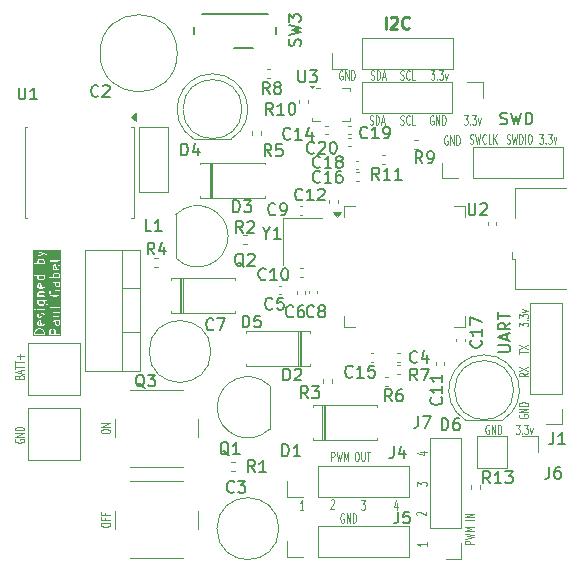
<source format=gbr>
%TF.GenerationSoftware,KiCad,Pcbnew,8.0.7*%
%TF.CreationDate,2025-07-22T02:57:33-04:00*%
%TF.ProjectId,Drone Motherboared,44726f6e-6520-44d6-9f74-686572626f61,rev?*%
%TF.SameCoordinates,Original*%
%TF.FileFunction,Legend,Top*%
%TF.FilePolarity,Positive*%
%FSLAX46Y46*%
G04 Gerber Fmt 4.6, Leading zero omitted, Abs format (unit mm)*
G04 Created by KiCad (PCBNEW 8.0.7) date 2025-07-22 02:57:33*
%MOMM*%
%LPD*%
G01*
G04 APERTURE LIST*
%ADD10C,0.100000*%
%ADD11C,0.125000*%
%ADD12C,0.200000*%
%ADD13C,0.250000*%
%ADD14C,0.150000*%
%ADD15C,0.120000*%
%ADD16C,0.152400*%
G04 APERTURE END LIST*
D10*
G36*
X158801012Y-93171862D02*
G01*
X158865035Y-93203874D01*
X158927144Y-93265982D01*
X158958940Y-93361370D01*
X158958940Y-93493734D01*
X158258940Y-93493734D01*
X158258940Y-93361370D01*
X158290736Y-93265980D01*
X158352842Y-93203874D01*
X158416866Y-93171863D01*
X158557952Y-93136591D01*
X158659928Y-93136591D01*
X158801012Y-93171862D01*
G37*
G36*
X159810134Y-93165779D02*
G01*
X159836754Y-93192400D01*
X159865942Y-93250775D01*
X159865942Y-93493734D01*
X159546895Y-93493734D01*
X159546895Y-93250775D01*
X159576082Y-93192399D01*
X159602703Y-93165779D01*
X159661079Y-93136591D01*
X159751758Y-93136591D01*
X159810134Y-93165779D01*
G37*
G36*
X158681283Y-92731830D02*
G01*
X158601695Y-92731830D01*
X158550970Y-92706466D01*
X158525606Y-92655740D01*
X158525606Y-92526966D01*
X158550969Y-92476239D01*
X158601695Y-92450877D01*
X158625093Y-92450877D01*
X158681283Y-92731830D01*
G37*
G36*
X160246895Y-92488870D02*
G01*
X160246895Y-92655741D01*
X160221532Y-92706466D01*
X160170806Y-92731830D01*
X160118222Y-92731830D01*
X160067495Y-92706466D01*
X160042133Y-92655741D01*
X160042133Y-92477068D01*
X160041644Y-92474611D01*
X160042007Y-92473524D01*
X160039890Y-92465794D01*
X160038327Y-92457934D01*
X160037516Y-92457123D01*
X160036855Y-92454708D01*
X160034939Y-92450877D01*
X160227899Y-92450877D01*
X160246895Y-92488870D01*
G37*
G36*
X158958940Y-90774585D02*
G01*
X158958940Y-90903361D01*
X158929753Y-90961734D01*
X158903131Y-90988356D01*
X158844756Y-91017545D01*
X158639790Y-91017545D01*
X158581415Y-90988357D01*
X158554795Y-90961737D01*
X158525606Y-90903360D01*
X158525606Y-90774586D01*
X158544603Y-90736592D01*
X158939944Y-90736592D01*
X158958940Y-90774585D01*
G37*
G36*
X158681283Y-89569925D02*
G01*
X158601695Y-89569925D01*
X158550970Y-89544561D01*
X158525606Y-89493835D01*
X158525606Y-89365061D01*
X158550969Y-89314334D01*
X158601695Y-89288972D01*
X158625093Y-89288972D01*
X158681283Y-89569925D01*
G37*
G36*
X160246895Y-89212678D02*
G01*
X160246895Y-89379549D01*
X160221532Y-89430274D01*
X160170806Y-89455638D01*
X160118222Y-89455638D01*
X160067495Y-89430274D01*
X160042133Y-89379549D01*
X160042133Y-89200876D01*
X160041644Y-89198419D01*
X160042007Y-89197332D01*
X160039890Y-89189602D01*
X160038327Y-89181742D01*
X160037516Y-89180931D01*
X160036855Y-89178516D01*
X160034939Y-89174685D01*
X160227899Y-89174685D01*
X160246895Y-89212678D01*
G37*
G36*
X158958940Y-88641251D02*
G01*
X158958940Y-88770027D01*
X158929753Y-88828400D01*
X158903131Y-88855022D01*
X158844756Y-88884211D01*
X158639790Y-88884211D01*
X158581415Y-88855023D01*
X158554795Y-88828403D01*
X158525606Y-88770026D01*
X158525606Y-88641252D01*
X158544603Y-88603258D01*
X158939944Y-88603258D01*
X158958940Y-88641251D01*
G37*
G36*
X160191085Y-88441967D02*
G01*
X160217708Y-88468590D01*
X160246895Y-88526963D01*
X160246895Y-88655739D01*
X160227899Y-88693732D01*
X159832558Y-88693732D01*
X159813561Y-88655738D01*
X159813561Y-88526964D01*
X159842749Y-88468587D01*
X159869370Y-88441967D01*
X159927745Y-88412780D01*
X160132711Y-88412780D01*
X160191085Y-88441967D01*
G37*
G36*
X159969238Y-88008018D02*
G01*
X159889650Y-88008018D01*
X159838925Y-87982654D01*
X159813561Y-87931928D01*
X159813561Y-87803154D01*
X159838924Y-87752427D01*
X159889650Y-87727065D01*
X159913048Y-87727065D01*
X159969238Y-88008018D01*
G37*
G36*
X158903130Y-87261016D02*
G01*
X158929753Y-87287639D01*
X158958940Y-87346012D01*
X158958940Y-87474788D01*
X158939944Y-87512781D01*
X158544603Y-87512781D01*
X158525606Y-87474787D01*
X158525606Y-87346013D01*
X158554794Y-87287636D01*
X158581415Y-87261016D01*
X158639790Y-87231829D01*
X158844756Y-87231829D01*
X158903130Y-87261016D01*
G37*
G36*
X160435784Y-93682623D02*
G01*
X158070051Y-93682623D01*
X158070051Y-93353258D01*
X158158940Y-93353258D01*
X158158940Y-93543734D01*
X158162746Y-93562868D01*
X158189806Y-93589928D01*
X158208940Y-93593734D01*
X159008940Y-93593734D01*
X159028074Y-93589928D01*
X159055134Y-93562868D01*
X159058940Y-93543734D01*
X159058940Y-93353258D01*
X159057376Y-93345395D01*
X159056374Y-93337447D01*
X159023549Y-93238972D01*
X159446895Y-93238972D01*
X159446895Y-93543734D01*
X159450701Y-93562868D01*
X159477761Y-93589928D01*
X159496895Y-93593734D01*
X160296895Y-93593734D01*
X160316029Y-93589928D01*
X160343089Y-93562868D01*
X160343089Y-93524600D01*
X160316029Y-93497540D01*
X160296895Y-93493734D01*
X159965942Y-93493734D01*
X159965942Y-93238972D01*
X159965453Y-93236515D01*
X159965816Y-93235427D01*
X159963699Y-93227699D01*
X159962136Y-93219838D01*
X159961324Y-93219026D01*
X159960663Y-93216611D01*
X159922568Y-93140421D01*
X159917656Y-93134092D01*
X159913202Y-93127426D01*
X159875107Y-93089332D01*
X159868444Y-93084879D01*
X159862113Y-93079966D01*
X159785922Y-93041870D01*
X159783506Y-93041208D01*
X159782695Y-93040397D01*
X159774833Y-93038833D01*
X159767106Y-93036717D01*
X159766017Y-93037079D01*
X159763561Y-93036591D01*
X159649276Y-93036591D01*
X159646819Y-93037079D01*
X159645731Y-93036717D01*
X159638003Y-93038833D01*
X159630142Y-93040397D01*
X159629330Y-93041208D01*
X159626915Y-93041870D01*
X159550724Y-93079966D01*
X159544395Y-93084877D01*
X159537729Y-93089332D01*
X159499635Y-93127427D01*
X159495184Y-93134086D01*
X159490269Y-93140421D01*
X159452174Y-93216611D01*
X159451512Y-93219026D01*
X159450701Y-93219838D01*
X159449137Y-93227699D01*
X159447021Y-93235427D01*
X159447383Y-93236515D01*
X159446895Y-93238972D01*
X159023549Y-93238972D01*
X159018279Y-93223161D01*
X159017039Y-93220985D01*
X159017039Y-93219838D01*
X159012588Y-93213177D01*
X159008618Y-93206212D01*
X159007590Y-93205698D01*
X159006200Y-93203617D01*
X158930009Y-93127426D01*
X158923343Y-93122972D01*
X158917015Y-93118061D01*
X158840825Y-93079966D01*
X158835543Y-93078519D01*
X158830591Y-93076180D01*
X158678210Y-93038084D01*
X158672092Y-93037786D01*
X158666083Y-93036591D01*
X158551797Y-93036591D01*
X158545787Y-93037786D01*
X158539670Y-93038084D01*
X158387289Y-93076180D01*
X158382338Y-93078518D01*
X158377056Y-93079965D01*
X158300865Y-93118061D01*
X158294536Y-93122972D01*
X158287870Y-93127427D01*
X158211680Y-93203617D01*
X158210289Y-93205698D01*
X158209262Y-93206212D01*
X158205291Y-93213177D01*
X158200841Y-93219838D01*
X158200841Y-93220985D01*
X158199601Y-93223161D01*
X158161506Y-93337447D01*
X158160503Y-93345395D01*
X158158940Y-93353258D01*
X158070051Y-93353258D01*
X158070051Y-92515163D01*
X158425606Y-92515163D01*
X158425606Y-92667544D01*
X158426094Y-92670000D01*
X158425732Y-92671089D01*
X158427848Y-92678816D01*
X158429412Y-92686678D01*
X158430223Y-92687489D01*
X158430885Y-92689905D01*
X158468981Y-92766095D01*
X158475083Y-92773957D01*
X158475929Y-92776494D01*
X158478753Y-92778685D01*
X158480942Y-92781506D01*
X158483475Y-92782350D01*
X158491341Y-92788455D01*
X158567530Y-92826551D01*
X158569946Y-92827212D01*
X158570758Y-92828024D01*
X158578616Y-92829587D01*
X158586346Y-92831704D01*
X158587434Y-92831341D01*
X158589892Y-92831830D01*
X158894654Y-92831830D01*
X158897110Y-92831341D01*
X158898199Y-92831704D01*
X158905926Y-92829587D01*
X158913788Y-92828024D01*
X158914599Y-92827212D01*
X158917015Y-92826551D01*
X158993206Y-92788455D01*
X159001068Y-92782352D01*
X159003605Y-92781507D01*
X159005796Y-92778682D01*
X159008617Y-92776494D01*
X159009461Y-92773960D01*
X159015566Y-92766095D01*
X159053661Y-92689905D01*
X159054322Y-92687489D01*
X159055134Y-92686678D01*
X159056697Y-92678816D01*
X159058814Y-92671089D01*
X159058451Y-92670000D01*
X159058940Y-92667544D01*
X159058940Y-92515163D01*
X159713561Y-92515163D01*
X159713561Y-92667544D01*
X159714049Y-92670000D01*
X159713687Y-92671089D01*
X159715803Y-92678816D01*
X159717367Y-92686678D01*
X159718178Y-92687489D01*
X159718840Y-92689905D01*
X159756936Y-92766095D01*
X159768897Y-92781506D01*
X159805202Y-92793608D01*
X159839430Y-92776493D01*
X159851531Y-92740188D01*
X159846378Y-92721372D01*
X159813561Y-92655740D01*
X159813561Y-92526966D01*
X159838924Y-92476239D01*
X159889650Y-92450877D01*
X159923137Y-92450877D01*
X159942133Y-92488870D01*
X159942133Y-92667544D01*
X159942621Y-92670000D01*
X159942259Y-92671089D01*
X159944375Y-92678816D01*
X159945939Y-92686678D01*
X159946750Y-92687489D01*
X159947412Y-92689905D01*
X159985507Y-92766095D01*
X159991609Y-92773958D01*
X159992455Y-92776494D01*
X159995277Y-92778684D01*
X159997468Y-92781507D01*
X160000003Y-92782352D01*
X160007867Y-92788455D01*
X160084058Y-92826551D01*
X160086473Y-92827212D01*
X160087285Y-92828024D01*
X160095146Y-92829587D01*
X160102874Y-92831704D01*
X160103962Y-92831341D01*
X160106419Y-92831830D01*
X160182609Y-92831830D01*
X160185065Y-92831341D01*
X160186154Y-92831704D01*
X160193881Y-92829587D01*
X160201743Y-92828024D01*
X160202554Y-92827212D01*
X160204970Y-92826551D01*
X160281161Y-92788455D01*
X160289023Y-92782352D01*
X160291560Y-92781507D01*
X160293751Y-92778682D01*
X160296572Y-92776494D01*
X160297416Y-92773960D01*
X160303521Y-92766095D01*
X160341616Y-92689905D01*
X160342277Y-92687489D01*
X160343089Y-92686678D01*
X160344652Y-92678816D01*
X160346769Y-92671089D01*
X160346406Y-92670000D01*
X160346895Y-92667544D01*
X160346895Y-92477068D01*
X160346406Y-92474611D01*
X160346769Y-92473524D01*
X160344652Y-92465794D01*
X160343089Y-92457934D01*
X160342278Y-92457123D01*
X160341617Y-92454708D01*
X160330541Y-92432558D01*
X160343089Y-92420011D01*
X160343089Y-92381743D01*
X160316029Y-92354683D01*
X160296895Y-92350877D01*
X159877847Y-92350877D01*
X159875390Y-92351365D01*
X159874302Y-92351003D01*
X159866574Y-92353119D01*
X159858713Y-92354683D01*
X159857901Y-92355494D01*
X159855486Y-92356156D01*
X159779296Y-92394251D01*
X159771430Y-92400355D01*
X159768897Y-92401200D01*
X159766708Y-92404020D01*
X159763884Y-92406212D01*
X159763038Y-92408748D01*
X159756936Y-92416611D01*
X159718840Y-92492802D01*
X159718178Y-92495217D01*
X159717367Y-92496029D01*
X159715803Y-92503890D01*
X159713687Y-92511618D01*
X159714049Y-92512706D01*
X159713561Y-92515163D01*
X159058940Y-92515163D01*
X159058451Y-92512706D01*
X159058814Y-92511619D01*
X159056697Y-92503889D01*
X159055134Y-92496029D01*
X159054323Y-92495218D01*
X159053662Y-92492803D01*
X159015566Y-92416612D01*
X159003605Y-92401200D01*
X158967301Y-92389098D01*
X158933073Y-92406212D01*
X158920971Y-92442516D01*
X158926124Y-92461332D01*
X158958940Y-92526965D01*
X158958940Y-92655741D01*
X158933577Y-92706466D01*
X158882851Y-92731830D01*
X158783263Y-92731830D01*
X158715112Y-92391071D01*
X158712277Y-92384247D01*
X158712277Y-92381743D01*
X158710497Y-92379963D01*
X158707627Y-92373055D01*
X158695513Y-92364979D01*
X158685217Y-92354683D01*
X158677879Y-92353223D01*
X158675786Y-92351828D01*
X158673331Y-92352318D01*
X158666083Y-92350877D01*
X158589892Y-92350877D01*
X158587435Y-92351365D01*
X158586347Y-92351003D01*
X158578619Y-92353119D01*
X158570758Y-92354683D01*
X158569946Y-92355494D01*
X158567531Y-92356156D01*
X158491341Y-92394251D01*
X158483475Y-92400355D01*
X158480942Y-92401200D01*
X158478753Y-92404020D01*
X158475929Y-92406212D01*
X158475083Y-92408748D01*
X158468981Y-92416611D01*
X158430885Y-92492802D01*
X158430223Y-92495217D01*
X158429412Y-92496029D01*
X158427848Y-92503890D01*
X158425732Y-92511618D01*
X158426094Y-92512706D01*
X158425606Y-92515163D01*
X158070051Y-92515163D01*
X158070051Y-91867544D01*
X158425606Y-91867544D01*
X158425606Y-91981830D01*
X158426094Y-91984286D01*
X158425732Y-91985375D01*
X158427848Y-91993102D01*
X158429412Y-92000964D01*
X158430223Y-92001775D01*
X158430885Y-92004191D01*
X158468981Y-92080381D01*
X158475083Y-92088243D01*
X158475929Y-92090780D01*
X158478753Y-92092971D01*
X158480942Y-92095792D01*
X158483475Y-92096636D01*
X158491341Y-92102741D01*
X158567530Y-92140837D01*
X158569946Y-92141498D01*
X158570758Y-92142310D01*
X158578616Y-92143873D01*
X158586346Y-92145990D01*
X158587434Y-92145627D01*
X158589892Y-92146116D01*
X158627987Y-92146116D01*
X158630443Y-92145627D01*
X158631532Y-92145990D01*
X158639259Y-92143873D01*
X158647121Y-92142310D01*
X158647932Y-92141498D01*
X158650348Y-92140837D01*
X158726539Y-92102741D01*
X158734401Y-92096638D01*
X158736938Y-92095793D01*
X158739129Y-92092968D01*
X158741950Y-92090780D01*
X158742794Y-92088246D01*
X158748899Y-92080381D01*
X158786994Y-92004191D01*
X158787655Y-92001775D01*
X158788467Y-92000964D01*
X158790030Y-91993102D01*
X158792147Y-91985375D01*
X158791784Y-91984286D01*
X158792273Y-91981830D01*
X158792273Y-91879347D01*
X158817635Y-91828621D01*
X158868362Y-91803258D01*
X158882851Y-91803258D01*
X158933577Y-91828621D01*
X158958940Y-91879347D01*
X158958940Y-92008122D01*
X158926124Y-92073756D01*
X158920971Y-92092572D01*
X158933073Y-92128876D01*
X158967301Y-92145990D01*
X159003605Y-92133888D01*
X159015566Y-92118476D01*
X159053662Y-92042285D01*
X159054323Y-92039869D01*
X159055134Y-92039059D01*
X159056697Y-92031198D01*
X159058814Y-92023469D01*
X159058451Y-92022381D01*
X159058940Y-92019925D01*
X159058940Y-91867544D01*
X159058451Y-91865087D01*
X159058814Y-91863999D01*
X159056697Y-91856271D01*
X159055134Y-91848410D01*
X159054322Y-91847598D01*
X159053661Y-91845183D01*
X159015566Y-91768993D01*
X159009461Y-91761127D01*
X159008617Y-91758594D01*
X159005796Y-91756405D01*
X159003605Y-91753581D01*
X159001068Y-91752735D01*
X158993206Y-91746633D01*
X158917015Y-91708537D01*
X158914599Y-91707875D01*
X158913788Y-91707064D01*
X158905926Y-91705500D01*
X158898199Y-91703384D01*
X158897110Y-91703746D01*
X158894654Y-91703258D01*
X158856559Y-91703258D01*
X158854102Y-91703746D01*
X158853014Y-91703384D01*
X158845286Y-91705500D01*
X158837425Y-91707064D01*
X158836613Y-91707875D01*
X158834198Y-91708537D01*
X158758007Y-91746633D01*
X158750143Y-91752735D01*
X158747608Y-91753581D01*
X158745417Y-91756403D01*
X158742595Y-91758594D01*
X158741749Y-91761129D01*
X158735647Y-91768993D01*
X158697552Y-91845183D01*
X158696890Y-91847598D01*
X158696079Y-91848410D01*
X158694515Y-91856271D01*
X158692399Y-91863999D01*
X158692761Y-91865087D01*
X158692273Y-91867544D01*
X158692273Y-91970027D01*
X158666910Y-92020752D01*
X158616184Y-92046116D01*
X158601695Y-92046116D01*
X158550970Y-92020752D01*
X158525606Y-91970026D01*
X158525606Y-91879347D01*
X158558423Y-91813716D01*
X158563576Y-91794900D01*
X158551475Y-91758595D01*
X158517247Y-91741480D01*
X158480942Y-91753582D01*
X158468981Y-91768993D01*
X158430885Y-91845183D01*
X158430223Y-91847598D01*
X158429412Y-91848410D01*
X158427848Y-91856271D01*
X158425732Y-91863999D01*
X158426094Y-91865087D01*
X158425606Y-91867544D01*
X158070051Y-91867544D01*
X158070051Y-91657933D01*
X159717367Y-91657933D01*
X159717367Y-91696201D01*
X159744427Y-91723261D01*
X159763561Y-91727067D01*
X160199993Y-91727067D01*
X160217708Y-91744782D01*
X160246895Y-91803155D01*
X160246895Y-91893836D01*
X160221532Y-91944560D01*
X160170807Y-91969924D01*
X159763561Y-91969924D01*
X159744427Y-91973730D01*
X159717367Y-92000790D01*
X159717367Y-92039058D01*
X159744427Y-92066118D01*
X159763561Y-92069924D01*
X160182609Y-92069924D01*
X160185065Y-92069435D01*
X160186153Y-92069798D01*
X160193877Y-92067682D01*
X160201743Y-92066118D01*
X160202554Y-92065306D01*
X160204969Y-92064645D01*
X160281161Y-92026550D01*
X160289023Y-92020447D01*
X160291560Y-92019602D01*
X160293751Y-92016777D01*
X160296572Y-92014589D01*
X160297416Y-92012055D01*
X160303521Y-92004190D01*
X160341616Y-91928000D01*
X160342277Y-91925584D01*
X160343089Y-91924773D01*
X160344652Y-91916911D01*
X160346769Y-91909184D01*
X160346406Y-91908095D01*
X160346895Y-91905639D01*
X160346895Y-91791353D01*
X160346406Y-91788896D01*
X160346769Y-91787809D01*
X160344652Y-91780079D01*
X160343089Y-91772219D01*
X160342278Y-91771408D01*
X160341617Y-91768993D01*
X160317843Y-91721446D01*
X160343089Y-91696201D01*
X160343089Y-91657933D01*
X160316029Y-91630873D01*
X160296895Y-91627067D01*
X159763561Y-91627067D01*
X159744427Y-91630873D01*
X159717367Y-91657933D01*
X158070051Y-91657933D01*
X158070051Y-91391266D01*
X158162746Y-91391266D01*
X158162746Y-91429535D01*
X158173584Y-91445756D01*
X158211679Y-91483852D01*
X158227899Y-91494689D01*
X158227901Y-91494691D01*
X158266169Y-91494691D01*
X158266170Y-91494691D01*
X158282391Y-91483852D01*
X158320486Y-91445756D01*
X158331324Y-91429535D01*
X158331324Y-91413142D01*
X158331324Y-91391267D01*
X158429412Y-91391267D01*
X158429412Y-91429535D01*
X158456472Y-91456595D01*
X158475606Y-91460401D01*
X159008940Y-91460401D01*
X159028074Y-91456595D01*
X159055134Y-91429535D01*
X159055134Y-91391267D01*
X159028074Y-91364207D01*
X159008940Y-91360401D01*
X158475606Y-91360401D01*
X158456472Y-91364207D01*
X158429412Y-91391267D01*
X158331324Y-91391267D01*
X158331324Y-91391266D01*
X158320485Y-91375045D01*
X158282390Y-91336951D01*
X158266169Y-91326112D01*
X158227900Y-91326112D01*
X158211679Y-91336951D01*
X158173585Y-91375046D01*
X158162748Y-91391263D01*
X158162746Y-91391266D01*
X158070051Y-91391266D01*
X158070051Y-91276980D01*
X159450701Y-91276980D01*
X159450701Y-91315248D01*
X159477761Y-91342308D01*
X159496895Y-91346114D01*
X160182609Y-91346114D01*
X160185065Y-91345625D01*
X160186153Y-91345988D01*
X160193877Y-91343872D01*
X160201743Y-91342308D01*
X160202554Y-91341496D01*
X160204969Y-91340835D01*
X160281161Y-91302740D01*
X160289023Y-91296637D01*
X160291560Y-91295792D01*
X160293751Y-91292967D01*
X160296572Y-91290779D01*
X160297416Y-91288245D01*
X160303521Y-91280380D01*
X160341616Y-91204190D01*
X160346769Y-91185374D01*
X160334668Y-91149069D01*
X160300440Y-91131955D01*
X160264135Y-91144056D01*
X160252174Y-91159468D01*
X160221532Y-91220750D01*
X160170807Y-91246114D01*
X159496895Y-91246114D01*
X159477761Y-91249920D01*
X159450701Y-91276980D01*
X158070051Y-91276980D01*
X158070051Y-90762783D01*
X158425606Y-90762783D01*
X158425606Y-90915164D01*
X158426094Y-90917620D01*
X158425732Y-90918709D01*
X158427848Y-90926436D01*
X158429412Y-90934298D01*
X158430223Y-90935109D01*
X158430885Y-90937525D01*
X158468981Y-91013715D01*
X158473894Y-91020046D01*
X158478347Y-91026709D01*
X158516441Y-91064804D01*
X158523107Y-91069258D01*
X158529436Y-91074170D01*
X158605625Y-91112266D01*
X158608041Y-91112927D01*
X158608853Y-91113739D01*
X158616711Y-91115302D01*
X158624441Y-91117419D01*
X158625529Y-91117056D01*
X158627987Y-91117545D01*
X158856559Y-91117545D01*
X158859015Y-91117056D01*
X158860104Y-91117419D01*
X158867831Y-91115302D01*
X158875693Y-91113739D01*
X158876504Y-91112927D01*
X158878920Y-91112266D01*
X158955110Y-91074170D01*
X158961435Y-91069260D01*
X158968104Y-91064805D01*
X159006200Y-91026710D01*
X159010651Y-91020046D01*
X159015566Y-91013715D01*
X159053661Y-90937525D01*
X159054322Y-90935109D01*
X159055134Y-90934298D01*
X159056697Y-90926436D01*
X159058814Y-90918709D01*
X159058451Y-90917620D01*
X159058940Y-90915164D01*
X159058940Y-90762783D01*
X159058451Y-90760326D01*
X159058814Y-90759239D01*
X159056697Y-90751509D01*
X159055134Y-90743649D01*
X159054323Y-90742838D01*
X159053662Y-90740423D01*
X159051746Y-90736592D01*
X159111423Y-90736592D01*
X159169797Y-90765779D01*
X159196418Y-90792401D01*
X159225606Y-90850776D01*
X159225606Y-90941456D01*
X159192790Y-91007088D01*
X159187637Y-91025904D01*
X159199738Y-91062209D01*
X159233966Y-91079323D01*
X159270271Y-91067222D01*
X159282232Y-91051810D01*
X159320327Y-90975620D01*
X159320988Y-90973204D01*
X159321800Y-90972393D01*
X159323363Y-90964531D01*
X159325480Y-90956804D01*
X159325117Y-90955715D01*
X159325606Y-90953259D01*
X159325606Y-90838973D01*
X159325117Y-90836516D01*
X159325480Y-90835428D01*
X159323363Y-90827700D01*
X159321800Y-90819839D01*
X159320988Y-90819027D01*
X159320327Y-90816612D01*
X159282232Y-90740422D01*
X159277320Y-90734093D01*
X159272867Y-90727428D01*
X159234772Y-90689332D01*
X159228102Y-90684875D01*
X159221777Y-90679966D01*
X159145585Y-90641871D01*
X159143170Y-90641209D01*
X159142359Y-90640398D01*
X159134493Y-90638833D01*
X159126769Y-90636718D01*
X159125681Y-90637080D01*
X159123225Y-90636592D01*
X158475606Y-90636592D01*
X158456472Y-90640398D01*
X158429412Y-90667458D01*
X158429412Y-90705726D01*
X158441959Y-90718273D01*
X158430885Y-90740422D01*
X158430223Y-90742837D01*
X158429412Y-90743649D01*
X158427848Y-90751510D01*
X158425732Y-90759238D01*
X158426094Y-90760326D01*
X158425606Y-90762783D01*
X158070051Y-90762783D01*
X158070051Y-90077068D01*
X158425606Y-90077068D01*
X158425606Y-90191354D01*
X158426094Y-90193810D01*
X158425732Y-90194899D01*
X158427848Y-90202626D01*
X158429412Y-90210488D01*
X158430223Y-90211299D01*
X158430885Y-90213715D01*
X158454657Y-90261259D01*
X158429412Y-90286505D01*
X158429412Y-90324773D01*
X158456472Y-90351833D01*
X158475606Y-90355639D01*
X159008940Y-90355639D01*
X159028074Y-90351833D01*
X159055134Y-90324773D01*
X159055134Y-90286505D01*
X159028074Y-90259445D01*
X159008940Y-90255639D01*
X158572508Y-90255639D01*
X158554795Y-90237927D01*
X158525606Y-90179550D01*
X158525606Y-90088871D01*
X158550969Y-90038144D01*
X158601695Y-90012782D01*
X159008940Y-90012782D01*
X159028074Y-90008976D01*
X159055134Y-89981916D01*
X159055134Y-89943648D01*
X159036171Y-89924685D01*
X159446895Y-89924685D01*
X159446895Y-90038971D01*
X159448458Y-90046833D01*
X159449461Y-90054782D01*
X159487556Y-90169068D01*
X159488796Y-90171243D01*
X159488796Y-90172391D01*
X159493246Y-90179051D01*
X159497217Y-90186017D01*
X159498244Y-90186530D01*
X159499635Y-90188612D01*
X159575825Y-90264802D01*
X159582491Y-90269256D01*
X159588820Y-90274168D01*
X159665011Y-90312264D01*
X159670293Y-90313710D01*
X159675244Y-90316049D01*
X159827625Y-90354145D01*
X159833742Y-90354442D01*
X159839752Y-90355638D01*
X159954038Y-90355638D01*
X159960047Y-90354442D01*
X159966165Y-90354145D01*
X160118546Y-90316049D01*
X160123498Y-90313709D01*
X160128780Y-90312263D01*
X160204970Y-90274168D01*
X160211298Y-90269256D01*
X160217964Y-90264803D01*
X160294155Y-90188612D01*
X160295545Y-90186530D01*
X160296573Y-90186017D01*
X160300543Y-90179051D01*
X160304994Y-90172391D01*
X160304994Y-90171243D01*
X160306234Y-90169068D01*
X160344329Y-90054782D01*
X160345331Y-90046833D01*
X160346895Y-90038971D01*
X160346895Y-89962780D01*
X160345331Y-89954917D01*
X160344329Y-89946969D01*
X160306234Y-89832684D01*
X160304994Y-89830508D01*
X160304994Y-89829361D01*
X160300543Y-89822700D01*
X160296573Y-89815735D01*
X160295545Y-89815221D01*
X160294155Y-89813140D01*
X160256059Y-89775044D01*
X160239838Y-89764205D01*
X160220704Y-89760399D01*
X159954038Y-89760399D01*
X159934904Y-89764205D01*
X159907844Y-89791265D01*
X159904038Y-89810399D01*
X159904038Y-89962780D01*
X159907844Y-89981914D01*
X159934904Y-90008974D01*
X159973172Y-90008974D01*
X160000232Y-89981914D01*
X160004038Y-89962780D01*
X160004038Y-89860399D01*
X160199994Y-89860399D01*
X160215098Y-89875503D01*
X160246895Y-89970893D01*
X160246895Y-90030858D01*
X160215099Y-90126246D01*
X160152990Y-90188354D01*
X160088967Y-90220366D01*
X159947883Y-90255638D01*
X159845907Y-90255638D01*
X159704821Y-90220365D01*
X159640797Y-90188354D01*
X159578691Y-90126248D01*
X159546895Y-90030858D01*
X159546895Y-89936488D01*
X159579711Y-89870856D01*
X159584864Y-89852040D01*
X159572763Y-89815735D01*
X159538535Y-89798621D01*
X159502230Y-89810722D01*
X159490269Y-89826134D01*
X159452174Y-89902324D01*
X159451512Y-89904739D01*
X159450701Y-89905551D01*
X159449137Y-89913412D01*
X159447021Y-89921140D01*
X159447383Y-89922228D01*
X159446895Y-89924685D01*
X159036171Y-89924685D01*
X159028074Y-89916588D01*
X159008940Y-89912782D01*
X158589892Y-89912782D01*
X158587435Y-89913270D01*
X158586347Y-89912908D01*
X158578619Y-89915024D01*
X158570758Y-89916588D01*
X158569946Y-89917399D01*
X158567531Y-89918061D01*
X158491341Y-89956156D01*
X158483475Y-89962260D01*
X158480942Y-89963105D01*
X158478753Y-89965925D01*
X158475929Y-89968117D01*
X158475083Y-89970653D01*
X158468981Y-89978516D01*
X158430885Y-90054707D01*
X158430223Y-90057122D01*
X158429412Y-90057934D01*
X158427848Y-90065795D01*
X158425732Y-90073523D01*
X158426094Y-90074611D01*
X158425606Y-90077068D01*
X158070051Y-90077068D01*
X158070051Y-89353258D01*
X158425606Y-89353258D01*
X158425606Y-89505639D01*
X158426094Y-89508095D01*
X158425732Y-89509184D01*
X158427848Y-89516911D01*
X158429412Y-89524773D01*
X158430223Y-89525584D01*
X158430885Y-89528000D01*
X158468981Y-89604190D01*
X158475083Y-89612052D01*
X158475929Y-89614589D01*
X158478753Y-89616780D01*
X158480942Y-89619601D01*
X158483475Y-89620445D01*
X158491341Y-89626550D01*
X158567530Y-89664646D01*
X158569946Y-89665307D01*
X158570758Y-89666119D01*
X158578616Y-89667682D01*
X158586346Y-89669799D01*
X158587434Y-89669436D01*
X158589892Y-89669925D01*
X158894654Y-89669925D01*
X158897110Y-89669436D01*
X158898199Y-89669799D01*
X158905926Y-89667682D01*
X158913788Y-89666119D01*
X158914599Y-89665307D01*
X158917015Y-89664646D01*
X158993206Y-89626550D01*
X159001068Y-89620447D01*
X159003605Y-89619602D01*
X159005796Y-89616777D01*
X159008617Y-89614589D01*
X159009461Y-89612055D01*
X159015566Y-89604190D01*
X159053661Y-89528000D01*
X159054322Y-89525584D01*
X159055134Y-89524773D01*
X159056697Y-89516911D01*
X159058814Y-89509184D01*
X159058451Y-89508095D01*
X159058940Y-89505639D01*
X159058940Y-89353258D01*
X159058451Y-89350801D01*
X159058814Y-89349714D01*
X159056697Y-89341984D01*
X159055134Y-89334124D01*
X159054323Y-89333313D01*
X159053662Y-89330898D01*
X159015566Y-89254707D01*
X159003605Y-89239295D01*
X159002633Y-89238971D01*
X159713561Y-89238971D01*
X159713561Y-89391352D01*
X159714049Y-89393808D01*
X159713687Y-89394897D01*
X159715803Y-89402624D01*
X159717367Y-89410486D01*
X159718178Y-89411297D01*
X159718840Y-89413713D01*
X159756936Y-89489903D01*
X159768897Y-89505314D01*
X159805202Y-89517416D01*
X159839430Y-89500301D01*
X159851531Y-89463996D01*
X159846378Y-89445180D01*
X159813561Y-89379548D01*
X159813561Y-89250774D01*
X159838924Y-89200047D01*
X159889650Y-89174685D01*
X159923137Y-89174685D01*
X159942133Y-89212678D01*
X159942133Y-89391352D01*
X159942621Y-89393808D01*
X159942259Y-89394897D01*
X159944375Y-89402624D01*
X159945939Y-89410486D01*
X159946750Y-89411297D01*
X159947412Y-89413713D01*
X159985507Y-89489903D01*
X159991609Y-89497766D01*
X159992455Y-89500302D01*
X159995277Y-89502492D01*
X159997468Y-89505315D01*
X160000003Y-89506160D01*
X160007867Y-89512263D01*
X160084058Y-89550359D01*
X160086473Y-89551020D01*
X160087285Y-89551832D01*
X160095146Y-89553395D01*
X160102874Y-89555512D01*
X160103962Y-89555149D01*
X160106419Y-89555638D01*
X160182609Y-89555638D01*
X160185065Y-89555149D01*
X160186154Y-89555512D01*
X160193881Y-89553395D01*
X160201743Y-89551832D01*
X160202554Y-89551020D01*
X160204970Y-89550359D01*
X160281161Y-89512263D01*
X160289023Y-89506160D01*
X160291560Y-89505315D01*
X160293751Y-89502490D01*
X160296572Y-89500302D01*
X160297416Y-89497768D01*
X160303521Y-89489903D01*
X160341616Y-89413713D01*
X160342277Y-89411297D01*
X160343089Y-89410486D01*
X160344652Y-89402624D01*
X160346769Y-89394897D01*
X160346406Y-89393808D01*
X160346895Y-89391352D01*
X160346895Y-89200876D01*
X160346406Y-89198419D01*
X160346769Y-89197332D01*
X160344652Y-89189602D01*
X160343089Y-89181742D01*
X160342278Y-89180931D01*
X160341617Y-89178516D01*
X160330541Y-89156366D01*
X160343089Y-89143819D01*
X160343089Y-89105551D01*
X160316029Y-89078491D01*
X160296895Y-89074685D01*
X159877847Y-89074685D01*
X159875390Y-89075173D01*
X159874302Y-89074811D01*
X159866574Y-89076927D01*
X159858713Y-89078491D01*
X159857901Y-89079302D01*
X159855486Y-89079964D01*
X159779296Y-89118059D01*
X159771430Y-89124163D01*
X159768897Y-89125008D01*
X159766708Y-89127828D01*
X159763884Y-89130020D01*
X159763038Y-89132556D01*
X159756936Y-89140419D01*
X159718840Y-89216610D01*
X159718178Y-89219025D01*
X159717367Y-89219837D01*
X159715803Y-89227698D01*
X159713687Y-89235426D01*
X159714049Y-89236514D01*
X159713561Y-89238971D01*
X159002633Y-89238971D01*
X158967301Y-89227193D01*
X158933073Y-89244307D01*
X158920971Y-89280611D01*
X158926124Y-89299427D01*
X158958940Y-89365060D01*
X158958940Y-89493836D01*
X158933577Y-89544561D01*
X158882851Y-89569925D01*
X158783263Y-89569925D01*
X158715112Y-89229166D01*
X158712277Y-89222342D01*
X158712277Y-89219838D01*
X158710497Y-89218058D01*
X158707627Y-89211150D01*
X158695513Y-89203074D01*
X158685217Y-89192778D01*
X158677879Y-89191318D01*
X158675786Y-89189923D01*
X158673331Y-89190413D01*
X158666083Y-89188972D01*
X158589892Y-89188972D01*
X158587435Y-89189460D01*
X158586347Y-89189098D01*
X158578619Y-89191214D01*
X158570758Y-89192778D01*
X158569946Y-89193589D01*
X158567531Y-89194251D01*
X158491341Y-89232346D01*
X158483475Y-89238450D01*
X158480942Y-89239295D01*
X158478753Y-89242115D01*
X158475929Y-89244307D01*
X158475083Y-89246843D01*
X158468981Y-89254706D01*
X158430885Y-89330897D01*
X158430223Y-89333312D01*
X158429412Y-89334124D01*
X158427848Y-89341985D01*
X158425732Y-89349713D01*
X158426094Y-89350801D01*
X158425606Y-89353258D01*
X158070051Y-89353258D01*
X158070051Y-88534124D01*
X158162746Y-88534124D01*
X158162746Y-88572392D01*
X158189806Y-88599452D01*
X158208940Y-88603258D01*
X158432800Y-88603258D01*
X158430885Y-88607088D01*
X158430223Y-88609503D01*
X158429412Y-88610315D01*
X158427848Y-88618176D01*
X158425732Y-88625904D01*
X158426094Y-88626992D01*
X158425606Y-88629449D01*
X158425606Y-88781830D01*
X158426094Y-88784286D01*
X158425732Y-88785375D01*
X158427848Y-88793102D01*
X158429412Y-88800964D01*
X158430223Y-88801775D01*
X158430885Y-88804191D01*
X158468981Y-88880381D01*
X158473894Y-88886712D01*
X158478347Y-88893375D01*
X158516441Y-88931470D01*
X158523107Y-88935924D01*
X158529436Y-88940836D01*
X158605625Y-88978932D01*
X158608041Y-88979593D01*
X158608853Y-88980405D01*
X158616711Y-88981968D01*
X158624441Y-88984085D01*
X158625529Y-88983722D01*
X158627987Y-88984211D01*
X158856559Y-88984211D01*
X158859015Y-88983722D01*
X158860104Y-88984085D01*
X158867831Y-88981968D01*
X158875693Y-88980405D01*
X158876504Y-88979593D01*
X158878920Y-88978932D01*
X158955110Y-88940836D01*
X158961435Y-88935926D01*
X158968104Y-88931471D01*
X159006200Y-88893376D01*
X159010651Y-88886712D01*
X159015566Y-88880381D01*
X159053661Y-88804191D01*
X159054322Y-88801775D01*
X159055134Y-88800964D01*
X159056697Y-88793102D01*
X159058814Y-88785375D01*
X159058451Y-88784286D01*
X159058940Y-88781830D01*
X159058940Y-88724598D01*
X159450701Y-88724598D01*
X159450701Y-88762866D01*
X159477761Y-88789926D01*
X159496895Y-88793732D01*
X160296895Y-88793732D01*
X160316029Y-88789926D01*
X160343089Y-88762866D01*
X160343089Y-88724598D01*
X160330542Y-88712051D01*
X160341616Y-88689903D01*
X160342277Y-88687487D01*
X160343089Y-88686676D01*
X160344652Y-88678814D01*
X160346769Y-88671087D01*
X160346406Y-88669998D01*
X160346895Y-88667542D01*
X160346895Y-88515161D01*
X160346406Y-88512704D01*
X160346769Y-88511617D01*
X160344652Y-88503887D01*
X160343089Y-88496027D01*
X160342278Y-88495216D01*
X160341617Y-88492801D01*
X160303521Y-88416610D01*
X160298611Y-88410284D01*
X160294155Y-88403614D01*
X160256059Y-88365519D01*
X160249393Y-88361065D01*
X160243065Y-88356154D01*
X160166875Y-88318059D01*
X160164459Y-88317397D01*
X160163648Y-88316586D01*
X160155786Y-88315022D01*
X160148059Y-88312906D01*
X160146970Y-88313268D01*
X160144514Y-88312780D01*
X159915942Y-88312780D01*
X159913485Y-88313268D01*
X159912397Y-88312906D01*
X159904669Y-88315022D01*
X159896808Y-88316586D01*
X159895996Y-88317397D01*
X159893581Y-88318059D01*
X159817391Y-88356154D01*
X159811062Y-88361065D01*
X159804396Y-88365520D01*
X159766302Y-88403615D01*
X159761849Y-88410277D01*
X159756936Y-88416609D01*
X159718840Y-88492800D01*
X159718178Y-88495215D01*
X159717367Y-88496027D01*
X159715803Y-88503888D01*
X159713687Y-88511616D01*
X159714049Y-88512704D01*
X159713561Y-88515161D01*
X159713561Y-88667542D01*
X159714049Y-88669998D01*
X159713687Y-88671087D01*
X159715803Y-88678814D01*
X159717367Y-88686676D01*
X159718178Y-88687487D01*
X159718840Y-88689903D01*
X159720755Y-88693732D01*
X159496895Y-88693732D01*
X159477761Y-88697538D01*
X159450701Y-88724598D01*
X159058940Y-88724598D01*
X159058940Y-88629449D01*
X159058451Y-88626992D01*
X159058814Y-88625905D01*
X159056697Y-88618175D01*
X159055134Y-88610315D01*
X159054323Y-88609504D01*
X159053662Y-88607089D01*
X159042586Y-88584939D01*
X159055134Y-88572392D01*
X159055134Y-88534124D01*
X159028074Y-88507064D01*
X159008940Y-88503258D01*
X158208940Y-88503258D01*
X158189806Y-88507064D01*
X158162746Y-88534124D01*
X158070051Y-88534124D01*
X158070051Y-87791351D01*
X159713561Y-87791351D01*
X159713561Y-87943732D01*
X159714049Y-87946188D01*
X159713687Y-87947277D01*
X159715803Y-87955004D01*
X159717367Y-87962866D01*
X159718178Y-87963677D01*
X159718840Y-87966093D01*
X159756936Y-88042283D01*
X159763038Y-88050145D01*
X159763884Y-88052682D01*
X159766708Y-88054873D01*
X159768897Y-88057694D01*
X159771430Y-88058538D01*
X159779296Y-88064643D01*
X159855485Y-88102739D01*
X159857901Y-88103400D01*
X159858713Y-88104212D01*
X159866571Y-88105775D01*
X159874301Y-88107892D01*
X159875389Y-88107529D01*
X159877847Y-88108018D01*
X160182609Y-88108018D01*
X160185065Y-88107529D01*
X160186154Y-88107892D01*
X160193881Y-88105775D01*
X160201743Y-88104212D01*
X160202554Y-88103400D01*
X160204970Y-88102739D01*
X160281161Y-88064643D01*
X160289023Y-88058540D01*
X160291560Y-88057695D01*
X160293751Y-88054870D01*
X160296572Y-88052682D01*
X160297416Y-88050148D01*
X160303521Y-88042283D01*
X160341616Y-87966093D01*
X160342277Y-87963677D01*
X160343089Y-87962866D01*
X160344652Y-87955004D01*
X160346769Y-87947277D01*
X160346406Y-87946188D01*
X160346895Y-87943732D01*
X160346895Y-87791351D01*
X160346406Y-87788894D01*
X160346769Y-87787807D01*
X160344652Y-87780077D01*
X160343089Y-87772217D01*
X160342278Y-87771406D01*
X160341617Y-87768991D01*
X160303521Y-87692800D01*
X160291560Y-87677388D01*
X160255256Y-87665286D01*
X160221028Y-87682400D01*
X160208926Y-87718704D01*
X160214079Y-87737520D01*
X160246895Y-87803153D01*
X160246895Y-87931929D01*
X160221532Y-87982654D01*
X160170806Y-88008018D01*
X160071218Y-88008018D01*
X160003067Y-87667259D01*
X160000232Y-87660435D01*
X160000232Y-87657931D01*
X159998452Y-87656151D01*
X159995582Y-87649243D01*
X159983468Y-87641167D01*
X159973172Y-87630871D01*
X159965834Y-87629411D01*
X159963741Y-87628016D01*
X159961286Y-87628506D01*
X159954038Y-87627065D01*
X159877847Y-87627065D01*
X159875390Y-87627553D01*
X159874302Y-87627191D01*
X159866574Y-87629307D01*
X159858713Y-87630871D01*
X159857901Y-87631682D01*
X159855486Y-87632344D01*
X159779296Y-87670439D01*
X159771430Y-87676543D01*
X159768897Y-87677388D01*
X159766708Y-87680208D01*
X159763884Y-87682400D01*
X159763038Y-87684936D01*
X159756936Y-87692799D01*
X159718840Y-87768990D01*
X159718178Y-87771405D01*
X159717367Y-87772217D01*
X159715803Y-87780078D01*
X159713687Y-87787806D01*
X159714049Y-87788894D01*
X159713561Y-87791351D01*
X158070051Y-87791351D01*
X158070051Y-87543647D01*
X158162746Y-87543647D01*
X158162746Y-87581915D01*
X158189806Y-87608975D01*
X158208940Y-87612781D01*
X159008940Y-87612781D01*
X159028074Y-87608975D01*
X159055134Y-87581915D01*
X159055134Y-87543647D01*
X159042587Y-87531100D01*
X159053661Y-87508952D01*
X159054322Y-87506536D01*
X159055134Y-87505725D01*
X159056697Y-87497863D01*
X159058814Y-87490136D01*
X159058451Y-87489047D01*
X159058940Y-87486591D01*
X159058940Y-87334210D01*
X159058451Y-87331753D01*
X159058814Y-87330666D01*
X159056697Y-87322936D01*
X159055134Y-87315076D01*
X159055132Y-87315074D01*
X159450701Y-87315074D01*
X159450701Y-87353342D01*
X159477761Y-87380402D01*
X159496895Y-87384208D01*
X160182609Y-87384208D01*
X160185065Y-87383719D01*
X160186153Y-87384082D01*
X160193877Y-87381966D01*
X160201743Y-87380402D01*
X160202554Y-87379590D01*
X160204969Y-87378929D01*
X160281161Y-87340834D01*
X160289023Y-87334731D01*
X160291560Y-87333886D01*
X160293751Y-87331061D01*
X160296572Y-87328873D01*
X160297416Y-87326339D01*
X160303521Y-87318474D01*
X160341616Y-87242284D01*
X160346769Y-87223468D01*
X160334668Y-87187163D01*
X160300440Y-87170049D01*
X160264135Y-87182150D01*
X160252174Y-87197562D01*
X160221532Y-87258844D01*
X160170807Y-87284208D01*
X159496895Y-87284208D01*
X159477761Y-87288014D01*
X159450701Y-87315074D01*
X159055132Y-87315074D01*
X159054323Y-87314265D01*
X159053662Y-87311850D01*
X159015566Y-87235659D01*
X159010656Y-87229333D01*
X159006200Y-87222663D01*
X158968104Y-87184568D01*
X158961438Y-87180114D01*
X158955110Y-87175203D01*
X158878920Y-87137108D01*
X158876504Y-87136446D01*
X158875693Y-87135635D01*
X158867831Y-87134071D01*
X158860104Y-87131955D01*
X158859015Y-87132317D01*
X158856559Y-87131829D01*
X158627987Y-87131829D01*
X158625530Y-87132317D01*
X158624442Y-87131955D01*
X158616714Y-87134071D01*
X158608853Y-87135635D01*
X158608041Y-87136446D01*
X158605626Y-87137108D01*
X158529436Y-87175203D01*
X158523107Y-87180114D01*
X158516441Y-87184569D01*
X158478347Y-87222664D01*
X158473894Y-87229326D01*
X158468981Y-87235658D01*
X158430885Y-87311849D01*
X158430223Y-87314264D01*
X158429412Y-87315076D01*
X158427848Y-87322937D01*
X158425732Y-87330665D01*
X158426094Y-87331753D01*
X158425606Y-87334210D01*
X158425606Y-87486591D01*
X158426094Y-87489047D01*
X158425732Y-87490136D01*
X158427848Y-87497863D01*
X158429412Y-87505725D01*
X158430223Y-87506536D01*
X158430885Y-87508952D01*
X158432800Y-87512781D01*
X158208940Y-87512781D01*
X158189806Y-87516587D01*
X158162746Y-87543647D01*
X158070051Y-87543647D01*
X158070051Y-86536692D01*
X158425668Y-86536692D01*
X158442050Y-86571276D01*
X158458789Y-86581296D01*
X158860279Y-86724685D01*
X158458789Y-86868075D01*
X158442050Y-86878095D01*
X158425668Y-86912679D01*
X158438539Y-86948718D01*
X158473123Y-86965100D01*
X158492423Y-86962249D01*
X159007938Y-86778136D01*
X159171318Y-86843488D01*
X159196419Y-86868590D01*
X159230885Y-86937523D01*
X159242846Y-86952934D01*
X159279150Y-86965036D01*
X159313378Y-86947922D01*
X159325480Y-86911618D01*
X159320328Y-86892802D01*
X159282232Y-86816611D01*
X159277325Y-86810289D01*
X159272866Y-86803615D01*
X159234771Y-86765521D01*
X159234421Y-86765287D01*
X159234338Y-86765092D01*
X159226367Y-86759905D01*
X159218550Y-86754682D01*
X159218339Y-86754682D01*
X159217986Y-86754452D01*
X159027509Y-86678262D01*
X159026573Y-86678087D01*
X159025757Y-86677599D01*
X158492423Y-86487122D01*
X158473123Y-86484271D01*
X158438539Y-86500653D01*
X158425668Y-86536692D01*
X158070051Y-86536692D01*
X158070051Y-86395382D01*
X160435784Y-86395382D01*
X160435784Y-93682623D01*
G37*
X196646741Y-101234990D02*
X196599122Y-101196895D01*
X196599122Y-101196895D02*
X196527693Y-101196895D01*
X196527693Y-101196895D02*
X196456265Y-101234990D01*
X196456265Y-101234990D02*
X196408646Y-101311180D01*
X196408646Y-101311180D02*
X196384836Y-101387371D01*
X196384836Y-101387371D02*
X196361027Y-101539752D01*
X196361027Y-101539752D02*
X196361027Y-101654038D01*
X196361027Y-101654038D02*
X196384836Y-101806419D01*
X196384836Y-101806419D02*
X196408646Y-101882609D01*
X196408646Y-101882609D02*
X196456265Y-101958800D01*
X196456265Y-101958800D02*
X196527693Y-101996895D01*
X196527693Y-101996895D02*
X196575312Y-101996895D01*
X196575312Y-101996895D02*
X196646741Y-101958800D01*
X196646741Y-101958800D02*
X196670550Y-101920704D01*
X196670550Y-101920704D02*
X196670550Y-101654038D01*
X196670550Y-101654038D02*
X196575312Y-101654038D01*
X196884836Y-101996895D02*
X196884836Y-101196895D01*
X196884836Y-101196895D02*
X197170550Y-101996895D01*
X197170550Y-101996895D02*
X197170550Y-101196895D01*
X197408646Y-101996895D02*
X197408646Y-101196895D01*
X197408646Y-101196895D02*
X197527694Y-101196895D01*
X197527694Y-101196895D02*
X197599122Y-101234990D01*
X197599122Y-101234990D02*
X197646741Y-101311180D01*
X197646741Y-101311180D02*
X197670551Y-101387371D01*
X197670551Y-101387371D02*
X197694360Y-101539752D01*
X197694360Y-101539752D02*
X197694360Y-101654038D01*
X197694360Y-101654038D02*
X197670551Y-101806419D01*
X197670551Y-101806419D02*
X197646741Y-101882609D01*
X197646741Y-101882609D02*
X197599122Y-101958800D01*
X197599122Y-101958800D02*
X197527694Y-101996895D01*
X197527694Y-101996895D02*
X197408646Y-101996895D01*
X198937217Y-101196895D02*
X199246741Y-101196895D01*
X199246741Y-101196895D02*
X199080074Y-101501657D01*
X199080074Y-101501657D02*
X199151503Y-101501657D01*
X199151503Y-101501657D02*
X199199122Y-101539752D01*
X199199122Y-101539752D02*
X199222931Y-101577847D01*
X199222931Y-101577847D02*
X199246741Y-101654038D01*
X199246741Y-101654038D02*
X199246741Y-101844514D01*
X199246741Y-101844514D02*
X199222931Y-101920704D01*
X199222931Y-101920704D02*
X199199122Y-101958800D01*
X199199122Y-101958800D02*
X199151503Y-101996895D01*
X199151503Y-101996895D02*
X199008646Y-101996895D01*
X199008646Y-101996895D02*
X198961027Y-101958800D01*
X198961027Y-101958800D02*
X198937217Y-101920704D01*
X199461026Y-101920704D02*
X199484836Y-101958800D01*
X199484836Y-101958800D02*
X199461026Y-101996895D01*
X199461026Y-101996895D02*
X199437217Y-101958800D01*
X199437217Y-101958800D02*
X199461026Y-101920704D01*
X199461026Y-101920704D02*
X199461026Y-101996895D01*
X199651502Y-101196895D02*
X199961026Y-101196895D01*
X199961026Y-101196895D02*
X199794359Y-101501657D01*
X199794359Y-101501657D02*
X199865788Y-101501657D01*
X199865788Y-101501657D02*
X199913407Y-101539752D01*
X199913407Y-101539752D02*
X199937216Y-101577847D01*
X199937216Y-101577847D02*
X199961026Y-101654038D01*
X199961026Y-101654038D02*
X199961026Y-101844514D01*
X199961026Y-101844514D02*
X199937216Y-101920704D01*
X199937216Y-101920704D02*
X199913407Y-101958800D01*
X199913407Y-101958800D02*
X199865788Y-101996895D01*
X199865788Y-101996895D02*
X199722931Y-101996895D01*
X199722931Y-101996895D02*
X199675312Y-101958800D01*
X199675312Y-101958800D02*
X199651502Y-101920704D01*
X200127692Y-101463561D02*
X200246740Y-101996895D01*
X200246740Y-101996895D02*
X200365787Y-101463561D01*
D11*
X156533690Y-102436811D02*
X156495595Y-102484430D01*
X156495595Y-102484430D02*
X156495595Y-102555859D01*
X156495595Y-102555859D02*
X156533690Y-102627287D01*
X156533690Y-102627287D02*
X156609880Y-102674906D01*
X156609880Y-102674906D02*
X156686071Y-102698716D01*
X156686071Y-102698716D02*
X156838452Y-102722525D01*
X156838452Y-102722525D02*
X156952738Y-102722525D01*
X156952738Y-102722525D02*
X157105119Y-102698716D01*
X157105119Y-102698716D02*
X157181309Y-102674906D01*
X157181309Y-102674906D02*
X157257500Y-102627287D01*
X157257500Y-102627287D02*
X157295595Y-102555859D01*
X157295595Y-102555859D02*
X157295595Y-102508240D01*
X157295595Y-102508240D02*
X157257500Y-102436811D01*
X157257500Y-102436811D02*
X157219404Y-102413002D01*
X157219404Y-102413002D02*
X156952738Y-102413002D01*
X156952738Y-102413002D02*
X156952738Y-102508240D01*
X157295595Y-102198716D02*
X156495595Y-102198716D01*
X156495595Y-102198716D02*
X157295595Y-101913002D01*
X157295595Y-101913002D02*
X156495595Y-101913002D01*
X157295595Y-101674906D02*
X156495595Y-101674906D01*
X156495595Y-101674906D02*
X156495595Y-101555858D01*
X156495595Y-101555858D02*
X156533690Y-101484430D01*
X156533690Y-101484430D02*
X156609880Y-101436811D01*
X156609880Y-101436811D02*
X156686071Y-101413001D01*
X156686071Y-101413001D02*
X156838452Y-101389192D01*
X156838452Y-101389192D02*
X156952738Y-101389192D01*
X156952738Y-101389192D02*
X157105119Y-101413001D01*
X157105119Y-101413001D02*
X157181309Y-101436811D01*
X157181309Y-101436811D02*
X157257500Y-101484430D01*
X157257500Y-101484430D02*
X157295595Y-101555858D01*
X157295595Y-101555858D02*
X157295595Y-101674906D01*
X156876547Y-97132049D02*
X156914642Y-97060621D01*
X156914642Y-97060621D02*
X156952738Y-97036811D01*
X156952738Y-97036811D02*
X157028928Y-97013002D01*
X157028928Y-97013002D02*
X157143214Y-97013002D01*
X157143214Y-97013002D02*
X157219404Y-97036811D01*
X157219404Y-97036811D02*
X157257500Y-97060621D01*
X157257500Y-97060621D02*
X157295595Y-97108240D01*
X157295595Y-97108240D02*
X157295595Y-97298716D01*
X157295595Y-97298716D02*
X156495595Y-97298716D01*
X156495595Y-97298716D02*
X156495595Y-97132049D01*
X156495595Y-97132049D02*
X156533690Y-97084430D01*
X156533690Y-97084430D02*
X156571785Y-97060621D01*
X156571785Y-97060621D02*
X156647976Y-97036811D01*
X156647976Y-97036811D02*
X156724166Y-97036811D01*
X156724166Y-97036811D02*
X156800357Y-97060621D01*
X156800357Y-97060621D02*
X156838452Y-97084430D01*
X156838452Y-97084430D02*
X156876547Y-97132049D01*
X156876547Y-97132049D02*
X156876547Y-97298716D01*
X157067023Y-96822525D02*
X157067023Y-96584430D01*
X157295595Y-96870144D02*
X156495595Y-96703478D01*
X156495595Y-96703478D02*
X157295595Y-96536811D01*
X156495595Y-96441573D02*
X156495595Y-96155859D01*
X157295595Y-96298716D02*
X156495595Y-96298716D01*
X156495595Y-96060621D02*
X156495595Y-95774907D01*
X157295595Y-95917764D02*
X156495595Y-95917764D01*
X156990833Y-95608241D02*
X156990833Y-95227289D01*
X157295595Y-95417765D02*
X156686071Y-95417765D01*
X195395595Y-111298716D02*
X194595595Y-111298716D01*
X194595595Y-111298716D02*
X194595595Y-111108240D01*
X194595595Y-111108240D02*
X194633690Y-111060621D01*
X194633690Y-111060621D02*
X194671785Y-111036811D01*
X194671785Y-111036811D02*
X194747976Y-111013002D01*
X194747976Y-111013002D02*
X194862261Y-111013002D01*
X194862261Y-111013002D02*
X194938452Y-111036811D01*
X194938452Y-111036811D02*
X194976547Y-111060621D01*
X194976547Y-111060621D02*
X195014642Y-111108240D01*
X195014642Y-111108240D02*
X195014642Y-111298716D01*
X194595595Y-110846335D02*
X195395595Y-110727287D01*
X195395595Y-110727287D02*
X194824166Y-110632049D01*
X194824166Y-110632049D02*
X195395595Y-110536811D01*
X195395595Y-110536811D02*
X194595595Y-110417764D01*
X195395595Y-110227287D02*
X194595595Y-110227287D01*
X194595595Y-110227287D02*
X195167023Y-110060620D01*
X195167023Y-110060620D02*
X194595595Y-109893954D01*
X194595595Y-109893954D02*
X195395595Y-109893954D01*
X195395595Y-109274906D02*
X194595595Y-109274906D01*
X195395595Y-109036811D02*
X194595595Y-109036811D01*
X194595595Y-109036811D02*
X195395595Y-108751097D01*
X195395595Y-108751097D02*
X194595595Y-108751097D01*
D12*
X197467219Y-95030326D02*
X198276742Y-95030326D01*
X198276742Y-95030326D02*
X198371980Y-94982707D01*
X198371980Y-94982707D02*
X198419600Y-94935088D01*
X198419600Y-94935088D02*
X198467219Y-94839850D01*
X198467219Y-94839850D02*
X198467219Y-94649374D01*
X198467219Y-94649374D02*
X198419600Y-94554136D01*
X198419600Y-94554136D02*
X198371980Y-94506517D01*
X198371980Y-94506517D02*
X198276742Y-94458898D01*
X198276742Y-94458898D02*
X197467219Y-94458898D01*
X198181504Y-94030326D02*
X198181504Y-93554136D01*
X198467219Y-94125564D02*
X197467219Y-93792231D01*
X197467219Y-93792231D02*
X198467219Y-93458898D01*
X198467219Y-92554136D02*
X197991028Y-92887469D01*
X198467219Y-93125564D02*
X197467219Y-93125564D01*
X197467219Y-93125564D02*
X197467219Y-92744612D01*
X197467219Y-92744612D02*
X197514838Y-92649374D01*
X197514838Y-92649374D02*
X197562457Y-92601755D01*
X197562457Y-92601755D02*
X197657695Y-92554136D01*
X197657695Y-92554136D02*
X197800552Y-92554136D01*
X197800552Y-92554136D02*
X197895790Y-92601755D01*
X197895790Y-92601755D02*
X197943409Y-92649374D01*
X197943409Y-92649374D02*
X197991028Y-92744612D01*
X197991028Y-92744612D02*
X197991028Y-93125564D01*
X197467219Y-92268421D02*
X197467219Y-91696993D01*
X198467219Y-91982707D02*
X197467219Y-91982707D01*
D10*
X199234990Y-100353258D02*
X199196895Y-100400877D01*
X199196895Y-100400877D02*
X199196895Y-100472306D01*
X199196895Y-100472306D02*
X199234990Y-100543734D01*
X199234990Y-100543734D02*
X199311180Y-100591353D01*
X199311180Y-100591353D02*
X199387371Y-100615163D01*
X199387371Y-100615163D02*
X199539752Y-100638972D01*
X199539752Y-100638972D02*
X199654038Y-100638972D01*
X199654038Y-100638972D02*
X199806419Y-100615163D01*
X199806419Y-100615163D02*
X199882609Y-100591353D01*
X199882609Y-100591353D02*
X199958800Y-100543734D01*
X199958800Y-100543734D02*
X199996895Y-100472306D01*
X199996895Y-100472306D02*
X199996895Y-100424687D01*
X199996895Y-100424687D02*
X199958800Y-100353258D01*
X199958800Y-100353258D02*
X199920704Y-100329449D01*
X199920704Y-100329449D02*
X199654038Y-100329449D01*
X199654038Y-100329449D02*
X199654038Y-100424687D01*
X199996895Y-100115163D02*
X199196895Y-100115163D01*
X199196895Y-100115163D02*
X199996895Y-99829449D01*
X199996895Y-99829449D02*
X199196895Y-99829449D01*
X199996895Y-99591353D02*
X199196895Y-99591353D01*
X199196895Y-99591353D02*
X199196895Y-99472305D01*
X199196895Y-99472305D02*
X199234990Y-99400877D01*
X199234990Y-99400877D02*
X199311180Y-99353258D01*
X199311180Y-99353258D02*
X199387371Y-99329448D01*
X199387371Y-99329448D02*
X199539752Y-99305639D01*
X199539752Y-99305639D02*
X199654038Y-99305639D01*
X199654038Y-99305639D02*
X199806419Y-99329448D01*
X199806419Y-99329448D02*
X199882609Y-99353258D01*
X199882609Y-99353258D02*
X199958800Y-99400877D01*
X199958800Y-99400877D02*
X199996895Y-99472305D01*
X199996895Y-99472305D02*
X199996895Y-99591353D01*
X199196895Y-95186591D02*
X199196895Y-94900877D01*
X199996895Y-95043734D02*
X199196895Y-95043734D01*
X199196895Y-94781830D02*
X199996895Y-94448497D01*
X199196895Y-94448497D02*
X199996895Y-94781830D01*
X199996895Y-96829449D02*
X199615942Y-96996115D01*
X199996895Y-97115163D02*
X199196895Y-97115163D01*
X199196895Y-97115163D02*
X199196895Y-96924687D01*
X199196895Y-96924687D02*
X199234990Y-96877068D01*
X199234990Y-96877068D02*
X199273085Y-96853258D01*
X199273085Y-96853258D02*
X199349276Y-96829449D01*
X199349276Y-96829449D02*
X199463561Y-96829449D01*
X199463561Y-96829449D02*
X199539752Y-96853258D01*
X199539752Y-96853258D02*
X199577847Y-96877068D01*
X199577847Y-96877068D02*
X199615942Y-96924687D01*
X199615942Y-96924687D02*
X199615942Y-97115163D01*
X199196895Y-96662782D02*
X199996895Y-96329449D01*
X199196895Y-96329449D02*
X199996895Y-96662782D01*
X199196895Y-92862782D02*
X199196895Y-92553258D01*
X199196895Y-92553258D02*
X199501657Y-92719925D01*
X199501657Y-92719925D02*
X199501657Y-92648496D01*
X199501657Y-92648496D02*
X199539752Y-92600877D01*
X199539752Y-92600877D02*
X199577847Y-92577068D01*
X199577847Y-92577068D02*
X199654038Y-92553258D01*
X199654038Y-92553258D02*
X199844514Y-92553258D01*
X199844514Y-92553258D02*
X199920704Y-92577068D01*
X199920704Y-92577068D02*
X199958800Y-92600877D01*
X199958800Y-92600877D02*
X199996895Y-92648496D01*
X199996895Y-92648496D02*
X199996895Y-92791353D01*
X199996895Y-92791353D02*
X199958800Y-92838972D01*
X199958800Y-92838972D02*
X199920704Y-92862782D01*
X199920704Y-92338973D02*
X199958800Y-92315163D01*
X199958800Y-92315163D02*
X199996895Y-92338973D01*
X199996895Y-92338973D02*
X199958800Y-92362782D01*
X199958800Y-92362782D02*
X199920704Y-92338973D01*
X199920704Y-92338973D02*
X199996895Y-92338973D01*
X199196895Y-92148497D02*
X199196895Y-91838973D01*
X199196895Y-91838973D02*
X199501657Y-92005640D01*
X199501657Y-92005640D02*
X199501657Y-91934211D01*
X199501657Y-91934211D02*
X199539752Y-91886592D01*
X199539752Y-91886592D02*
X199577847Y-91862783D01*
X199577847Y-91862783D02*
X199654038Y-91838973D01*
X199654038Y-91838973D02*
X199844514Y-91838973D01*
X199844514Y-91838973D02*
X199920704Y-91862783D01*
X199920704Y-91862783D02*
X199958800Y-91886592D01*
X199958800Y-91886592D02*
X199996895Y-91934211D01*
X199996895Y-91934211D02*
X199996895Y-92077068D01*
X199996895Y-92077068D02*
X199958800Y-92124687D01*
X199958800Y-92124687D02*
X199920704Y-92148497D01*
X199463561Y-91672307D02*
X199996895Y-91553259D01*
X199996895Y-91553259D02*
X199463561Y-91434212D01*
X190863561Y-103500877D02*
X191396895Y-103500877D01*
X190558800Y-103619925D02*
X191130228Y-103738972D01*
X191130228Y-103738972D02*
X191130228Y-103429449D01*
X190596895Y-106362782D02*
X190596895Y-106053258D01*
X190596895Y-106053258D02*
X190901657Y-106219925D01*
X190901657Y-106219925D02*
X190901657Y-106148496D01*
X190901657Y-106148496D02*
X190939752Y-106100877D01*
X190939752Y-106100877D02*
X190977847Y-106077068D01*
X190977847Y-106077068D02*
X191054038Y-106053258D01*
X191054038Y-106053258D02*
X191244514Y-106053258D01*
X191244514Y-106053258D02*
X191320704Y-106077068D01*
X191320704Y-106077068D02*
X191358800Y-106100877D01*
X191358800Y-106100877D02*
X191396895Y-106148496D01*
X191396895Y-106148496D02*
X191396895Y-106291353D01*
X191396895Y-106291353D02*
X191358800Y-106338972D01*
X191358800Y-106338972D02*
X191320704Y-106362782D01*
X190573085Y-108838972D02*
X190534990Y-108815163D01*
X190534990Y-108815163D02*
X190496895Y-108767544D01*
X190496895Y-108767544D02*
X190496895Y-108648496D01*
X190496895Y-108648496D02*
X190534990Y-108600877D01*
X190534990Y-108600877D02*
X190573085Y-108577068D01*
X190573085Y-108577068D02*
X190649276Y-108553258D01*
X190649276Y-108553258D02*
X190725466Y-108553258D01*
X190725466Y-108553258D02*
X190839752Y-108577068D01*
X190839752Y-108577068D02*
X191296895Y-108862782D01*
X191296895Y-108862782D02*
X191296895Y-108553258D01*
X191396895Y-111153258D02*
X191396895Y-111438972D01*
X191396895Y-111296115D02*
X190596895Y-111296115D01*
X190596895Y-111296115D02*
X190711180Y-111343734D01*
X190711180Y-111343734D02*
X190787371Y-111391353D01*
X190787371Y-111391353D02*
X190825466Y-111438972D01*
D12*
X197622054Y-75719600D02*
X197764911Y-75767219D01*
X197764911Y-75767219D02*
X198003006Y-75767219D01*
X198003006Y-75767219D02*
X198098244Y-75719600D01*
X198098244Y-75719600D02*
X198145863Y-75671980D01*
X198145863Y-75671980D02*
X198193482Y-75576742D01*
X198193482Y-75576742D02*
X198193482Y-75481504D01*
X198193482Y-75481504D02*
X198145863Y-75386266D01*
X198145863Y-75386266D02*
X198098244Y-75338647D01*
X198098244Y-75338647D02*
X198003006Y-75291028D01*
X198003006Y-75291028D02*
X197812530Y-75243409D01*
X197812530Y-75243409D02*
X197717292Y-75195790D01*
X197717292Y-75195790D02*
X197669673Y-75148171D01*
X197669673Y-75148171D02*
X197622054Y-75052933D01*
X197622054Y-75052933D02*
X197622054Y-74957695D01*
X197622054Y-74957695D02*
X197669673Y-74862457D01*
X197669673Y-74862457D02*
X197717292Y-74814838D01*
X197717292Y-74814838D02*
X197812530Y-74767219D01*
X197812530Y-74767219D02*
X198050625Y-74767219D01*
X198050625Y-74767219D02*
X198193482Y-74814838D01*
X198526816Y-74767219D02*
X198764911Y-75767219D01*
X198764911Y-75767219D02*
X198955387Y-75052933D01*
X198955387Y-75052933D02*
X199145863Y-75767219D01*
X199145863Y-75767219D02*
X199383959Y-74767219D01*
X199764911Y-75767219D02*
X199764911Y-74767219D01*
X199764911Y-74767219D02*
X200003006Y-74767219D01*
X200003006Y-74767219D02*
X200145863Y-74814838D01*
X200145863Y-74814838D02*
X200241101Y-74910076D01*
X200241101Y-74910076D02*
X200288720Y-75005314D01*
X200288720Y-75005314D02*
X200336339Y-75195790D01*
X200336339Y-75195790D02*
X200336339Y-75338647D01*
X200336339Y-75338647D02*
X200288720Y-75529123D01*
X200288720Y-75529123D02*
X200241101Y-75624361D01*
X200241101Y-75624361D02*
X200145863Y-75719600D01*
X200145863Y-75719600D02*
X200003006Y-75767219D01*
X200003006Y-75767219D02*
X199764911Y-75767219D01*
D13*
X187902568Y-67664619D02*
X187902568Y-66664619D01*
X188331139Y-66759857D02*
X188378758Y-66712238D01*
X188378758Y-66712238D02*
X188473996Y-66664619D01*
X188473996Y-66664619D02*
X188712091Y-66664619D01*
X188712091Y-66664619D02*
X188807329Y-66712238D01*
X188807329Y-66712238D02*
X188854948Y-66759857D01*
X188854948Y-66759857D02*
X188902567Y-66855095D01*
X188902567Y-66855095D02*
X188902567Y-66950333D01*
X188902567Y-66950333D02*
X188854948Y-67093190D01*
X188854948Y-67093190D02*
X188283520Y-67664619D01*
X188283520Y-67664619D02*
X188902567Y-67664619D01*
X189902567Y-67569380D02*
X189854948Y-67617000D01*
X189854948Y-67617000D02*
X189712091Y-67664619D01*
X189712091Y-67664619D02*
X189616853Y-67664619D01*
X189616853Y-67664619D02*
X189473996Y-67617000D01*
X189473996Y-67617000D02*
X189378758Y-67521761D01*
X189378758Y-67521761D02*
X189331139Y-67426523D01*
X189331139Y-67426523D02*
X189283520Y-67236047D01*
X189283520Y-67236047D02*
X189283520Y-67093190D01*
X189283520Y-67093190D02*
X189331139Y-66902714D01*
X189331139Y-66902714D02*
X189378758Y-66807476D01*
X189378758Y-66807476D02*
X189473996Y-66712238D01*
X189473996Y-66712238D02*
X189616853Y-66664619D01*
X189616853Y-66664619D02*
X189712091Y-66664619D01*
X189712091Y-66664619D02*
X189854948Y-66712238D01*
X189854948Y-66712238D02*
X189902567Y-66759857D01*
D10*
X200937217Y-76596895D02*
X201246741Y-76596895D01*
X201246741Y-76596895D02*
X201080074Y-76901657D01*
X201080074Y-76901657D02*
X201151503Y-76901657D01*
X201151503Y-76901657D02*
X201199122Y-76939752D01*
X201199122Y-76939752D02*
X201222931Y-76977847D01*
X201222931Y-76977847D02*
X201246741Y-77054038D01*
X201246741Y-77054038D02*
X201246741Y-77244514D01*
X201246741Y-77244514D02*
X201222931Y-77320704D01*
X201222931Y-77320704D02*
X201199122Y-77358800D01*
X201199122Y-77358800D02*
X201151503Y-77396895D01*
X201151503Y-77396895D02*
X201008646Y-77396895D01*
X201008646Y-77396895D02*
X200961027Y-77358800D01*
X200961027Y-77358800D02*
X200937217Y-77320704D01*
X201461026Y-77320704D02*
X201484836Y-77358800D01*
X201484836Y-77358800D02*
X201461026Y-77396895D01*
X201461026Y-77396895D02*
X201437217Y-77358800D01*
X201437217Y-77358800D02*
X201461026Y-77320704D01*
X201461026Y-77320704D02*
X201461026Y-77396895D01*
X201651502Y-76596895D02*
X201961026Y-76596895D01*
X201961026Y-76596895D02*
X201794359Y-76901657D01*
X201794359Y-76901657D02*
X201865788Y-76901657D01*
X201865788Y-76901657D02*
X201913407Y-76939752D01*
X201913407Y-76939752D02*
X201937216Y-76977847D01*
X201937216Y-76977847D02*
X201961026Y-77054038D01*
X201961026Y-77054038D02*
X201961026Y-77244514D01*
X201961026Y-77244514D02*
X201937216Y-77320704D01*
X201937216Y-77320704D02*
X201913407Y-77358800D01*
X201913407Y-77358800D02*
X201865788Y-77396895D01*
X201865788Y-77396895D02*
X201722931Y-77396895D01*
X201722931Y-77396895D02*
X201675312Y-77358800D01*
X201675312Y-77358800D02*
X201651502Y-77320704D01*
X202127692Y-76863561D02*
X202246740Y-77396895D01*
X202246740Y-77396895D02*
X202365787Y-76863561D01*
X198161027Y-77358800D02*
X198232455Y-77396895D01*
X198232455Y-77396895D02*
X198351503Y-77396895D01*
X198351503Y-77396895D02*
X198399122Y-77358800D01*
X198399122Y-77358800D02*
X198422931Y-77320704D01*
X198422931Y-77320704D02*
X198446741Y-77244514D01*
X198446741Y-77244514D02*
X198446741Y-77168323D01*
X198446741Y-77168323D02*
X198422931Y-77092133D01*
X198422931Y-77092133D02*
X198399122Y-77054038D01*
X198399122Y-77054038D02*
X198351503Y-77015942D01*
X198351503Y-77015942D02*
X198256265Y-76977847D01*
X198256265Y-76977847D02*
X198208646Y-76939752D01*
X198208646Y-76939752D02*
X198184836Y-76901657D01*
X198184836Y-76901657D02*
X198161027Y-76825466D01*
X198161027Y-76825466D02*
X198161027Y-76749276D01*
X198161027Y-76749276D02*
X198184836Y-76673085D01*
X198184836Y-76673085D02*
X198208646Y-76634990D01*
X198208646Y-76634990D02*
X198256265Y-76596895D01*
X198256265Y-76596895D02*
X198375312Y-76596895D01*
X198375312Y-76596895D02*
X198446741Y-76634990D01*
X198613407Y-76596895D02*
X198732455Y-77396895D01*
X198732455Y-77396895D02*
X198827693Y-76825466D01*
X198827693Y-76825466D02*
X198922931Y-77396895D01*
X198922931Y-77396895D02*
X199041979Y-76596895D01*
X199232455Y-77396895D02*
X199232455Y-76596895D01*
X199232455Y-76596895D02*
X199351503Y-76596895D01*
X199351503Y-76596895D02*
X199422931Y-76634990D01*
X199422931Y-76634990D02*
X199470550Y-76711180D01*
X199470550Y-76711180D02*
X199494360Y-76787371D01*
X199494360Y-76787371D02*
X199518169Y-76939752D01*
X199518169Y-76939752D02*
X199518169Y-77054038D01*
X199518169Y-77054038D02*
X199494360Y-77206419D01*
X199494360Y-77206419D02*
X199470550Y-77282609D01*
X199470550Y-77282609D02*
X199422931Y-77358800D01*
X199422931Y-77358800D02*
X199351503Y-77396895D01*
X199351503Y-77396895D02*
X199232455Y-77396895D01*
X199732455Y-77396895D02*
X199732455Y-76596895D01*
X200065788Y-76596895D02*
X200161026Y-76596895D01*
X200161026Y-76596895D02*
X200208645Y-76634990D01*
X200208645Y-76634990D02*
X200256264Y-76711180D01*
X200256264Y-76711180D02*
X200280074Y-76863561D01*
X200280074Y-76863561D02*
X200280074Y-77130228D01*
X200280074Y-77130228D02*
X200256264Y-77282609D01*
X200256264Y-77282609D02*
X200208645Y-77358800D01*
X200208645Y-77358800D02*
X200161026Y-77396895D01*
X200161026Y-77396895D02*
X200065788Y-77396895D01*
X200065788Y-77396895D02*
X200018169Y-77358800D01*
X200018169Y-77358800D02*
X199970550Y-77282609D01*
X199970550Y-77282609D02*
X199946741Y-77130228D01*
X199946741Y-77130228D02*
X199946741Y-76863561D01*
X199946741Y-76863561D02*
X199970550Y-76711180D01*
X199970550Y-76711180D02*
X200018169Y-76634990D01*
X200018169Y-76634990D02*
X200065788Y-76596895D01*
X195061027Y-77358800D02*
X195132455Y-77396895D01*
X195132455Y-77396895D02*
X195251503Y-77396895D01*
X195251503Y-77396895D02*
X195299122Y-77358800D01*
X195299122Y-77358800D02*
X195322931Y-77320704D01*
X195322931Y-77320704D02*
X195346741Y-77244514D01*
X195346741Y-77244514D02*
X195346741Y-77168323D01*
X195346741Y-77168323D02*
X195322931Y-77092133D01*
X195322931Y-77092133D02*
X195299122Y-77054038D01*
X195299122Y-77054038D02*
X195251503Y-77015942D01*
X195251503Y-77015942D02*
X195156265Y-76977847D01*
X195156265Y-76977847D02*
X195108646Y-76939752D01*
X195108646Y-76939752D02*
X195084836Y-76901657D01*
X195084836Y-76901657D02*
X195061027Y-76825466D01*
X195061027Y-76825466D02*
X195061027Y-76749276D01*
X195061027Y-76749276D02*
X195084836Y-76673085D01*
X195084836Y-76673085D02*
X195108646Y-76634990D01*
X195108646Y-76634990D02*
X195156265Y-76596895D01*
X195156265Y-76596895D02*
X195275312Y-76596895D01*
X195275312Y-76596895D02*
X195346741Y-76634990D01*
X195513407Y-76596895D02*
X195632455Y-77396895D01*
X195632455Y-77396895D02*
X195727693Y-76825466D01*
X195727693Y-76825466D02*
X195822931Y-77396895D01*
X195822931Y-77396895D02*
X195941979Y-76596895D01*
X196418169Y-77320704D02*
X196394360Y-77358800D01*
X196394360Y-77358800D02*
X196322931Y-77396895D01*
X196322931Y-77396895D02*
X196275312Y-77396895D01*
X196275312Y-77396895D02*
X196203884Y-77358800D01*
X196203884Y-77358800D02*
X196156265Y-77282609D01*
X196156265Y-77282609D02*
X196132455Y-77206419D01*
X196132455Y-77206419D02*
X196108646Y-77054038D01*
X196108646Y-77054038D02*
X196108646Y-76939752D01*
X196108646Y-76939752D02*
X196132455Y-76787371D01*
X196132455Y-76787371D02*
X196156265Y-76711180D01*
X196156265Y-76711180D02*
X196203884Y-76634990D01*
X196203884Y-76634990D02*
X196275312Y-76596895D01*
X196275312Y-76596895D02*
X196322931Y-76596895D01*
X196322931Y-76596895D02*
X196394360Y-76634990D01*
X196394360Y-76634990D02*
X196418169Y-76673085D01*
X196870550Y-77396895D02*
X196632455Y-77396895D01*
X196632455Y-77396895D02*
X196632455Y-76596895D01*
X197037217Y-77396895D02*
X197037217Y-76596895D01*
X197322931Y-77396895D02*
X197108646Y-76939752D01*
X197322931Y-76596895D02*
X197037217Y-77054038D01*
X193146741Y-76734990D02*
X193099122Y-76696895D01*
X193099122Y-76696895D02*
X193027693Y-76696895D01*
X193027693Y-76696895D02*
X192956265Y-76734990D01*
X192956265Y-76734990D02*
X192908646Y-76811180D01*
X192908646Y-76811180D02*
X192884836Y-76887371D01*
X192884836Y-76887371D02*
X192861027Y-77039752D01*
X192861027Y-77039752D02*
X192861027Y-77154038D01*
X192861027Y-77154038D02*
X192884836Y-77306419D01*
X192884836Y-77306419D02*
X192908646Y-77382609D01*
X192908646Y-77382609D02*
X192956265Y-77458800D01*
X192956265Y-77458800D02*
X193027693Y-77496895D01*
X193027693Y-77496895D02*
X193075312Y-77496895D01*
X193075312Y-77496895D02*
X193146741Y-77458800D01*
X193146741Y-77458800D02*
X193170550Y-77420704D01*
X193170550Y-77420704D02*
X193170550Y-77154038D01*
X193170550Y-77154038D02*
X193075312Y-77154038D01*
X193384836Y-77496895D02*
X193384836Y-76696895D01*
X193384836Y-76696895D02*
X193670550Y-77496895D01*
X193670550Y-77496895D02*
X193670550Y-76696895D01*
X193908646Y-77496895D02*
X193908646Y-76696895D01*
X193908646Y-76696895D02*
X194027694Y-76696895D01*
X194027694Y-76696895D02*
X194099122Y-76734990D01*
X194099122Y-76734990D02*
X194146741Y-76811180D01*
X194146741Y-76811180D02*
X194170551Y-76887371D01*
X194170551Y-76887371D02*
X194194360Y-77039752D01*
X194194360Y-77039752D02*
X194194360Y-77154038D01*
X194194360Y-77154038D02*
X194170551Y-77306419D01*
X194170551Y-77306419D02*
X194146741Y-77382609D01*
X194146741Y-77382609D02*
X194099122Y-77458800D01*
X194099122Y-77458800D02*
X194027694Y-77496895D01*
X194027694Y-77496895D02*
X193908646Y-77496895D01*
X191946741Y-75034990D02*
X191899122Y-74996895D01*
X191899122Y-74996895D02*
X191827693Y-74996895D01*
X191827693Y-74996895D02*
X191756265Y-75034990D01*
X191756265Y-75034990D02*
X191708646Y-75111180D01*
X191708646Y-75111180D02*
X191684836Y-75187371D01*
X191684836Y-75187371D02*
X191661027Y-75339752D01*
X191661027Y-75339752D02*
X191661027Y-75454038D01*
X191661027Y-75454038D02*
X191684836Y-75606419D01*
X191684836Y-75606419D02*
X191708646Y-75682609D01*
X191708646Y-75682609D02*
X191756265Y-75758800D01*
X191756265Y-75758800D02*
X191827693Y-75796895D01*
X191827693Y-75796895D02*
X191875312Y-75796895D01*
X191875312Y-75796895D02*
X191946741Y-75758800D01*
X191946741Y-75758800D02*
X191970550Y-75720704D01*
X191970550Y-75720704D02*
X191970550Y-75454038D01*
X191970550Y-75454038D02*
X191875312Y-75454038D01*
X192184836Y-75796895D02*
X192184836Y-74996895D01*
X192184836Y-74996895D02*
X192470550Y-75796895D01*
X192470550Y-75796895D02*
X192470550Y-74996895D01*
X192708646Y-75796895D02*
X192708646Y-74996895D01*
X192708646Y-74996895D02*
X192827694Y-74996895D01*
X192827694Y-74996895D02*
X192899122Y-75034990D01*
X192899122Y-75034990D02*
X192946741Y-75111180D01*
X192946741Y-75111180D02*
X192970551Y-75187371D01*
X192970551Y-75187371D02*
X192994360Y-75339752D01*
X192994360Y-75339752D02*
X192994360Y-75454038D01*
X192994360Y-75454038D02*
X192970551Y-75606419D01*
X192970551Y-75606419D02*
X192946741Y-75682609D01*
X192946741Y-75682609D02*
X192899122Y-75758800D01*
X192899122Y-75758800D02*
X192827694Y-75796895D01*
X192827694Y-75796895D02*
X192708646Y-75796895D01*
X194537217Y-74996895D02*
X194846741Y-74996895D01*
X194846741Y-74996895D02*
X194680074Y-75301657D01*
X194680074Y-75301657D02*
X194751503Y-75301657D01*
X194751503Y-75301657D02*
X194799122Y-75339752D01*
X194799122Y-75339752D02*
X194822931Y-75377847D01*
X194822931Y-75377847D02*
X194846741Y-75454038D01*
X194846741Y-75454038D02*
X194846741Y-75644514D01*
X194846741Y-75644514D02*
X194822931Y-75720704D01*
X194822931Y-75720704D02*
X194799122Y-75758800D01*
X194799122Y-75758800D02*
X194751503Y-75796895D01*
X194751503Y-75796895D02*
X194608646Y-75796895D01*
X194608646Y-75796895D02*
X194561027Y-75758800D01*
X194561027Y-75758800D02*
X194537217Y-75720704D01*
X195061026Y-75720704D02*
X195084836Y-75758800D01*
X195084836Y-75758800D02*
X195061026Y-75796895D01*
X195061026Y-75796895D02*
X195037217Y-75758800D01*
X195037217Y-75758800D02*
X195061026Y-75720704D01*
X195061026Y-75720704D02*
X195061026Y-75796895D01*
X195251502Y-74996895D02*
X195561026Y-74996895D01*
X195561026Y-74996895D02*
X195394359Y-75301657D01*
X195394359Y-75301657D02*
X195465788Y-75301657D01*
X195465788Y-75301657D02*
X195513407Y-75339752D01*
X195513407Y-75339752D02*
X195537216Y-75377847D01*
X195537216Y-75377847D02*
X195561026Y-75454038D01*
X195561026Y-75454038D02*
X195561026Y-75644514D01*
X195561026Y-75644514D02*
X195537216Y-75720704D01*
X195537216Y-75720704D02*
X195513407Y-75758800D01*
X195513407Y-75758800D02*
X195465788Y-75796895D01*
X195465788Y-75796895D02*
X195322931Y-75796895D01*
X195322931Y-75796895D02*
X195275312Y-75758800D01*
X195275312Y-75758800D02*
X195251502Y-75720704D01*
X195727692Y-75263561D02*
X195846740Y-75796895D01*
X195846740Y-75796895D02*
X195965787Y-75263561D01*
X189161027Y-75758800D02*
X189232455Y-75796895D01*
X189232455Y-75796895D02*
X189351503Y-75796895D01*
X189351503Y-75796895D02*
X189399122Y-75758800D01*
X189399122Y-75758800D02*
X189422931Y-75720704D01*
X189422931Y-75720704D02*
X189446741Y-75644514D01*
X189446741Y-75644514D02*
X189446741Y-75568323D01*
X189446741Y-75568323D02*
X189422931Y-75492133D01*
X189422931Y-75492133D02*
X189399122Y-75454038D01*
X189399122Y-75454038D02*
X189351503Y-75415942D01*
X189351503Y-75415942D02*
X189256265Y-75377847D01*
X189256265Y-75377847D02*
X189208646Y-75339752D01*
X189208646Y-75339752D02*
X189184836Y-75301657D01*
X189184836Y-75301657D02*
X189161027Y-75225466D01*
X189161027Y-75225466D02*
X189161027Y-75149276D01*
X189161027Y-75149276D02*
X189184836Y-75073085D01*
X189184836Y-75073085D02*
X189208646Y-75034990D01*
X189208646Y-75034990D02*
X189256265Y-74996895D01*
X189256265Y-74996895D02*
X189375312Y-74996895D01*
X189375312Y-74996895D02*
X189446741Y-75034990D01*
X189946740Y-75720704D02*
X189922931Y-75758800D01*
X189922931Y-75758800D02*
X189851502Y-75796895D01*
X189851502Y-75796895D02*
X189803883Y-75796895D01*
X189803883Y-75796895D02*
X189732455Y-75758800D01*
X189732455Y-75758800D02*
X189684836Y-75682609D01*
X189684836Y-75682609D02*
X189661026Y-75606419D01*
X189661026Y-75606419D02*
X189637217Y-75454038D01*
X189637217Y-75454038D02*
X189637217Y-75339752D01*
X189637217Y-75339752D02*
X189661026Y-75187371D01*
X189661026Y-75187371D02*
X189684836Y-75111180D01*
X189684836Y-75111180D02*
X189732455Y-75034990D01*
X189732455Y-75034990D02*
X189803883Y-74996895D01*
X189803883Y-74996895D02*
X189851502Y-74996895D01*
X189851502Y-74996895D02*
X189922931Y-75034990D01*
X189922931Y-75034990D02*
X189946740Y-75073085D01*
X190399121Y-75796895D02*
X190161026Y-75796895D01*
X190161026Y-75796895D02*
X190161026Y-74996895D01*
X186561027Y-75758800D02*
X186632455Y-75796895D01*
X186632455Y-75796895D02*
X186751503Y-75796895D01*
X186751503Y-75796895D02*
X186799122Y-75758800D01*
X186799122Y-75758800D02*
X186822931Y-75720704D01*
X186822931Y-75720704D02*
X186846741Y-75644514D01*
X186846741Y-75644514D02*
X186846741Y-75568323D01*
X186846741Y-75568323D02*
X186822931Y-75492133D01*
X186822931Y-75492133D02*
X186799122Y-75454038D01*
X186799122Y-75454038D02*
X186751503Y-75415942D01*
X186751503Y-75415942D02*
X186656265Y-75377847D01*
X186656265Y-75377847D02*
X186608646Y-75339752D01*
X186608646Y-75339752D02*
X186584836Y-75301657D01*
X186584836Y-75301657D02*
X186561027Y-75225466D01*
X186561027Y-75225466D02*
X186561027Y-75149276D01*
X186561027Y-75149276D02*
X186584836Y-75073085D01*
X186584836Y-75073085D02*
X186608646Y-75034990D01*
X186608646Y-75034990D02*
X186656265Y-74996895D01*
X186656265Y-74996895D02*
X186775312Y-74996895D01*
X186775312Y-74996895D02*
X186846741Y-75034990D01*
X187061026Y-75796895D02*
X187061026Y-74996895D01*
X187061026Y-74996895D02*
X187180074Y-74996895D01*
X187180074Y-74996895D02*
X187251502Y-75034990D01*
X187251502Y-75034990D02*
X187299121Y-75111180D01*
X187299121Y-75111180D02*
X187322931Y-75187371D01*
X187322931Y-75187371D02*
X187346740Y-75339752D01*
X187346740Y-75339752D02*
X187346740Y-75454038D01*
X187346740Y-75454038D02*
X187322931Y-75606419D01*
X187322931Y-75606419D02*
X187299121Y-75682609D01*
X187299121Y-75682609D02*
X187251502Y-75758800D01*
X187251502Y-75758800D02*
X187180074Y-75796895D01*
X187180074Y-75796895D02*
X187061026Y-75796895D01*
X187537217Y-75568323D02*
X187775312Y-75568323D01*
X187489598Y-75796895D02*
X187656264Y-74996895D01*
X187656264Y-74996895D02*
X187822931Y-75796895D01*
X191737217Y-71196895D02*
X192046741Y-71196895D01*
X192046741Y-71196895D02*
X191880074Y-71501657D01*
X191880074Y-71501657D02*
X191951503Y-71501657D01*
X191951503Y-71501657D02*
X191999122Y-71539752D01*
X191999122Y-71539752D02*
X192022931Y-71577847D01*
X192022931Y-71577847D02*
X192046741Y-71654038D01*
X192046741Y-71654038D02*
X192046741Y-71844514D01*
X192046741Y-71844514D02*
X192022931Y-71920704D01*
X192022931Y-71920704D02*
X191999122Y-71958800D01*
X191999122Y-71958800D02*
X191951503Y-71996895D01*
X191951503Y-71996895D02*
X191808646Y-71996895D01*
X191808646Y-71996895D02*
X191761027Y-71958800D01*
X191761027Y-71958800D02*
X191737217Y-71920704D01*
X192261026Y-71920704D02*
X192284836Y-71958800D01*
X192284836Y-71958800D02*
X192261026Y-71996895D01*
X192261026Y-71996895D02*
X192237217Y-71958800D01*
X192237217Y-71958800D02*
X192261026Y-71920704D01*
X192261026Y-71920704D02*
X192261026Y-71996895D01*
X192451502Y-71196895D02*
X192761026Y-71196895D01*
X192761026Y-71196895D02*
X192594359Y-71501657D01*
X192594359Y-71501657D02*
X192665788Y-71501657D01*
X192665788Y-71501657D02*
X192713407Y-71539752D01*
X192713407Y-71539752D02*
X192737216Y-71577847D01*
X192737216Y-71577847D02*
X192761026Y-71654038D01*
X192761026Y-71654038D02*
X192761026Y-71844514D01*
X192761026Y-71844514D02*
X192737216Y-71920704D01*
X192737216Y-71920704D02*
X192713407Y-71958800D01*
X192713407Y-71958800D02*
X192665788Y-71996895D01*
X192665788Y-71996895D02*
X192522931Y-71996895D01*
X192522931Y-71996895D02*
X192475312Y-71958800D01*
X192475312Y-71958800D02*
X192451502Y-71920704D01*
X192927692Y-71463561D02*
X193046740Y-71996895D01*
X193046740Y-71996895D02*
X193165787Y-71463561D01*
X189161027Y-71958800D02*
X189232455Y-71996895D01*
X189232455Y-71996895D02*
X189351503Y-71996895D01*
X189351503Y-71996895D02*
X189399122Y-71958800D01*
X189399122Y-71958800D02*
X189422931Y-71920704D01*
X189422931Y-71920704D02*
X189446741Y-71844514D01*
X189446741Y-71844514D02*
X189446741Y-71768323D01*
X189446741Y-71768323D02*
X189422931Y-71692133D01*
X189422931Y-71692133D02*
X189399122Y-71654038D01*
X189399122Y-71654038D02*
X189351503Y-71615942D01*
X189351503Y-71615942D02*
X189256265Y-71577847D01*
X189256265Y-71577847D02*
X189208646Y-71539752D01*
X189208646Y-71539752D02*
X189184836Y-71501657D01*
X189184836Y-71501657D02*
X189161027Y-71425466D01*
X189161027Y-71425466D02*
X189161027Y-71349276D01*
X189161027Y-71349276D02*
X189184836Y-71273085D01*
X189184836Y-71273085D02*
X189208646Y-71234990D01*
X189208646Y-71234990D02*
X189256265Y-71196895D01*
X189256265Y-71196895D02*
X189375312Y-71196895D01*
X189375312Y-71196895D02*
X189446741Y-71234990D01*
X189946740Y-71920704D02*
X189922931Y-71958800D01*
X189922931Y-71958800D02*
X189851502Y-71996895D01*
X189851502Y-71996895D02*
X189803883Y-71996895D01*
X189803883Y-71996895D02*
X189732455Y-71958800D01*
X189732455Y-71958800D02*
X189684836Y-71882609D01*
X189684836Y-71882609D02*
X189661026Y-71806419D01*
X189661026Y-71806419D02*
X189637217Y-71654038D01*
X189637217Y-71654038D02*
X189637217Y-71539752D01*
X189637217Y-71539752D02*
X189661026Y-71387371D01*
X189661026Y-71387371D02*
X189684836Y-71311180D01*
X189684836Y-71311180D02*
X189732455Y-71234990D01*
X189732455Y-71234990D02*
X189803883Y-71196895D01*
X189803883Y-71196895D02*
X189851502Y-71196895D01*
X189851502Y-71196895D02*
X189922931Y-71234990D01*
X189922931Y-71234990D02*
X189946740Y-71273085D01*
X190399121Y-71996895D02*
X190161026Y-71996895D01*
X190161026Y-71996895D02*
X190161026Y-71196895D01*
X186661027Y-71958800D02*
X186732455Y-71996895D01*
X186732455Y-71996895D02*
X186851503Y-71996895D01*
X186851503Y-71996895D02*
X186899122Y-71958800D01*
X186899122Y-71958800D02*
X186922931Y-71920704D01*
X186922931Y-71920704D02*
X186946741Y-71844514D01*
X186946741Y-71844514D02*
X186946741Y-71768323D01*
X186946741Y-71768323D02*
X186922931Y-71692133D01*
X186922931Y-71692133D02*
X186899122Y-71654038D01*
X186899122Y-71654038D02*
X186851503Y-71615942D01*
X186851503Y-71615942D02*
X186756265Y-71577847D01*
X186756265Y-71577847D02*
X186708646Y-71539752D01*
X186708646Y-71539752D02*
X186684836Y-71501657D01*
X186684836Y-71501657D02*
X186661027Y-71425466D01*
X186661027Y-71425466D02*
X186661027Y-71349276D01*
X186661027Y-71349276D02*
X186684836Y-71273085D01*
X186684836Y-71273085D02*
X186708646Y-71234990D01*
X186708646Y-71234990D02*
X186756265Y-71196895D01*
X186756265Y-71196895D02*
X186875312Y-71196895D01*
X186875312Y-71196895D02*
X186946741Y-71234990D01*
X187161026Y-71996895D02*
X187161026Y-71196895D01*
X187161026Y-71196895D02*
X187280074Y-71196895D01*
X187280074Y-71196895D02*
X187351502Y-71234990D01*
X187351502Y-71234990D02*
X187399121Y-71311180D01*
X187399121Y-71311180D02*
X187422931Y-71387371D01*
X187422931Y-71387371D02*
X187446740Y-71539752D01*
X187446740Y-71539752D02*
X187446740Y-71654038D01*
X187446740Y-71654038D02*
X187422931Y-71806419D01*
X187422931Y-71806419D02*
X187399121Y-71882609D01*
X187399121Y-71882609D02*
X187351502Y-71958800D01*
X187351502Y-71958800D02*
X187280074Y-71996895D01*
X187280074Y-71996895D02*
X187161026Y-71996895D01*
X187637217Y-71768323D02*
X187875312Y-71768323D01*
X187589598Y-71996895D02*
X187756264Y-71196895D01*
X187756264Y-71196895D02*
X187922931Y-71996895D01*
X184246741Y-71234990D02*
X184199122Y-71196895D01*
X184199122Y-71196895D02*
X184127693Y-71196895D01*
X184127693Y-71196895D02*
X184056265Y-71234990D01*
X184056265Y-71234990D02*
X184008646Y-71311180D01*
X184008646Y-71311180D02*
X183984836Y-71387371D01*
X183984836Y-71387371D02*
X183961027Y-71539752D01*
X183961027Y-71539752D02*
X183961027Y-71654038D01*
X183961027Y-71654038D02*
X183984836Y-71806419D01*
X183984836Y-71806419D02*
X184008646Y-71882609D01*
X184008646Y-71882609D02*
X184056265Y-71958800D01*
X184056265Y-71958800D02*
X184127693Y-71996895D01*
X184127693Y-71996895D02*
X184175312Y-71996895D01*
X184175312Y-71996895D02*
X184246741Y-71958800D01*
X184246741Y-71958800D02*
X184270550Y-71920704D01*
X184270550Y-71920704D02*
X184270550Y-71654038D01*
X184270550Y-71654038D02*
X184175312Y-71654038D01*
X184484836Y-71996895D02*
X184484836Y-71196895D01*
X184484836Y-71196895D02*
X184770550Y-71996895D01*
X184770550Y-71996895D02*
X184770550Y-71196895D01*
X185008646Y-71996895D02*
X185008646Y-71196895D01*
X185008646Y-71196895D02*
X185127694Y-71196895D01*
X185127694Y-71196895D02*
X185199122Y-71234990D01*
X185199122Y-71234990D02*
X185246741Y-71311180D01*
X185246741Y-71311180D02*
X185270551Y-71387371D01*
X185270551Y-71387371D02*
X185294360Y-71539752D01*
X185294360Y-71539752D02*
X185294360Y-71654038D01*
X185294360Y-71654038D02*
X185270551Y-71806419D01*
X185270551Y-71806419D02*
X185246741Y-71882609D01*
X185246741Y-71882609D02*
X185199122Y-71958800D01*
X185199122Y-71958800D02*
X185127694Y-71996895D01*
X185127694Y-71996895D02*
X185008646Y-71996895D01*
D11*
X184363188Y-108733690D02*
X184315569Y-108695595D01*
X184315569Y-108695595D02*
X184244140Y-108695595D01*
X184244140Y-108695595D02*
X184172712Y-108733690D01*
X184172712Y-108733690D02*
X184125093Y-108809880D01*
X184125093Y-108809880D02*
X184101283Y-108886071D01*
X184101283Y-108886071D02*
X184077474Y-109038452D01*
X184077474Y-109038452D02*
X184077474Y-109152738D01*
X184077474Y-109152738D02*
X184101283Y-109305119D01*
X184101283Y-109305119D02*
X184125093Y-109381309D01*
X184125093Y-109381309D02*
X184172712Y-109457500D01*
X184172712Y-109457500D02*
X184244140Y-109495595D01*
X184244140Y-109495595D02*
X184291759Y-109495595D01*
X184291759Y-109495595D02*
X184363188Y-109457500D01*
X184363188Y-109457500D02*
X184386997Y-109419404D01*
X184386997Y-109419404D02*
X184386997Y-109152738D01*
X184386997Y-109152738D02*
X184291759Y-109152738D01*
X184601283Y-109495595D02*
X184601283Y-108695595D01*
X184601283Y-108695595D02*
X184886997Y-109495595D01*
X184886997Y-109495595D02*
X184886997Y-108695595D01*
X185125093Y-109495595D02*
X185125093Y-108695595D01*
X185125093Y-108695595D02*
X185244141Y-108695595D01*
X185244141Y-108695595D02*
X185315569Y-108733690D01*
X185315569Y-108733690D02*
X185363188Y-108809880D01*
X185363188Y-108809880D02*
X185386998Y-108886071D01*
X185386998Y-108886071D02*
X185410807Y-109038452D01*
X185410807Y-109038452D02*
X185410807Y-109152738D01*
X185410807Y-109152738D02*
X185386998Y-109305119D01*
X185386998Y-109305119D02*
X185363188Y-109381309D01*
X185363188Y-109381309D02*
X185315569Y-109457500D01*
X185315569Y-109457500D02*
X185244141Y-109495595D01*
X185244141Y-109495595D02*
X185125093Y-109495595D01*
D10*
X188899122Y-107863561D02*
X188899122Y-108396895D01*
X188780074Y-107558800D02*
X188661027Y-108130228D01*
X188661027Y-108130228D02*
X188970550Y-108130228D01*
X185837217Y-107596895D02*
X186146741Y-107596895D01*
X186146741Y-107596895D02*
X185980074Y-107901657D01*
X185980074Y-107901657D02*
X186051503Y-107901657D01*
X186051503Y-107901657D02*
X186099122Y-107939752D01*
X186099122Y-107939752D02*
X186122931Y-107977847D01*
X186122931Y-107977847D02*
X186146741Y-108054038D01*
X186146741Y-108054038D02*
X186146741Y-108244514D01*
X186146741Y-108244514D02*
X186122931Y-108320704D01*
X186122931Y-108320704D02*
X186099122Y-108358800D01*
X186099122Y-108358800D02*
X186051503Y-108396895D01*
X186051503Y-108396895D02*
X185908646Y-108396895D01*
X185908646Y-108396895D02*
X185861027Y-108358800D01*
X185861027Y-108358800D02*
X185837217Y-108320704D01*
X183261027Y-107573085D02*
X183284836Y-107534990D01*
X183284836Y-107534990D02*
X183332455Y-107496895D01*
X183332455Y-107496895D02*
X183451503Y-107496895D01*
X183451503Y-107496895D02*
X183499122Y-107534990D01*
X183499122Y-107534990D02*
X183522931Y-107573085D01*
X183522931Y-107573085D02*
X183546741Y-107649276D01*
X183546741Y-107649276D02*
X183546741Y-107725466D01*
X183546741Y-107725466D02*
X183522931Y-107839752D01*
X183522931Y-107839752D02*
X183237217Y-108296895D01*
X183237217Y-108296895D02*
X183546741Y-108296895D01*
X180946741Y-108396895D02*
X180661027Y-108396895D01*
X180803884Y-108396895D02*
X180803884Y-107596895D01*
X180803884Y-107596895D02*
X180756265Y-107711180D01*
X180756265Y-107711180D02*
X180708646Y-107787371D01*
X180708646Y-107787371D02*
X180661027Y-107825466D01*
D11*
X183301283Y-104295595D02*
X183301283Y-103495595D01*
X183301283Y-103495595D02*
X183491759Y-103495595D01*
X183491759Y-103495595D02*
X183539378Y-103533690D01*
X183539378Y-103533690D02*
X183563188Y-103571785D01*
X183563188Y-103571785D02*
X183586997Y-103647976D01*
X183586997Y-103647976D02*
X183586997Y-103762261D01*
X183586997Y-103762261D02*
X183563188Y-103838452D01*
X183563188Y-103838452D02*
X183539378Y-103876547D01*
X183539378Y-103876547D02*
X183491759Y-103914642D01*
X183491759Y-103914642D02*
X183301283Y-103914642D01*
X183753664Y-103495595D02*
X183872712Y-104295595D01*
X183872712Y-104295595D02*
X183967950Y-103724166D01*
X183967950Y-103724166D02*
X184063188Y-104295595D01*
X184063188Y-104295595D02*
X184182236Y-103495595D01*
X184372712Y-104295595D02*
X184372712Y-103495595D01*
X184372712Y-103495595D02*
X184539379Y-104067023D01*
X184539379Y-104067023D02*
X184706045Y-103495595D01*
X184706045Y-103495595D02*
X184706045Y-104295595D01*
X185420331Y-103495595D02*
X185515569Y-103495595D01*
X185515569Y-103495595D02*
X185563188Y-103533690D01*
X185563188Y-103533690D02*
X185610807Y-103609880D01*
X185610807Y-103609880D02*
X185634617Y-103762261D01*
X185634617Y-103762261D02*
X185634617Y-104028928D01*
X185634617Y-104028928D02*
X185610807Y-104181309D01*
X185610807Y-104181309D02*
X185563188Y-104257500D01*
X185563188Y-104257500D02*
X185515569Y-104295595D01*
X185515569Y-104295595D02*
X185420331Y-104295595D01*
X185420331Y-104295595D02*
X185372712Y-104257500D01*
X185372712Y-104257500D02*
X185325093Y-104181309D01*
X185325093Y-104181309D02*
X185301284Y-104028928D01*
X185301284Y-104028928D02*
X185301284Y-103762261D01*
X185301284Y-103762261D02*
X185325093Y-103609880D01*
X185325093Y-103609880D02*
X185372712Y-103533690D01*
X185372712Y-103533690D02*
X185420331Y-103495595D01*
X185848903Y-103495595D02*
X185848903Y-104143214D01*
X185848903Y-104143214D02*
X185872713Y-104219404D01*
X185872713Y-104219404D02*
X185896522Y-104257500D01*
X185896522Y-104257500D02*
X185944141Y-104295595D01*
X185944141Y-104295595D02*
X186039379Y-104295595D01*
X186039379Y-104295595D02*
X186086998Y-104257500D01*
X186086998Y-104257500D02*
X186110808Y-104219404D01*
X186110808Y-104219404D02*
X186134617Y-104143214D01*
X186134617Y-104143214D02*
X186134617Y-103495595D01*
X186301285Y-103495595D02*
X186586999Y-103495595D01*
X186444142Y-104295595D02*
X186444142Y-103495595D01*
X163795595Y-109703478D02*
X163795595Y-109608240D01*
X163795595Y-109608240D02*
X163833690Y-109560621D01*
X163833690Y-109560621D02*
X163909880Y-109513002D01*
X163909880Y-109513002D02*
X164062261Y-109489192D01*
X164062261Y-109489192D02*
X164328928Y-109489192D01*
X164328928Y-109489192D02*
X164481309Y-109513002D01*
X164481309Y-109513002D02*
X164557500Y-109560621D01*
X164557500Y-109560621D02*
X164595595Y-109608240D01*
X164595595Y-109608240D02*
X164595595Y-109703478D01*
X164595595Y-109703478D02*
X164557500Y-109751097D01*
X164557500Y-109751097D02*
X164481309Y-109798716D01*
X164481309Y-109798716D02*
X164328928Y-109822525D01*
X164328928Y-109822525D02*
X164062261Y-109822525D01*
X164062261Y-109822525D02*
X163909880Y-109798716D01*
X163909880Y-109798716D02*
X163833690Y-109751097D01*
X163833690Y-109751097D02*
X163795595Y-109703478D01*
X164176547Y-109108239D02*
X164176547Y-109274906D01*
X164595595Y-109274906D02*
X163795595Y-109274906D01*
X163795595Y-109274906D02*
X163795595Y-109036811D01*
X164176547Y-108679668D02*
X164176547Y-108846335D01*
X164595595Y-108846335D02*
X163795595Y-108846335D01*
X163795595Y-108846335D02*
X163795595Y-108608240D01*
X163795595Y-101803478D02*
X163795595Y-101708240D01*
X163795595Y-101708240D02*
X163833690Y-101660621D01*
X163833690Y-101660621D02*
X163909880Y-101613002D01*
X163909880Y-101613002D02*
X164062261Y-101589192D01*
X164062261Y-101589192D02*
X164328928Y-101589192D01*
X164328928Y-101589192D02*
X164481309Y-101613002D01*
X164481309Y-101613002D02*
X164557500Y-101660621D01*
X164557500Y-101660621D02*
X164595595Y-101708240D01*
X164595595Y-101708240D02*
X164595595Y-101803478D01*
X164595595Y-101803478D02*
X164557500Y-101851097D01*
X164557500Y-101851097D02*
X164481309Y-101898716D01*
X164481309Y-101898716D02*
X164328928Y-101922525D01*
X164328928Y-101922525D02*
X164062261Y-101922525D01*
X164062261Y-101922525D02*
X163909880Y-101898716D01*
X163909880Y-101898716D02*
X163833690Y-101851097D01*
X163833690Y-101851097D02*
X163795595Y-101803478D01*
X164595595Y-101374906D02*
X163795595Y-101374906D01*
X163795595Y-101374906D02*
X164595595Y-101089192D01*
X164595595Y-101089192D02*
X163795595Y-101089192D01*
D14*
X177823809Y-84978628D02*
X177823809Y-85454819D01*
X177490476Y-84454819D02*
X177823809Y-84978628D01*
X177823809Y-84978628D02*
X178157142Y-84454819D01*
X179014285Y-85454819D02*
X178442857Y-85454819D01*
X178728571Y-85454819D02*
X178728571Y-84454819D01*
X178728571Y-84454819D02*
X178633333Y-84597676D01*
X178633333Y-84597676D02*
X178538095Y-84692914D01*
X178538095Y-84692914D02*
X178442857Y-84740533D01*
X180528095Y-71204819D02*
X180528095Y-72014342D01*
X180528095Y-72014342D02*
X180575714Y-72109580D01*
X180575714Y-72109580D02*
X180623333Y-72157200D01*
X180623333Y-72157200D02*
X180718571Y-72204819D01*
X180718571Y-72204819D02*
X180909047Y-72204819D01*
X180909047Y-72204819D02*
X181004285Y-72157200D01*
X181004285Y-72157200D02*
X181051904Y-72109580D01*
X181051904Y-72109580D02*
X181099523Y-72014342D01*
X181099523Y-72014342D02*
X181099523Y-71204819D01*
X181480476Y-71204819D02*
X182099523Y-71204819D01*
X182099523Y-71204819D02*
X181766190Y-71585771D01*
X181766190Y-71585771D02*
X181909047Y-71585771D01*
X181909047Y-71585771D02*
X182004285Y-71633390D01*
X182004285Y-71633390D02*
X182051904Y-71681009D01*
X182051904Y-71681009D02*
X182099523Y-71776247D01*
X182099523Y-71776247D02*
X182099523Y-72014342D01*
X182099523Y-72014342D02*
X182051904Y-72109580D01*
X182051904Y-72109580D02*
X182004285Y-72157200D01*
X182004285Y-72157200D02*
X181909047Y-72204819D01*
X181909047Y-72204819D02*
X181623333Y-72204819D01*
X181623333Y-72204819D02*
X181528095Y-72157200D01*
X181528095Y-72157200D02*
X181480476Y-72109580D01*
X194938095Y-82454819D02*
X194938095Y-83264342D01*
X194938095Y-83264342D02*
X194985714Y-83359580D01*
X194985714Y-83359580D02*
X195033333Y-83407200D01*
X195033333Y-83407200D02*
X195128571Y-83454819D01*
X195128571Y-83454819D02*
X195319047Y-83454819D01*
X195319047Y-83454819D02*
X195414285Y-83407200D01*
X195414285Y-83407200D02*
X195461904Y-83359580D01*
X195461904Y-83359580D02*
X195509523Y-83264342D01*
X195509523Y-83264342D02*
X195509523Y-82454819D01*
X195938095Y-82550057D02*
X195985714Y-82502438D01*
X195985714Y-82502438D02*
X196080952Y-82454819D01*
X196080952Y-82454819D02*
X196319047Y-82454819D01*
X196319047Y-82454819D02*
X196414285Y-82502438D01*
X196414285Y-82502438D02*
X196461904Y-82550057D01*
X196461904Y-82550057D02*
X196509523Y-82645295D01*
X196509523Y-82645295D02*
X196509523Y-82740533D01*
X196509523Y-82740533D02*
X196461904Y-82883390D01*
X196461904Y-82883390D02*
X195890476Y-83454819D01*
X195890476Y-83454819D02*
X196509523Y-83454819D01*
X156838095Y-72654819D02*
X156838095Y-73464342D01*
X156838095Y-73464342D02*
X156885714Y-73559580D01*
X156885714Y-73559580D02*
X156933333Y-73607200D01*
X156933333Y-73607200D02*
X157028571Y-73654819D01*
X157028571Y-73654819D02*
X157219047Y-73654819D01*
X157219047Y-73654819D02*
X157314285Y-73607200D01*
X157314285Y-73607200D02*
X157361904Y-73559580D01*
X157361904Y-73559580D02*
X157409523Y-73464342D01*
X157409523Y-73464342D02*
X157409523Y-72654819D01*
X158409523Y-73654819D02*
X157838095Y-73654819D01*
X158123809Y-73654819D02*
X158123809Y-72654819D01*
X158123809Y-72654819D02*
X158028571Y-72797676D01*
X158028571Y-72797676D02*
X157933333Y-72892914D01*
X157933333Y-72892914D02*
X157838095Y-72940533D01*
X180657200Y-69133332D02*
X180704819Y-68990475D01*
X180704819Y-68990475D02*
X180704819Y-68752380D01*
X180704819Y-68752380D02*
X180657200Y-68657142D01*
X180657200Y-68657142D02*
X180609580Y-68609523D01*
X180609580Y-68609523D02*
X180514342Y-68561904D01*
X180514342Y-68561904D02*
X180419104Y-68561904D01*
X180419104Y-68561904D02*
X180323866Y-68609523D01*
X180323866Y-68609523D02*
X180276247Y-68657142D01*
X180276247Y-68657142D02*
X180228628Y-68752380D01*
X180228628Y-68752380D02*
X180181009Y-68942856D01*
X180181009Y-68942856D02*
X180133390Y-69038094D01*
X180133390Y-69038094D02*
X180085771Y-69085713D01*
X180085771Y-69085713D02*
X179990533Y-69133332D01*
X179990533Y-69133332D02*
X179895295Y-69133332D01*
X179895295Y-69133332D02*
X179800057Y-69085713D01*
X179800057Y-69085713D02*
X179752438Y-69038094D01*
X179752438Y-69038094D02*
X179704819Y-68942856D01*
X179704819Y-68942856D02*
X179704819Y-68704761D01*
X179704819Y-68704761D02*
X179752438Y-68561904D01*
X179704819Y-68228570D02*
X180704819Y-67990475D01*
X180704819Y-67990475D02*
X179990533Y-67799999D01*
X179990533Y-67799999D02*
X180704819Y-67609523D01*
X180704819Y-67609523D02*
X179704819Y-67371428D01*
X179704819Y-67085713D02*
X179704819Y-66466666D01*
X179704819Y-66466666D02*
X180085771Y-66799999D01*
X180085771Y-66799999D02*
X180085771Y-66657142D01*
X180085771Y-66657142D02*
X180133390Y-66561904D01*
X180133390Y-66561904D02*
X180181009Y-66514285D01*
X180181009Y-66514285D02*
X180276247Y-66466666D01*
X180276247Y-66466666D02*
X180514342Y-66466666D01*
X180514342Y-66466666D02*
X180609580Y-66514285D01*
X180609580Y-66514285D02*
X180657200Y-66561904D01*
X180657200Y-66561904D02*
X180704819Y-66657142D01*
X180704819Y-66657142D02*
X180704819Y-66942856D01*
X180704819Y-66942856D02*
X180657200Y-67038094D01*
X180657200Y-67038094D02*
X180609580Y-67085713D01*
X196757142Y-106154819D02*
X196423809Y-105678628D01*
X196185714Y-106154819D02*
X196185714Y-105154819D01*
X196185714Y-105154819D02*
X196566666Y-105154819D01*
X196566666Y-105154819D02*
X196661904Y-105202438D01*
X196661904Y-105202438D02*
X196709523Y-105250057D01*
X196709523Y-105250057D02*
X196757142Y-105345295D01*
X196757142Y-105345295D02*
X196757142Y-105488152D01*
X196757142Y-105488152D02*
X196709523Y-105583390D01*
X196709523Y-105583390D02*
X196661904Y-105631009D01*
X196661904Y-105631009D02*
X196566666Y-105678628D01*
X196566666Y-105678628D02*
X196185714Y-105678628D01*
X197709523Y-106154819D02*
X197138095Y-106154819D01*
X197423809Y-106154819D02*
X197423809Y-105154819D01*
X197423809Y-105154819D02*
X197328571Y-105297676D01*
X197328571Y-105297676D02*
X197233333Y-105392914D01*
X197233333Y-105392914D02*
X197138095Y-105440533D01*
X198042857Y-105154819D02*
X198661904Y-105154819D01*
X198661904Y-105154819D02*
X198328571Y-105535771D01*
X198328571Y-105535771D02*
X198471428Y-105535771D01*
X198471428Y-105535771D02*
X198566666Y-105583390D01*
X198566666Y-105583390D02*
X198614285Y-105631009D01*
X198614285Y-105631009D02*
X198661904Y-105726247D01*
X198661904Y-105726247D02*
X198661904Y-105964342D01*
X198661904Y-105964342D02*
X198614285Y-106059580D01*
X198614285Y-106059580D02*
X198566666Y-106107200D01*
X198566666Y-106107200D02*
X198471428Y-106154819D01*
X198471428Y-106154819D02*
X198185714Y-106154819D01*
X198185714Y-106154819D02*
X198090476Y-106107200D01*
X198090476Y-106107200D02*
X198042857Y-106059580D01*
X187357142Y-80454819D02*
X187023809Y-79978628D01*
X186785714Y-80454819D02*
X186785714Y-79454819D01*
X186785714Y-79454819D02*
X187166666Y-79454819D01*
X187166666Y-79454819D02*
X187261904Y-79502438D01*
X187261904Y-79502438D02*
X187309523Y-79550057D01*
X187309523Y-79550057D02*
X187357142Y-79645295D01*
X187357142Y-79645295D02*
X187357142Y-79788152D01*
X187357142Y-79788152D02*
X187309523Y-79883390D01*
X187309523Y-79883390D02*
X187261904Y-79931009D01*
X187261904Y-79931009D02*
X187166666Y-79978628D01*
X187166666Y-79978628D02*
X186785714Y-79978628D01*
X188309523Y-80454819D02*
X187738095Y-80454819D01*
X188023809Y-80454819D02*
X188023809Y-79454819D01*
X188023809Y-79454819D02*
X187928571Y-79597676D01*
X187928571Y-79597676D02*
X187833333Y-79692914D01*
X187833333Y-79692914D02*
X187738095Y-79740533D01*
X189261904Y-80454819D02*
X188690476Y-80454819D01*
X188976190Y-80454819D02*
X188976190Y-79454819D01*
X188976190Y-79454819D02*
X188880952Y-79597676D01*
X188880952Y-79597676D02*
X188785714Y-79692914D01*
X188785714Y-79692914D02*
X188690476Y-79740533D01*
X191033333Y-79054819D02*
X190700000Y-78578628D01*
X190461905Y-79054819D02*
X190461905Y-78054819D01*
X190461905Y-78054819D02*
X190842857Y-78054819D01*
X190842857Y-78054819D02*
X190938095Y-78102438D01*
X190938095Y-78102438D02*
X190985714Y-78150057D01*
X190985714Y-78150057D02*
X191033333Y-78245295D01*
X191033333Y-78245295D02*
X191033333Y-78388152D01*
X191033333Y-78388152D02*
X190985714Y-78483390D01*
X190985714Y-78483390D02*
X190938095Y-78531009D01*
X190938095Y-78531009D02*
X190842857Y-78578628D01*
X190842857Y-78578628D02*
X190461905Y-78578628D01*
X191509524Y-79054819D02*
X191700000Y-79054819D01*
X191700000Y-79054819D02*
X191795238Y-79007200D01*
X191795238Y-79007200D02*
X191842857Y-78959580D01*
X191842857Y-78959580D02*
X191938095Y-78816723D01*
X191938095Y-78816723D02*
X191985714Y-78626247D01*
X191985714Y-78626247D02*
X191985714Y-78245295D01*
X191985714Y-78245295D02*
X191938095Y-78150057D01*
X191938095Y-78150057D02*
X191890476Y-78102438D01*
X191890476Y-78102438D02*
X191795238Y-78054819D01*
X191795238Y-78054819D02*
X191604762Y-78054819D01*
X191604762Y-78054819D02*
X191509524Y-78102438D01*
X191509524Y-78102438D02*
X191461905Y-78150057D01*
X191461905Y-78150057D02*
X191414286Y-78245295D01*
X191414286Y-78245295D02*
X191414286Y-78483390D01*
X191414286Y-78483390D02*
X191461905Y-78578628D01*
X191461905Y-78578628D02*
X191509524Y-78626247D01*
X191509524Y-78626247D02*
X191604762Y-78673866D01*
X191604762Y-78673866D02*
X191795238Y-78673866D01*
X191795238Y-78673866D02*
X191890476Y-78626247D01*
X191890476Y-78626247D02*
X191938095Y-78578628D01*
X191938095Y-78578628D02*
X191985714Y-78483390D01*
X178357142Y-74954819D02*
X178023809Y-74478628D01*
X177785714Y-74954819D02*
X177785714Y-73954819D01*
X177785714Y-73954819D02*
X178166666Y-73954819D01*
X178166666Y-73954819D02*
X178261904Y-74002438D01*
X178261904Y-74002438D02*
X178309523Y-74050057D01*
X178309523Y-74050057D02*
X178357142Y-74145295D01*
X178357142Y-74145295D02*
X178357142Y-74288152D01*
X178357142Y-74288152D02*
X178309523Y-74383390D01*
X178309523Y-74383390D02*
X178261904Y-74431009D01*
X178261904Y-74431009D02*
X178166666Y-74478628D01*
X178166666Y-74478628D02*
X177785714Y-74478628D01*
X179309523Y-74954819D02*
X178738095Y-74954819D01*
X179023809Y-74954819D02*
X179023809Y-73954819D01*
X179023809Y-73954819D02*
X178928571Y-74097676D01*
X178928571Y-74097676D02*
X178833333Y-74192914D01*
X178833333Y-74192914D02*
X178738095Y-74240533D01*
X179928571Y-73954819D02*
X180023809Y-73954819D01*
X180023809Y-73954819D02*
X180119047Y-74002438D01*
X180119047Y-74002438D02*
X180166666Y-74050057D01*
X180166666Y-74050057D02*
X180214285Y-74145295D01*
X180214285Y-74145295D02*
X180261904Y-74335771D01*
X180261904Y-74335771D02*
X180261904Y-74573866D01*
X180261904Y-74573866D02*
X180214285Y-74764342D01*
X180214285Y-74764342D02*
X180166666Y-74859580D01*
X180166666Y-74859580D02*
X180119047Y-74907200D01*
X180119047Y-74907200D02*
X180023809Y-74954819D01*
X180023809Y-74954819D02*
X179928571Y-74954819D01*
X179928571Y-74954819D02*
X179833333Y-74907200D01*
X179833333Y-74907200D02*
X179785714Y-74859580D01*
X179785714Y-74859580D02*
X179738095Y-74764342D01*
X179738095Y-74764342D02*
X179690476Y-74573866D01*
X179690476Y-74573866D02*
X179690476Y-74335771D01*
X179690476Y-74335771D02*
X179738095Y-74145295D01*
X179738095Y-74145295D02*
X179785714Y-74050057D01*
X179785714Y-74050057D02*
X179833333Y-74002438D01*
X179833333Y-74002438D02*
X179928571Y-73954819D01*
X178083333Y-73204819D02*
X177750000Y-72728628D01*
X177511905Y-73204819D02*
X177511905Y-72204819D01*
X177511905Y-72204819D02*
X177892857Y-72204819D01*
X177892857Y-72204819D02*
X177988095Y-72252438D01*
X177988095Y-72252438D02*
X178035714Y-72300057D01*
X178035714Y-72300057D02*
X178083333Y-72395295D01*
X178083333Y-72395295D02*
X178083333Y-72538152D01*
X178083333Y-72538152D02*
X178035714Y-72633390D01*
X178035714Y-72633390D02*
X177988095Y-72681009D01*
X177988095Y-72681009D02*
X177892857Y-72728628D01*
X177892857Y-72728628D02*
X177511905Y-72728628D01*
X178654762Y-72633390D02*
X178559524Y-72585771D01*
X178559524Y-72585771D02*
X178511905Y-72538152D01*
X178511905Y-72538152D02*
X178464286Y-72442914D01*
X178464286Y-72442914D02*
X178464286Y-72395295D01*
X178464286Y-72395295D02*
X178511905Y-72300057D01*
X178511905Y-72300057D02*
X178559524Y-72252438D01*
X178559524Y-72252438D02*
X178654762Y-72204819D01*
X178654762Y-72204819D02*
X178845238Y-72204819D01*
X178845238Y-72204819D02*
X178940476Y-72252438D01*
X178940476Y-72252438D02*
X178988095Y-72300057D01*
X178988095Y-72300057D02*
X179035714Y-72395295D01*
X179035714Y-72395295D02*
X179035714Y-72442914D01*
X179035714Y-72442914D02*
X178988095Y-72538152D01*
X178988095Y-72538152D02*
X178940476Y-72585771D01*
X178940476Y-72585771D02*
X178845238Y-72633390D01*
X178845238Y-72633390D02*
X178654762Y-72633390D01*
X178654762Y-72633390D02*
X178559524Y-72681009D01*
X178559524Y-72681009D02*
X178511905Y-72728628D01*
X178511905Y-72728628D02*
X178464286Y-72823866D01*
X178464286Y-72823866D02*
X178464286Y-73014342D01*
X178464286Y-73014342D02*
X178511905Y-73109580D01*
X178511905Y-73109580D02*
X178559524Y-73157200D01*
X178559524Y-73157200D02*
X178654762Y-73204819D01*
X178654762Y-73204819D02*
X178845238Y-73204819D01*
X178845238Y-73204819D02*
X178940476Y-73157200D01*
X178940476Y-73157200D02*
X178988095Y-73109580D01*
X178988095Y-73109580D02*
X179035714Y-73014342D01*
X179035714Y-73014342D02*
X179035714Y-72823866D01*
X179035714Y-72823866D02*
X178988095Y-72728628D01*
X178988095Y-72728628D02*
X178940476Y-72681009D01*
X178940476Y-72681009D02*
X178845238Y-72633390D01*
X190583333Y-97454819D02*
X190250000Y-96978628D01*
X190011905Y-97454819D02*
X190011905Y-96454819D01*
X190011905Y-96454819D02*
X190392857Y-96454819D01*
X190392857Y-96454819D02*
X190488095Y-96502438D01*
X190488095Y-96502438D02*
X190535714Y-96550057D01*
X190535714Y-96550057D02*
X190583333Y-96645295D01*
X190583333Y-96645295D02*
X190583333Y-96788152D01*
X190583333Y-96788152D02*
X190535714Y-96883390D01*
X190535714Y-96883390D02*
X190488095Y-96931009D01*
X190488095Y-96931009D02*
X190392857Y-96978628D01*
X190392857Y-96978628D02*
X190011905Y-96978628D01*
X190916667Y-96454819D02*
X191583333Y-96454819D01*
X191583333Y-96454819D02*
X191154762Y-97454819D01*
X188433333Y-99204819D02*
X188100000Y-98728628D01*
X187861905Y-99204819D02*
X187861905Y-98204819D01*
X187861905Y-98204819D02*
X188242857Y-98204819D01*
X188242857Y-98204819D02*
X188338095Y-98252438D01*
X188338095Y-98252438D02*
X188385714Y-98300057D01*
X188385714Y-98300057D02*
X188433333Y-98395295D01*
X188433333Y-98395295D02*
X188433333Y-98538152D01*
X188433333Y-98538152D02*
X188385714Y-98633390D01*
X188385714Y-98633390D02*
X188338095Y-98681009D01*
X188338095Y-98681009D02*
X188242857Y-98728628D01*
X188242857Y-98728628D02*
X187861905Y-98728628D01*
X189290476Y-98204819D02*
X189100000Y-98204819D01*
X189100000Y-98204819D02*
X189004762Y-98252438D01*
X189004762Y-98252438D02*
X188957143Y-98300057D01*
X188957143Y-98300057D02*
X188861905Y-98442914D01*
X188861905Y-98442914D02*
X188814286Y-98633390D01*
X188814286Y-98633390D02*
X188814286Y-99014342D01*
X188814286Y-99014342D02*
X188861905Y-99109580D01*
X188861905Y-99109580D02*
X188909524Y-99157200D01*
X188909524Y-99157200D02*
X189004762Y-99204819D01*
X189004762Y-99204819D02*
X189195238Y-99204819D01*
X189195238Y-99204819D02*
X189290476Y-99157200D01*
X189290476Y-99157200D02*
X189338095Y-99109580D01*
X189338095Y-99109580D02*
X189385714Y-99014342D01*
X189385714Y-99014342D02*
X189385714Y-98776247D01*
X189385714Y-98776247D02*
X189338095Y-98681009D01*
X189338095Y-98681009D02*
X189290476Y-98633390D01*
X189290476Y-98633390D02*
X189195238Y-98585771D01*
X189195238Y-98585771D02*
X189004762Y-98585771D01*
X189004762Y-98585771D02*
X188909524Y-98633390D01*
X188909524Y-98633390D02*
X188861905Y-98681009D01*
X188861905Y-98681009D02*
X188814286Y-98776247D01*
X178233333Y-78454819D02*
X177900000Y-77978628D01*
X177661905Y-78454819D02*
X177661905Y-77454819D01*
X177661905Y-77454819D02*
X178042857Y-77454819D01*
X178042857Y-77454819D02*
X178138095Y-77502438D01*
X178138095Y-77502438D02*
X178185714Y-77550057D01*
X178185714Y-77550057D02*
X178233333Y-77645295D01*
X178233333Y-77645295D02*
X178233333Y-77788152D01*
X178233333Y-77788152D02*
X178185714Y-77883390D01*
X178185714Y-77883390D02*
X178138095Y-77931009D01*
X178138095Y-77931009D02*
X178042857Y-77978628D01*
X178042857Y-77978628D02*
X177661905Y-77978628D01*
X179138095Y-77454819D02*
X178661905Y-77454819D01*
X178661905Y-77454819D02*
X178614286Y-77931009D01*
X178614286Y-77931009D02*
X178661905Y-77883390D01*
X178661905Y-77883390D02*
X178757143Y-77835771D01*
X178757143Y-77835771D02*
X178995238Y-77835771D01*
X178995238Y-77835771D02*
X179090476Y-77883390D01*
X179090476Y-77883390D02*
X179138095Y-77931009D01*
X179138095Y-77931009D02*
X179185714Y-78026247D01*
X179185714Y-78026247D02*
X179185714Y-78264342D01*
X179185714Y-78264342D02*
X179138095Y-78359580D01*
X179138095Y-78359580D02*
X179090476Y-78407200D01*
X179090476Y-78407200D02*
X178995238Y-78454819D01*
X178995238Y-78454819D02*
X178757143Y-78454819D01*
X178757143Y-78454819D02*
X178661905Y-78407200D01*
X178661905Y-78407200D02*
X178614286Y-78359580D01*
X168323333Y-86784819D02*
X167990000Y-86308628D01*
X167751905Y-86784819D02*
X167751905Y-85784819D01*
X167751905Y-85784819D02*
X168132857Y-85784819D01*
X168132857Y-85784819D02*
X168228095Y-85832438D01*
X168228095Y-85832438D02*
X168275714Y-85880057D01*
X168275714Y-85880057D02*
X168323333Y-85975295D01*
X168323333Y-85975295D02*
X168323333Y-86118152D01*
X168323333Y-86118152D02*
X168275714Y-86213390D01*
X168275714Y-86213390D02*
X168228095Y-86261009D01*
X168228095Y-86261009D02*
X168132857Y-86308628D01*
X168132857Y-86308628D02*
X167751905Y-86308628D01*
X169180476Y-86118152D02*
X169180476Y-86784819D01*
X168942381Y-85737200D02*
X168704286Y-86451485D01*
X168704286Y-86451485D02*
X169323333Y-86451485D01*
X181333333Y-98954819D02*
X181000000Y-98478628D01*
X180761905Y-98954819D02*
X180761905Y-97954819D01*
X180761905Y-97954819D02*
X181142857Y-97954819D01*
X181142857Y-97954819D02*
X181238095Y-98002438D01*
X181238095Y-98002438D02*
X181285714Y-98050057D01*
X181285714Y-98050057D02*
X181333333Y-98145295D01*
X181333333Y-98145295D02*
X181333333Y-98288152D01*
X181333333Y-98288152D02*
X181285714Y-98383390D01*
X181285714Y-98383390D02*
X181238095Y-98431009D01*
X181238095Y-98431009D02*
X181142857Y-98478628D01*
X181142857Y-98478628D02*
X180761905Y-98478628D01*
X181666667Y-97954819D02*
X182285714Y-97954819D01*
X182285714Y-97954819D02*
X181952381Y-98335771D01*
X181952381Y-98335771D02*
X182095238Y-98335771D01*
X182095238Y-98335771D02*
X182190476Y-98383390D01*
X182190476Y-98383390D02*
X182238095Y-98431009D01*
X182238095Y-98431009D02*
X182285714Y-98526247D01*
X182285714Y-98526247D02*
X182285714Y-98764342D01*
X182285714Y-98764342D02*
X182238095Y-98859580D01*
X182238095Y-98859580D02*
X182190476Y-98907200D01*
X182190476Y-98907200D02*
X182095238Y-98954819D01*
X182095238Y-98954819D02*
X181809524Y-98954819D01*
X181809524Y-98954819D02*
X181714286Y-98907200D01*
X181714286Y-98907200D02*
X181666667Y-98859580D01*
X175823333Y-84954819D02*
X175490000Y-84478628D01*
X175251905Y-84954819D02*
X175251905Y-83954819D01*
X175251905Y-83954819D02*
X175632857Y-83954819D01*
X175632857Y-83954819D02*
X175728095Y-84002438D01*
X175728095Y-84002438D02*
X175775714Y-84050057D01*
X175775714Y-84050057D02*
X175823333Y-84145295D01*
X175823333Y-84145295D02*
X175823333Y-84288152D01*
X175823333Y-84288152D02*
X175775714Y-84383390D01*
X175775714Y-84383390D02*
X175728095Y-84431009D01*
X175728095Y-84431009D02*
X175632857Y-84478628D01*
X175632857Y-84478628D02*
X175251905Y-84478628D01*
X176204286Y-84050057D02*
X176251905Y-84002438D01*
X176251905Y-84002438D02*
X176347143Y-83954819D01*
X176347143Y-83954819D02*
X176585238Y-83954819D01*
X176585238Y-83954819D02*
X176680476Y-84002438D01*
X176680476Y-84002438D02*
X176728095Y-84050057D01*
X176728095Y-84050057D02*
X176775714Y-84145295D01*
X176775714Y-84145295D02*
X176775714Y-84240533D01*
X176775714Y-84240533D02*
X176728095Y-84383390D01*
X176728095Y-84383390D02*
X176156667Y-84954819D01*
X176156667Y-84954819D02*
X176775714Y-84954819D01*
X176833333Y-105204819D02*
X176500000Y-104728628D01*
X176261905Y-105204819D02*
X176261905Y-104204819D01*
X176261905Y-104204819D02*
X176642857Y-104204819D01*
X176642857Y-104204819D02*
X176738095Y-104252438D01*
X176738095Y-104252438D02*
X176785714Y-104300057D01*
X176785714Y-104300057D02*
X176833333Y-104395295D01*
X176833333Y-104395295D02*
X176833333Y-104538152D01*
X176833333Y-104538152D02*
X176785714Y-104633390D01*
X176785714Y-104633390D02*
X176738095Y-104681009D01*
X176738095Y-104681009D02*
X176642857Y-104728628D01*
X176642857Y-104728628D02*
X176261905Y-104728628D01*
X177785714Y-105204819D02*
X177214286Y-105204819D01*
X177500000Y-105204819D02*
X177500000Y-104204819D01*
X177500000Y-104204819D02*
X177404762Y-104347676D01*
X177404762Y-104347676D02*
X177309524Y-104442914D01*
X177309524Y-104442914D02*
X177214286Y-104490533D01*
X167504761Y-98050057D02*
X167409523Y-98002438D01*
X167409523Y-98002438D02*
X167314285Y-97907200D01*
X167314285Y-97907200D02*
X167171428Y-97764342D01*
X167171428Y-97764342D02*
X167076190Y-97716723D01*
X167076190Y-97716723D02*
X166980952Y-97716723D01*
X167028571Y-97954819D02*
X166933333Y-97907200D01*
X166933333Y-97907200D02*
X166838095Y-97811961D01*
X166838095Y-97811961D02*
X166790476Y-97621485D01*
X166790476Y-97621485D02*
X166790476Y-97288152D01*
X166790476Y-97288152D02*
X166838095Y-97097676D01*
X166838095Y-97097676D02*
X166933333Y-97002438D01*
X166933333Y-97002438D02*
X167028571Y-96954819D01*
X167028571Y-96954819D02*
X167219047Y-96954819D01*
X167219047Y-96954819D02*
X167314285Y-97002438D01*
X167314285Y-97002438D02*
X167409523Y-97097676D01*
X167409523Y-97097676D02*
X167457142Y-97288152D01*
X167457142Y-97288152D02*
X167457142Y-97621485D01*
X167457142Y-97621485D02*
X167409523Y-97811961D01*
X167409523Y-97811961D02*
X167314285Y-97907200D01*
X167314285Y-97907200D02*
X167219047Y-97954819D01*
X167219047Y-97954819D02*
X167028571Y-97954819D01*
X167790476Y-96954819D02*
X168409523Y-96954819D01*
X168409523Y-96954819D02*
X168076190Y-97335771D01*
X168076190Y-97335771D02*
X168219047Y-97335771D01*
X168219047Y-97335771D02*
X168314285Y-97383390D01*
X168314285Y-97383390D02*
X168361904Y-97431009D01*
X168361904Y-97431009D02*
X168409523Y-97526247D01*
X168409523Y-97526247D02*
X168409523Y-97764342D01*
X168409523Y-97764342D02*
X168361904Y-97859580D01*
X168361904Y-97859580D02*
X168314285Y-97907200D01*
X168314285Y-97907200D02*
X168219047Y-97954819D01*
X168219047Y-97954819D02*
X167933333Y-97954819D01*
X167933333Y-97954819D02*
X167838095Y-97907200D01*
X167838095Y-97907200D02*
X167790476Y-97859580D01*
X175904761Y-87820057D02*
X175809523Y-87772438D01*
X175809523Y-87772438D02*
X175714285Y-87677200D01*
X175714285Y-87677200D02*
X175571428Y-87534342D01*
X175571428Y-87534342D02*
X175476190Y-87486723D01*
X175476190Y-87486723D02*
X175380952Y-87486723D01*
X175428571Y-87724819D02*
X175333333Y-87677200D01*
X175333333Y-87677200D02*
X175238095Y-87581961D01*
X175238095Y-87581961D02*
X175190476Y-87391485D01*
X175190476Y-87391485D02*
X175190476Y-87058152D01*
X175190476Y-87058152D02*
X175238095Y-86867676D01*
X175238095Y-86867676D02*
X175333333Y-86772438D01*
X175333333Y-86772438D02*
X175428571Y-86724819D01*
X175428571Y-86724819D02*
X175619047Y-86724819D01*
X175619047Y-86724819D02*
X175714285Y-86772438D01*
X175714285Y-86772438D02*
X175809523Y-86867676D01*
X175809523Y-86867676D02*
X175857142Y-87058152D01*
X175857142Y-87058152D02*
X175857142Y-87391485D01*
X175857142Y-87391485D02*
X175809523Y-87581961D01*
X175809523Y-87581961D02*
X175714285Y-87677200D01*
X175714285Y-87677200D02*
X175619047Y-87724819D01*
X175619047Y-87724819D02*
X175428571Y-87724819D01*
X176238095Y-86820057D02*
X176285714Y-86772438D01*
X176285714Y-86772438D02*
X176380952Y-86724819D01*
X176380952Y-86724819D02*
X176619047Y-86724819D01*
X176619047Y-86724819D02*
X176714285Y-86772438D01*
X176714285Y-86772438D02*
X176761904Y-86820057D01*
X176761904Y-86820057D02*
X176809523Y-86915295D01*
X176809523Y-86915295D02*
X176809523Y-87010533D01*
X176809523Y-87010533D02*
X176761904Y-87153390D01*
X176761904Y-87153390D02*
X176190476Y-87724819D01*
X176190476Y-87724819D02*
X176809523Y-87724819D01*
X174654761Y-103800057D02*
X174559523Y-103752438D01*
X174559523Y-103752438D02*
X174464285Y-103657200D01*
X174464285Y-103657200D02*
X174321428Y-103514342D01*
X174321428Y-103514342D02*
X174226190Y-103466723D01*
X174226190Y-103466723D02*
X174130952Y-103466723D01*
X174178571Y-103704819D02*
X174083333Y-103657200D01*
X174083333Y-103657200D02*
X173988095Y-103561961D01*
X173988095Y-103561961D02*
X173940476Y-103371485D01*
X173940476Y-103371485D02*
X173940476Y-103038152D01*
X173940476Y-103038152D02*
X173988095Y-102847676D01*
X173988095Y-102847676D02*
X174083333Y-102752438D01*
X174083333Y-102752438D02*
X174178571Y-102704819D01*
X174178571Y-102704819D02*
X174369047Y-102704819D01*
X174369047Y-102704819D02*
X174464285Y-102752438D01*
X174464285Y-102752438D02*
X174559523Y-102847676D01*
X174559523Y-102847676D02*
X174607142Y-103038152D01*
X174607142Y-103038152D02*
X174607142Y-103371485D01*
X174607142Y-103371485D02*
X174559523Y-103561961D01*
X174559523Y-103561961D02*
X174464285Y-103657200D01*
X174464285Y-103657200D02*
X174369047Y-103704819D01*
X174369047Y-103704819D02*
X174178571Y-103704819D01*
X175559523Y-103704819D02*
X174988095Y-103704819D01*
X175273809Y-103704819D02*
X175273809Y-102704819D01*
X175273809Y-102704819D02*
X175178571Y-102847676D01*
X175178571Y-102847676D02*
X175083333Y-102942914D01*
X175083333Y-102942914D02*
X174988095Y-102990533D01*
X168083333Y-84804819D02*
X167607143Y-84804819D01*
X167607143Y-84804819D02*
X167607143Y-83804819D01*
X168940476Y-84804819D02*
X168369048Y-84804819D01*
X168654762Y-84804819D02*
X168654762Y-83804819D01*
X168654762Y-83804819D02*
X168559524Y-83947676D01*
X168559524Y-83947676D02*
X168464286Y-84042914D01*
X168464286Y-84042914D02*
X168369048Y-84090533D01*
X190666666Y-100454819D02*
X190666666Y-101169104D01*
X190666666Y-101169104D02*
X190619047Y-101311961D01*
X190619047Y-101311961D02*
X190523809Y-101407200D01*
X190523809Y-101407200D02*
X190380952Y-101454819D01*
X190380952Y-101454819D02*
X190285714Y-101454819D01*
X191047619Y-100454819D02*
X191714285Y-100454819D01*
X191714285Y-100454819D02*
X191285714Y-101454819D01*
X202116666Y-101854819D02*
X202116666Y-102569104D01*
X202116666Y-102569104D02*
X202069047Y-102711961D01*
X202069047Y-102711961D02*
X201973809Y-102807200D01*
X201973809Y-102807200D02*
X201830952Y-102854819D01*
X201830952Y-102854819D02*
X201735714Y-102854819D01*
X203116666Y-102854819D02*
X202545238Y-102854819D01*
X202830952Y-102854819D02*
X202830952Y-101854819D01*
X202830952Y-101854819D02*
X202735714Y-101997676D01*
X202735714Y-101997676D02*
X202640476Y-102092914D01*
X202640476Y-102092914D02*
X202545238Y-102140533D01*
X201766666Y-104754819D02*
X201766666Y-105469104D01*
X201766666Y-105469104D02*
X201719047Y-105611961D01*
X201719047Y-105611961D02*
X201623809Y-105707200D01*
X201623809Y-105707200D02*
X201480952Y-105754819D01*
X201480952Y-105754819D02*
X201385714Y-105754819D01*
X202671428Y-104754819D02*
X202480952Y-104754819D01*
X202480952Y-104754819D02*
X202385714Y-104802438D01*
X202385714Y-104802438D02*
X202338095Y-104850057D01*
X202338095Y-104850057D02*
X202242857Y-104992914D01*
X202242857Y-104992914D02*
X202195238Y-105183390D01*
X202195238Y-105183390D02*
X202195238Y-105564342D01*
X202195238Y-105564342D02*
X202242857Y-105659580D01*
X202242857Y-105659580D02*
X202290476Y-105707200D01*
X202290476Y-105707200D02*
X202385714Y-105754819D01*
X202385714Y-105754819D02*
X202576190Y-105754819D01*
X202576190Y-105754819D02*
X202671428Y-105707200D01*
X202671428Y-105707200D02*
X202719047Y-105659580D01*
X202719047Y-105659580D02*
X202766666Y-105564342D01*
X202766666Y-105564342D02*
X202766666Y-105326247D01*
X202766666Y-105326247D02*
X202719047Y-105231009D01*
X202719047Y-105231009D02*
X202671428Y-105183390D01*
X202671428Y-105183390D02*
X202576190Y-105135771D01*
X202576190Y-105135771D02*
X202385714Y-105135771D01*
X202385714Y-105135771D02*
X202290476Y-105183390D01*
X202290476Y-105183390D02*
X202242857Y-105231009D01*
X202242857Y-105231009D02*
X202195238Y-105326247D01*
X188966666Y-108554819D02*
X188966666Y-109269104D01*
X188966666Y-109269104D02*
X188919047Y-109411961D01*
X188919047Y-109411961D02*
X188823809Y-109507200D01*
X188823809Y-109507200D02*
X188680952Y-109554819D01*
X188680952Y-109554819D02*
X188585714Y-109554819D01*
X189919047Y-108554819D02*
X189442857Y-108554819D01*
X189442857Y-108554819D02*
X189395238Y-109031009D01*
X189395238Y-109031009D02*
X189442857Y-108983390D01*
X189442857Y-108983390D02*
X189538095Y-108935771D01*
X189538095Y-108935771D02*
X189776190Y-108935771D01*
X189776190Y-108935771D02*
X189871428Y-108983390D01*
X189871428Y-108983390D02*
X189919047Y-109031009D01*
X189919047Y-109031009D02*
X189966666Y-109126247D01*
X189966666Y-109126247D02*
X189966666Y-109364342D01*
X189966666Y-109364342D02*
X189919047Y-109459580D01*
X189919047Y-109459580D02*
X189871428Y-109507200D01*
X189871428Y-109507200D02*
X189776190Y-109554819D01*
X189776190Y-109554819D02*
X189538095Y-109554819D01*
X189538095Y-109554819D02*
X189442857Y-109507200D01*
X189442857Y-109507200D02*
X189395238Y-109459580D01*
X188586666Y-103034819D02*
X188586666Y-103749104D01*
X188586666Y-103749104D02*
X188539047Y-103891961D01*
X188539047Y-103891961D02*
X188443809Y-103987200D01*
X188443809Y-103987200D02*
X188300952Y-104034819D01*
X188300952Y-104034819D02*
X188205714Y-104034819D01*
X189491428Y-103368152D02*
X189491428Y-104034819D01*
X189253333Y-102987200D02*
X189015238Y-103701485D01*
X189015238Y-103701485D02*
X189634285Y-103701485D01*
X192661905Y-101654819D02*
X192661905Y-100654819D01*
X192661905Y-100654819D02*
X192900000Y-100654819D01*
X192900000Y-100654819D02*
X193042857Y-100702438D01*
X193042857Y-100702438D02*
X193138095Y-100797676D01*
X193138095Y-100797676D02*
X193185714Y-100892914D01*
X193185714Y-100892914D02*
X193233333Y-101083390D01*
X193233333Y-101083390D02*
X193233333Y-101226247D01*
X193233333Y-101226247D02*
X193185714Y-101416723D01*
X193185714Y-101416723D02*
X193138095Y-101511961D01*
X193138095Y-101511961D02*
X193042857Y-101607200D01*
X193042857Y-101607200D02*
X192900000Y-101654819D01*
X192900000Y-101654819D02*
X192661905Y-101654819D01*
X194090476Y-100654819D02*
X193900000Y-100654819D01*
X193900000Y-100654819D02*
X193804762Y-100702438D01*
X193804762Y-100702438D02*
X193757143Y-100750057D01*
X193757143Y-100750057D02*
X193661905Y-100892914D01*
X193661905Y-100892914D02*
X193614286Y-101083390D01*
X193614286Y-101083390D02*
X193614286Y-101464342D01*
X193614286Y-101464342D02*
X193661905Y-101559580D01*
X193661905Y-101559580D02*
X193709524Y-101607200D01*
X193709524Y-101607200D02*
X193804762Y-101654819D01*
X193804762Y-101654819D02*
X193995238Y-101654819D01*
X193995238Y-101654819D02*
X194090476Y-101607200D01*
X194090476Y-101607200D02*
X194138095Y-101559580D01*
X194138095Y-101559580D02*
X194185714Y-101464342D01*
X194185714Y-101464342D02*
X194185714Y-101226247D01*
X194185714Y-101226247D02*
X194138095Y-101131009D01*
X194138095Y-101131009D02*
X194090476Y-101083390D01*
X194090476Y-101083390D02*
X193995238Y-101035771D01*
X193995238Y-101035771D02*
X193804762Y-101035771D01*
X193804762Y-101035771D02*
X193709524Y-101083390D01*
X193709524Y-101083390D02*
X193661905Y-101131009D01*
X193661905Y-101131009D02*
X193614286Y-101226247D01*
X175811905Y-92954819D02*
X175811905Y-91954819D01*
X175811905Y-91954819D02*
X176050000Y-91954819D01*
X176050000Y-91954819D02*
X176192857Y-92002438D01*
X176192857Y-92002438D02*
X176288095Y-92097676D01*
X176288095Y-92097676D02*
X176335714Y-92192914D01*
X176335714Y-92192914D02*
X176383333Y-92383390D01*
X176383333Y-92383390D02*
X176383333Y-92526247D01*
X176383333Y-92526247D02*
X176335714Y-92716723D01*
X176335714Y-92716723D02*
X176288095Y-92811961D01*
X176288095Y-92811961D02*
X176192857Y-92907200D01*
X176192857Y-92907200D02*
X176050000Y-92954819D01*
X176050000Y-92954819D02*
X175811905Y-92954819D01*
X177288095Y-91954819D02*
X176811905Y-91954819D01*
X176811905Y-91954819D02*
X176764286Y-92431009D01*
X176764286Y-92431009D02*
X176811905Y-92383390D01*
X176811905Y-92383390D02*
X176907143Y-92335771D01*
X176907143Y-92335771D02*
X177145238Y-92335771D01*
X177145238Y-92335771D02*
X177240476Y-92383390D01*
X177240476Y-92383390D02*
X177288095Y-92431009D01*
X177288095Y-92431009D02*
X177335714Y-92526247D01*
X177335714Y-92526247D02*
X177335714Y-92764342D01*
X177335714Y-92764342D02*
X177288095Y-92859580D01*
X177288095Y-92859580D02*
X177240476Y-92907200D01*
X177240476Y-92907200D02*
X177145238Y-92954819D01*
X177145238Y-92954819D02*
X176907143Y-92954819D01*
X176907143Y-92954819D02*
X176811905Y-92907200D01*
X176811905Y-92907200D02*
X176764286Y-92859580D01*
X170611905Y-78404819D02*
X170611905Y-77404819D01*
X170611905Y-77404819D02*
X170850000Y-77404819D01*
X170850000Y-77404819D02*
X170992857Y-77452438D01*
X170992857Y-77452438D02*
X171088095Y-77547676D01*
X171088095Y-77547676D02*
X171135714Y-77642914D01*
X171135714Y-77642914D02*
X171183333Y-77833390D01*
X171183333Y-77833390D02*
X171183333Y-77976247D01*
X171183333Y-77976247D02*
X171135714Y-78166723D01*
X171135714Y-78166723D02*
X171088095Y-78261961D01*
X171088095Y-78261961D02*
X170992857Y-78357200D01*
X170992857Y-78357200D02*
X170850000Y-78404819D01*
X170850000Y-78404819D02*
X170611905Y-78404819D01*
X172040476Y-77738152D02*
X172040476Y-78404819D01*
X171802381Y-77357200D02*
X171564286Y-78071485D01*
X171564286Y-78071485D02*
X172183333Y-78071485D01*
X175011905Y-83204819D02*
X175011905Y-82204819D01*
X175011905Y-82204819D02*
X175250000Y-82204819D01*
X175250000Y-82204819D02*
X175392857Y-82252438D01*
X175392857Y-82252438D02*
X175488095Y-82347676D01*
X175488095Y-82347676D02*
X175535714Y-82442914D01*
X175535714Y-82442914D02*
X175583333Y-82633390D01*
X175583333Y-82633390D02*
X175583333Y-82776247D01*
X175583333Y-82776247D02*
X175535714Y-82966723D01*
X175535714Y-82966723D02*
X175488095Y-83061961D01*
X175488095Y-83061961D02*
X175392857Y-83157200D01*
X175392857Y-83157200D02*
X175250000Y-83204819D01*
X175250000Y-83204819D02*
X175011905Y-83204819D01*
X175916667Y-82204819D02*
X176535714Y-82204819D01*
X176535714Y-82204819D02*
X176202381Y-82585771D01*
X176202381Y-82585771D02*
X176345238Y-82585771D01*
X176345238Y-82585771D02*
X176440476Y-82633390D01*
X176440476Y-82633390D02*
X176488095Y-82681009D01*
X176488095Y-82681009D02*
X176535714Y-82776247D01*
X176535714Y-82776247D02*
X176535714Y-83014342D01*
X176535714Y-83014342D02*
X176488095Y-83109580D01*
X176488095Y-83109580D02*
X176440476Y-83157200D01*
X176440476Y-83157200D02*
X176345238Y-83204819D01*
X176345238Y-83204819D02*
X176059524Y-83204819D01*
X176059524Y-83204819D02*
X175964286Y-83157200D01*
X175964286Y-83157200D02*
X175916667Y-83109580D01*
X179261905Y-97454819D02*
X179261905Y-96454819D01*
X179261905Y-96454819D02*
X179500000Y-96454819D01*
X179500000Y-96454819D02*
X179642857Y-96502438D01*
X179642857Y-96502438D02*
X179738095Y-96597676D01*
X179738095Y-96597676D02*
X179785714Y-96692914D01*
X179785714Y-96692914D02*
X179833333Y-96883390D01*
X179833333Y-96883390D02*
X179833333Y-97026247D01*
X179833333Y-97026247D02*
X179785714Y-97216723D01*
X179785714Y-97216723D02*
X179738095Y-97311961D01*
X179738095Y-97311961D02*
X179642857Y-97407200D01*
X179642857Y-97407200D02*
X179500000Y-97454819D01*
X179500000Y-97454819D02*
X179261905Y-97454819D01*
X180214286Y-96550057D02*
X180261905Y-96502438D01*
X180261905Y-96502438D02*
X180357143Y-96454819D01*
X180357143Y-96454819D02*
X180595238Y-96454819D01*
X180595238Y-96454819D02*
X180690476Y-96502438D01*
X180690476Y-96502438D02*
X180738095Y-96550057D01*
X180738095Y-96550057D02*
X180785714Y-96645295D01*
X180785714Y-96645295D02*
X180785714Y-96740533D01*
X180785714Y-96740533D02*
X180738095Y-96883390D01*
X180738095Y-96883390D02*
X180166667Y-97454819D01*
X180166667Y-97454819D02*
X180785714Y-97454819D01*
X179161905Y-103854819D02*
X179161905Y-102854819D01*
X179161905Y-102854819D02*
X179400000Y-102854819D01*
X179400000Y-102854819D02*
X179542857Y-102902438D01*
X179542857Y-102902438D02*
X179638095Y-102997676D01*
X179638095Y-102997676D02*
X179685714Y-103092914D01*
X179685714Y-103092914D02*
X179733333Y-103283390D01*
X179733333Y-103283390D02*
X179733333Y-103426247D01*
X179733333Y-103426247D02*
X179685714Y-103616723D01*
X179685714Y-103616723D02*
X179638095Y-103711961D01*
X179638095Y-103711961D02*
X179542857Y-103807200D01*
X179542857Y-103807200D02*
X179400000Y-103854819D01*
X179400000Y-103854819D02*
X179161905Y-103854819D01*
X180685714Y-103854819D02*
X180114286Y-103854819D01*
X180400000Y-103854819D02*
X180400000Y-102854819D01*
X180400000Y-102854819D02*
X180304762Y-102997676D01*
X180304762Y-102997676D02*
X180209524Y-103092914D01*
X180209524Y-103092914D02*
X180114286Y-103140533D01*
X175083333Y-106859580D02*
X175035714Y-106907200D01*
X175035714Y-106907200D02*
X174892857Y-106954819D01*
X174892857Y-106954819D02*
X174797619Y-106954819D01*
X174797619Y-106954819D02*
X174654762Y-106907200D01*
X174654762Y-106907200D02*
X174559524Y-106811961D01*
X174559524Y-106811961D02*
X174511905Y-106716723D01*
X174511905Y-106716723D02*
X174464286Y-106526247D01*
X174464286Y-106526247D02*
X174464286Y-106383390D01*
X174464286Y-106383390D02*
X174511905Y-106192914D01*
X174511905Y-106192914D02*
X174559524Y-106097676D01*
X174559524Y-106097676D02*
X174654762Y-106002438D01*
X174654762Y-106002438D02*
X174797619Y-105954819D01*
X174797619Y-105954819D02*
X174892857Y-105954819D01*
X174892857Y-105954819D02*
X175035714Y-106002438D01*
X175035714Y-106002438D02*
X175083333Y-106050057D01*
X175416667Y-105954819D02*
X176035714Y-105954819D01*
X176035714Y-105954819D02*
X175702381Y-106335771D01*
X175702381Y-106335771D02*
X175845238Y-106335771D01*
X175845238Y-106335771D02*
X175940476Y-106383390D01*
X175940476Y-106383390D02*
X175988095Y-106431009D01*
X175988095Y-106431009D02*
X176035714Y-106526247D01*
X176035714Y-106526247D02*
X176035714Y-106764342D01*
X176035714Y-106764342D02*
X175988095Y-106859580D01*
X175988095Y-106859580D02*
X175940476Y-106907200D01*
X175940476Y-106907200D02*
X175845238Y-106954819D01*
X175845238Y-106954819D02*
X175559524Y-106954819D01*
X175559524Y-106954819D02*
X175464286Y-106907200D01*
X175464286Y-106907200D02*
X175416667Y-106859580D01*
X173333333Y-93109580D02*
X173285714Y-93157200D01*
X173285714Y-93157200D02*
X173142857Y-93204819D01*
X173142857Y-93204819D02*
X173047619Y-93204819D01*
X173047619Y-93204819D02*
X172904762Y-93157200D01*
X172904762Y-93157200D02*
X172809524Y-93061961D01*
X172809524Y-93061961D02*
X172761905Y-92966723D01*
X172761905Y-92966723D02*
X172714286Y-92776247D01*
X172714286Y-92776247D02*
X172714286Y-92633390D01*
X172714286Y-92633390D02*
X172761905Y-92442914D01*
X172761905Y-92442914D02*
X172809524Y-92347676D01*
X172809524Y-92347676D02*
X172904762Y-92252438D01*
X172904762Y-92252438D02*
X173047619Y-92204819D01*
X173047619Y-92204819D02*
X173142857Y-92204819D01*
X173142857Y-92204819D02*
X173285714Y-92252438D01*
X173285714Y-92252438D02*
X173333333Y-92300057D01*
X173666667Y-92204819D02*
X174333333Y-92204819D01*
X174333333Y-92204819D02*
X173904762Y-93204819D01*
X182357142Y-79359580D02*
X182309523Y-79407200D01*
X182309523Y-79407200D02*
X182166666Y-79454819D01*
X182166666Y-79454819D02*
X182071428Y-79454819D01*
X182071428Y-79454819D02*
X181928571Y-79407200D01*
X181928571Y-79407200D02*
X181833333Y-79311961D01*
X181833333Y-79311961D02*
X181785714Y-79216723D01*
X181785714Y-79216723D02*
X181738095Y-79026247D01*
X181738095Y-79026247D02*
X181738095Y-78883390D01*
X181738095Y-78883390D02*
X181785714Y-78692914D01*
X181785714Y-78692914D02*
X181833333Y-78597676D01*
X181833333Y-78597676D02*
X181928571Y-78502438D01*
X181928571Y-78502438D02*
X182071428Y-78454819D01*
X182071428Y-78454819D02*
X182166666Y-78454819D01*
X182166666Y-78454819D02*
X182309523Y-78502438D01*
X182309523Y-78502438D02*
X182357142Y-78550057D01*
X183309523Y-79454819D02*
X182738095Y-79454819D01*
X183023809Y-79454819D02*
X183023809Y-78454819D01*
X183023809Y-78454819D02*
X182928571Y-78597676D01*
X182928571Y-78597676D02*
X182833333Y-78692914D01*
X182833333Y-78692914D02*
X182738095Y-78740533D01*
X183880952Y-78883390D02*
X183785714Y-78835771D01*
X183785714Y-78835771D02*
X183738095Y-78788152D01*
X183738095Y-78788152D02*
X183690476Y-78692914D01*
X183690476Y-78692914D02*
X183690476Y-78645295D01*
X183690476Y-78645295D02*
X183738095Y-78550057D01*
X183738095Y-78550057D02*
X183785714Y-78502438D01*
X183785714Y-78502438D02*
X183880952Y-78454819D01*
X183880952Y-78454819D02*
X184071428Y-78454819D01*
X184071428Y-78454819D02*
X184166666Y-78502438D01*
X184166666Y-78502438D02*
X184214285Y-78550057D01*
X184214285Y-78550057D02*
X184261904Y-78645295D01*
X184261904Y-78645295D02*
X184261904Y-78692914D01*
X184261904Y-78692914D02*
X184214285Y-78788152D01*
X184214285Y-78788152D02*
X184166666Y-78835771D01*
X184166666Y-78835771D02*
X184071428Y-78883390D01*
X184071428Y-78883390D02*
X183880952Y-78883390D01*
X183880952Y-78883390D02*
X183785714Y-78931009D01*
X183785714Y-78931009D02*
X183738095Y-78978628D01*
X183738095Y-78978628D02*
X183690476Y-79073866D01*
X183690476Y-79073866D02*
X183690476Y-79264342D01*
X183690476Y-79264342D02*
X183738095Y-79359580D01*
X183738095Y-79359580D02*
X183785714Y-79407200D01*
X183785714Y-79407200D02*
X183880952Y-79454819D01*
X183880952Y-79454819D02*
X184071428Y-79454819D01*
X184071428Y-79454819D02*
X184166666Y-79407200D01*
X184166666Y-79407200D02*
X184214285Y-79359580D01*
X184214285Y-79359580D02*
X184261904Y-79264342D01*
X184261904Y-79264342D02*
X184261904Y-79073866D01*
X184261904Y-79073866D02*
X184214285Y-78978628D01*
X184214285Y-78978628D02*
X184166666Y-78931009D01*
X184166666Y-78931009D02*
X184071428Y-78883390D01*
X195959580Y-94042857D02*
X196007200Y-94090476D01*
X196007200Y-94090476D02*
X196054819Y-94233333D01*
X196054819Y-94233333D02*
X196054819Y-94328571D01*
X196054819Y-94328571D02*
X196007200Y-94471428D01*
X196007200Y-94471428D02*
X195911961Y-94566666D01*
X195911961Y-94566666D02*
X195816723Y-94614285D01*
X195816723Y-94614285D02*
X195626247Y-94661904D01*
X195626247Y-94661904D02*
X195483390Y-94661904D01*
X195483390Y-94661904D02*
X195292914Y-94614285D01*
X195292914Y-94614285D02*
X195197676Y-94566666D01*
X195197676Y-94566666D02*
X195102438Y-94471428D01*
X195102438Y-94471428D02*
X195054819Y-94328571D01*
X195054819Y-94328571D02*
X195054819Y-94233333D01*
X195054819Y-94233333D02*
X195102438Y-94090476D01*
X195102438Y-94090476D02*
X195150057Y-94042857D01*
X196054819Y-93090476D02*
X196054819Y-93661904D01*
X196054819Y-93376190D02*
X195054819Y-93376190D01*
X195054819Y-93376190D02*
X195197676Y-93471428D01*
X195197676Y-93471428D02*
X195292914Y-93566666D01*
X195292914Y-93566666D02*
X195340533Y-93661904D01*
X195054819Y-92757142D02*
X195054819Y-92090476D01*
X195054819Y-92090476D02*
X196054819Y-92519047D01*
X181857142Y-78159580D02*
X181809523Y-78207200D01*
X181809523Y-78207200D02*
X181666666Y-78254819D01*
X181666666Y-78254819D02*
X181571428Y-78254819D01*
X181571428Y-78254819D02*
X181428571Y-78207200D01*
X181428571Y-78207200D02*
X181333333Y-78111961D01*
X181333333Y-78111961D02*
X181285714Y-78016723D01*
X181285714Y-78016723D02*
X181238095Y-77826247D01*
X181238095Y-77826247D02*
X181238095Y-77683390D01*
X181238095Y-77683390D02*
X181285714Y-77492914D01*
X181285714Y-77492914D02*
X181333333Y-77397676D01*
X181333333Y-77397676D02*
X181428571Y-77302438D01*
X181428571Y-77302438D02*
X181571428Y-77254819D01*
X181571428Y-77254819D02*
X181666666Y-77254819D01*
X181666666Y-77254819D02*
X181809523Y-77302438D01*
X181809523Y-77302438D02*
X181857142Y-77350057D01*
X182238095Y-77350057D02*
X182285714Y-77302438D01*
X182285714Y-77302438D02*
X182380952Y-77254819D01*
X182380952Y-77254819D02*
X182619047Y-77254819D01*
X182619047Y-77254819D02*
X182714285Y-77302438D01*
X182714285Y-77302438D02*
X182761904Y-77350057D01*
X182761904Y-77350057D02*
X182809523Y-77445295D01*
X182809523Y-77445295D02*
X182809523Y-77540533D01*
X182809523Y-77540533D02*
X182761904Y-77683390D01*
X182761904Y-77683390D02*
X182190476Y-78254819D01*
X182190476Y-78254819D02*
X182809523Y-78254819D01*
X183428571Y-77254819D02*
X183523809Y-77254819D01*
X183523809Y-77254819D02*
X183619047Y-77302438D01*
X183619047Y-77302438D02*
X183666666Y-77350057D01*
X183666666Y-77350057D02*
X183714285Y-77445295D01*
X183714285Y-77445295D02*
X183761904Y-77635771D01*
X183761904Y-77635771D02*
X183761904Y-77873866D01*
X183761904Y-77873866D02*
X183714285Y-78064342D01*
X183714285Y-78064342D02*
X183666666Y-78159580D01*
X183666666Y-78159580D02*
X183619047Y-78207200D01*
X183619047Y-78207200D02*
X183523809Y-78254819D01*
X183523809Y-78254819D02*
X183428571Y-78254819D01*
X183428571Y-78254819D02*
X183333333Y-78207200D01*
X183333333Y-78207200D02*
X183285714Y-78159580D01*
X183285714Y-78159580D02*
X183238095Y-78064342D01*
X183238095Y-78064342D02*
X183190476Y-77873866D01*
X183190476Y-77873866D02*
X183190476Y-77635771D01*
X183190476Y-77635771D02*
X183238095Y-77445295D01*
X183238095Y-77445295D02*
X183285714Y-77350057D01*
X183285714Y-77350057D02*
X183333333Y-77302438D01*
X183333333Y-77302438D02*
X183428571Y-77254819D01*
X186357142Y-76859580D02*
X186309523Y-76907200D01*
X186309523Y-76907200D02*
X186166666Y-76954819D01*
X186166666Y-76954819D02*
X186071428Y-76954819D01*
X186071428Y-76954819D02*
X185928571Y-76907200D01*
X185928571Y-76907200D02*
X185833333Y-76811961D01*
X185833333Y-76811961D02*
X185785714Y-76716723D01*
X185785714Y-76716723D02*
X185738095Y-76526247D01*
X185738095Y-76526247D02*
X185738095Y-76383390D01*
X185738095Y-76383390D02*
X185785714Y-76192914D01*
X185785714Y-76192914D02*
X185833333Y-76097676D01*
X185833333Y-76097676D02*
X185928571Y-76002438D01*
X185928571Y-76002438D02*
X186071428Y-75954819D01*
X186071428Y-75954819D02*
X186166666Y-75954819D01*
X186166666Y-75954819D02*
X186309523Y-76002438D01*
X186309523Y-76002438D02*
X186357142Y-76050057D01*
X187309523Y-76954819D02*
X186738095Y-76954819D01*
X187023809Y-76954819D02*
X187023809Y-75954819D01*
X187023809Y-75954819D02*
X186928571Y-76097676D01*
X186928571Y-76097676D02*
X186833333Y-76192914D01*
X186833333Y-76192914D02*
X186738095Y-76240533D01*
X187785714Y-76954819D02*
X187976190Y-76954819D01*
X187976190Y-76954819D02*
X188071428Y-76907200D01*
X188071428Y-76907200D02*
X188119047Y-76859580D01*
X188119047Y-76859580D02*
X188214285Y-76716723D01*
X188214285Y-76716723D02*
X188261904Y-76526247D01*
X188261904Y-76526247D02*
X188261904Y-76145295D01*
X188261904Y-76145295D02*
X188214285Y-76050057D01*
X188214285Y-76050057D02*
X188166666Y-76002438D01*
X188166666Y-76002438D02*
X188071428Y-75954819D01*
X188071428Y-75954819D02*
X187880952Y-75954819D01*
X187880952Y-75954819D02*
X187785714Y-76002438D01*
X187785714Y-76002438D02*
X187738095Y-76050057D01*
X187738095Y-76050057D02*
X187690476Y-76145295D01*
X187690476Y-76145295D02*
X187690476Y-76383390D01*
X187690476Y-76383390D02*
X187738095Y-76478628D01*
X187738095Y-76478628D02*
X187785714Y-76526247D01*
X187785714Y-76526247D02*
X187880952Y-76573866D01*
X187880952Y-76573866D02*
X188071428Y-76573866D01*
X188071428Y-76573866D02*
X188166666Y-76526247D01*
X188166666Y-76526247D02*
X188214285Y-76478628D01*
X188214285Y-76478628D02*
X188261904Y-76383390D01*
X182357142Y-80609580D02*
X182309523Y-80657200D01*
X182309523Y-80657200D02*
X182166666Y-80704819D01*
X182166666Y-80704819D02*
X182071428Y-80704819D01*
X182071428Y-80704819D02*
X181928571Y-80657200D01*
X181928571Y-80657200D02*
X181833333Y-80561961D01*
X181833333Y-80561961D02*
X181785714Y-80466723D01*
X181785714Y-80466723D02*
X181738095Y-80276247D01*
X181738095Y-80276247D02*
X181738095Y-80133390D01*
X181738095Y-80133390D02*
X181785714Y-79942914D01*
X181785714Y-79942914D02*
X181833333Y-79847676D01*
X181833333Y-79847676D02*
X181928571Y-79752438D01*
X181928571Y-79752438D02*
X182071428Y-79704819D01*
X182071428Y-79704819D02*
X182166666Y-79704819D01*
X182166666Y-79704819D02*
X182309523Y-79752438D01*
X182309523Y-79752438D02*
X182357142Y-79800057D01*
X183309523Y-80704819D02*
X182738095Y-80704819D01*
X183023809Y-80704819D02*
X183023809Y-79704819D01*
X183023809Y-79704819D02*
X182928571Y-79847676D01*
X182928571Y-79847676D02*
X182833333Y-79942914D01*
X182833333Y-79942914D02*
X182738095Y-79990533D01*
X184166666Y-79704819D02*
X183976190Y-79704819D01*
X183976190Y-79704819D02*
X183880952Y-79752438D01*
X183880952Y-79752438D02*
X183833333Y-79800057D01*
X183833333Y-79800057D02*
X183738095Y-79942914D01*
X183738095Y-79942914D02*
X183690476Y-80133390D01*
X183690476Y-80133390D02*
X183690476Y-80514342D01*
X183690476Y-80514342D02*
X183738095Y-80609580D01*
X183738095Y-80609580D02*
X183785714Y-80657200D01*
X183785714Y-80657200D02*
X183880952Y-80704819D01*
X183880952Y-80704819D02*
X184071428Y-80704819D01*
X184071428Y-80704819D02*
X184166666Y-80657200D01*
X184166666Y-80657200D02*
X184214285Y-80609580D01*
X184214285Y-80609580D02*
X184261904Y-80514342D01*
X184261904Y-80514342D02*
X184261904Y-80276247D01*
X184261904Y-80276247D02*
X184214285Y-80181009D01*
X184214285Y-80181009D02*
X184166666Y-80133390D01*
X184166666Y-80133390D02*
X184071428Y-80085771D01*
X184071428Y-80085771D02*
X183880952Y-80085771D01*
X183880952Y-80085771D02*
X183785714Y-80133390D01*
X183785714Y-80133390D02*
X183738095Y-80181009D01*
X183738095Y-80181009D02*
X183690476Y-80276247D01*
X185107142Y-97109580D02*
X185059523Y-97157200D01*
X185059523Y-97157200D02*
X184916666Y-97204819D01*
X184916666Y-97204819D02*
X184821428Y-97204819D01*
X184821428Y-97204819D02*
X184678571Y-97157200D01*
X184678571Y-97157200D02*
X184583333Y-97061961D01*
X184583333Y-97061961D02*
X184535714Y-96966723D01*
X184535714Y-96966723D02*
X184488095Y-96776247D01*
X184488095Y-96776247D02*
X184488095Y-96633390D01*
X184488095Y-96633390D02*
X184535714Y-96442914D01*
X184535714Y-96442914D02*
X184583333Y-96347676D01*
X184583333Y-96347676D02*
X184678571Y-96252438D01*
X184678571Y-96252438D02*
X184821428Y-96204819D01*
X184821428Y-96204819D02*
X184916666Y-96204819D01*
X184916666Y-96204819D02*
X185059523Y-96252438D01*
X185059523Y-96252438D02*
X185107142Y-96300057D01*
X186059523Y-97204819D02*
X185488095Y-97204819D01*
X185773809Y-97204819D02*
X185773809Y-96204819D01*
X185773809Y-96204819D02*
X185678571Y-96347676D01*
X185678571Y-96347676D02*
X185583333Y-96442914D01*
X185583333Y-96442914D02*
X185488095Y-96490533D01*
X186964285Y-96204819D02*
X186488095Y-96204819D01*
X186488095Y-96204819D02*
X186440476Y-96681009D01*
X186440476Y-96681009D02*
X186488095Y-96633390D01*
X186488095Y-96633390D02*
X186583333Y-96585771D01*
X186583333Y-96585771D02*
X186821428Y-96585771D01*
X186821428Y-96585771D02*
X186916666Y-96633390D01*
X186916666Y-96633390D02*
X186964285Y-96681009D01*
X186964285Y-96681009D02*
X187011904Y-96776247D01*
X187011904Y-96776247D02*
X187011904Y-97014342D01*
X187011904Y-97014342D02*
X186964285Y-97109580D01*
X186964285Y-97109580D02*
X186916666Y-97157200D01*
X186916666Y-97157200D02*
X186821428Y-97204819D01*
X186821428Y-97204819D02*
X186583333Y-97204819D01*
X186583333Y-97204819D02*
X186488095Y-97157200D01*
X186488095Y-97157200D02*
X186440476Y-97109580D01*
X180857142Y-82109580D02*
X180809523Y-82157200D01*
X180809523Y-82157200D02*
X180666666Y-82204819D01*
X180666666Y-82204819D02*
X180571428Y-82204819D01*
X180571428Y-82204819D02*
X180428571Y-82157200D01*
X180428571Y-82157200D02*
X180333333Y-82061961D01*
X180333333Y-82061961D02*
X180285714Y-81966723D01*
X180285714Y-81966723D02*
X180238095Y-81776247D01*
X180238095Y-81776247D02*
X180238095Y-81633390D01*
X180238095Y-81633390D02*
X180285714Y-81442914D01*
X180285714Y-81442914D02*
X180333333Y-81347676D01*
X180333333Y-81347676D02*
X180428571Y-81252438D01*
X180428571Y-81252438D02*
X180571428Y-81204819D01*
X180571428Y-81204819D02*
X180666666Y-81204819D01*
X180666666Y-81204819D02*
X180809523Y-81252438D01*
X180809523Y-81252438D02*
X180857142Y-81300057D01*
X181809523Y-82204819D02*
X181238095Y-82204819D01*
X181523809Y-82204819D02*
X181523809Y-81204819D01*
X181523809Y-81204819D02*
X181428571Y-81347676D01*
X181428571Y-81347676D02*
X181333333Y-81442914D01*
X181333333Y-81442914D02*
X181238095Y-81490533D01*
X182190476Y-81300057D02*
X182238095Y-81252438D01*
X182238095Y-81252438D02*
X182333333Y-81204819D01*
X182333333Y-81204819D02*
X182571428Y-81204819D01*
X182571428Y-81204819D02*
X182666666Y-81252438D01*
X182666666Y-81252438D02*
X182714285Y-81300057D01*
X182714285Y-81300057D02*
X182761904Y-81395295D01*
X182761904Y-81395295D02*
X182761904Y-81490533D01*
X182761904Y-81490533D02*
X182714285Y-81633390D01*
X182714285Y-81633390D02*
X182142857Y-82204819D01*
X182142857Y-82204819D02*
X182761904Y-82204819D01*
X179857142Y-76959580D02*
X179809523Y-77007200D01*
X179809523Y-77007200D02*
X179666666Y-77054819D01*
X179666666Y-77054819D02*
X179571428Y-77054819D01*
X179571428Y-77054819D02*
X179428571Y-77007200D01*
X179428571Y-77007200D02*
X179333333Y-76911961D01*
X179333333Y-76911961D02*
X179285714Y-76816723D01*
X179285714Y-76816723D02*
X179238095Y-76626247D01*
X179238095Y-76626247D02*
X179238095Y-76483390D01*
X179238095Y-76483390D02*
X179285714Y-76292914D01*
X179285714Y-76292914D02*
X179333333Y-76197676D01*
X179333333Y-76197676D02*
X179428571Y-76102438D01*
X179428571Y-76102438D02*
X179571428Y-76054819D01*
X179571428Y-76054819D02*
X179666666Y-76054819D01*
X179666666Y-76054819D02*
X179809523Y-76102438D01*
X179809523Y-76102438D02*
X179857142Y-76150057D01*
X180809523Y-77054819D02*
X180238095Y-77054819D01*
X180523809Y-77054819D02*
X180523809Y-76054819D01*
X180523809Y-76054819D02*
X180428571Y-76197676D01*
X180428571Y-76197676D02*
X180333333Y-76292914D01*
X180333333Y-76292914D02*
X180238095Y-76340533D01*
X181666666Y-76388152D02*
X181666666Y-77054819D01*
X181428571Y-76007200D02*
X181190476Y-76721485D01*
X181190476Y-76721485D02*
X181809523Y-76721485D01*
X192609580Y-98892857D02*
X192657200Y-98940476D01*
X192657200Y-98940476D02*
X192704819Y-99083333D01*
X192704819Y-99083333D02*
X192704819Y-99178571D01*
X192704819Y-99178571D02*
X192657200Y-99321428D01*
X192657200Y-99321428D02*
X192561961Y-99416666D01*
X192561961Y-99416666D02*
X192466723Y-99464285D01*
X192466723Y-99464285D02*
X192276247Y-99511904D01*
X192276247Y-99511904D02*
X192133390Y-99511904D01*
X192133390Y-99511904D02*
X191942914Y-99464285D01*
X191942914Y-99464285D02*
X191847676Y-99416666D01*
X191847676Y-99416666D02*
X191752438Y-99321428D01*
X191752438Y-99321428D02*
X191704819Y-99178571D01*
X191704819Y-99178571D02*
X191704819Y-99083333D01*
X191704819Y-99083333D02*
X191752438Y-98940476D01*
X191752438Y-98940476D02*
X191800057Y-98892857D01*
X192704819Y-97940476D02*
X192704819Y-98511904D01*
X192704819Y-98226190D02*
X191704819Y-98226190D01*
X191704819Y-98226190D02*
X191847676Y-98321428D01*
X191847676Y-98321428D02*
X191942914Y-98416666D01*
X191942914Y-98416666D02*
X191990533Y-98511904D01*
X192704819Y-96988095D02*
X192704819Y-97559523D01*
X192704819Y-97273809D02*
X191704819Y-97273809D01*
X191704819Y-97273809D02*
X191847676Y-97369047D01*
X191847676Y-97369047D02*
X191942914Y-97464285D01*
X191942914Y-97464285D02*
X191990533Y-97559523D01*
X177757142Y-88859580D02*
X177709523Y-88907200D01*
X177709523Y-88907200D02*
X177566666Y-88954819D01*
X177566666Y-88954819D02*
X177471428Y-88954819D01*
X177471428Y-88954819D02*
X177328571Y-88907200D01*
X177328571Y-88907200D02*
X177233333Y-88811961D01*
X177233333Y-88811961D02*
X177185714Y-88716723D01*
X177185714Y-88716723D02*
X177138095Y-88526247D01*
X177138095Y-88526247D02*
X177138095Y-88383390D01*
X177138095Y-88383390D02*
X177185714Y-88192914D01*
X177185714Y-88192914D02*
X177233333Y-88097676D01*
X177233333Y-88097676D02*
X177328571Y-88002438D01*
X177328571Y-88002438D02*
X177471428Y-87954819D01*
X177471428Y-87954819D02*
X177566666Y-87954819D01*
X177566666Y-87954819D02*
X177709523Y-88002438D01*
X177709523Y-88002438D02*
X177757142Y-88050057D01*
X178709523Y-88954819D02*
X178138095Y-88954819D01*
X178423809Y-88954819D02*
X178423809Y-87954819D01*
X178423809Y-87954819D02*
X178328571Y-88097676D01*
X178328571Y-88097676D02*
X178233333Y-88192914D01*
X178233333Y-88192914D02*
X178138095Y-88240533D01*
X179328571Y-87954819D02*
X179423809Y-87954819D01*
X179423809Y-87954819D02*
X179519047Y-88002438D01*
X179519047Y-88002438D02*
X179566666Y-88050057D01*
X179566666Y-88050057D02*
X179614285Y-88145295D01*
X179614285Y-88145295D02*
X179661904Y-88335771D01*
X179661904Y-88335771D02*
X179661904Y-88573866D01*
X179661904Y-88573866D02*
X179614285Y-88764342D01*
X179614285Y-88764342D02*
X179566666Y-88859580D01*
X179566666Y-88859580D02*
X179519047Y-88907200D01*
X179519047Y-88907200D02*
X179423809Y-88954819D01*
X179423809Y-88954819D02*
X179328571Y-88954819D01*
X179328571Y-88954819D02*
X179233333Y-88907200D01*
X179233333Y-88907200D02*
X179185714Y-88859580D01*
X179185714Y-88859580D02*
X179138095Y-88764342D01*
X179138095Y-88764342D02*
X179090476Y-88573866D01*
X179090476Y-88573866D02*
X179090476Y-88335771D01*
X179090476Y-88335771D02*
X179138095Y-88145295D01*
X179138095Y-88145295D02*
X179185714Y-88050057D01*
X179185714Y-88050057D02*
X179233333Y-88002438D01*
X179233333Y-88002438D02*
X179328571Y-87954819D01*
X178583333Y-83359580D02*
X178535714Y-83407200D01*
X178535714Y-83407200D02*
X178392857Y-83454819D01*
X178392857Y-83454819D02*
X178297619Y-83454819D01*
X178297619Y-83454819D02*
X178154762Y-83407200D01*
X178154762Y-83407200D02*
X178059524Y-83311961D01*
X178059524Y-83311961D02*
X178011905Y-83216723D01*
X178011905Y-83216723D02*
X177964286Y-83026247D01*
X177964286Y-83026247D02*
X177964286Y-82883390D01*
X177964286Y-82883390D02*
X178011905Y-82692914D01*
X178011905Y-82692914D02*
X178059524Y-82597676D01*
X178059524Y-82597676D02*
X178154762Y-82502438D01*
X178154762Y-82502438D02*
X178297619Y-82454819D01*
X178297619Y-82454819D02*
X178392857Y-82454819D01*
X178392857Y-82454819D02*
X178535714Y-82502438D01*
X178535714Y-82502438D02*
X178583333Y-82550057D01*
X179059524Y-83454819D02*
X179250000Y-83454819D01*
X179250000Y-83454819D02*
X179345238Y-83407200D01*
X179345238Y-83407200D02*
X179392857Y-83359580D01*
X179392857Y-83359580D02*
X179488095Y-83216723D01*
X179488095Y-83216723D02*
X179535714Y-83026247D01*
X179535714Y-83026247D02*
X179535714Y-82645295D01*
X179535714Y-82645295D02*
X179488095Y-82550057D01*
X179488095Y-82550057D02*
X179440476Y-82502438D01*
X179440476Y-82502438D02*
X179345238Y-82454819D01*
X179345238Y-82454819D02*
X179154762Y-82454819D01*
X179154762Y-82454819D02*
X179059524Y-82502438D01*
X179059524Y-82502438D02*
X179011905Y-82550057D01*
X179011905Y-82550057D02*
X178964286Y-82645295D01*
X178964286Y-82645295D02*
X178964286Y-82883390D01*
X178964286Y-82883390D02*
X179011905Y-82978628D01*
X179011905Y-82978628D02*
X179059524Y-83026247D01*
X179059524Y-83026247D02*
X179154762Y-83073866D01*
X179154762Y-83073866D02*
X179345238Y-83073866D01*
X179345238Y-83073866D02*
X179440476Y-83026247D01*
X179440476Y-83026247D02*
X179488095Y-82978628D01*
X179488095Y-82978628D02*
X179535714Y-82883390D01*
X181833333Y-92009580D02*
X181785714Y-92057200D01*
X181785714Y-92057200D02*
X181642857Y-92104819D01*
X181642857Y-92104819D02*
X181547619Y-92104819D01*
X181547619Y-92104819D02*
X181404762Y-92057200D01*
X181404762Y-92057200D02*
X181309524Y-91961961D01*
X181309524Y-91961961D02*
X181261905Y-91866723D01*
X181261905Y-91866723D02*
X181214286Y-91676247D01*
X181214286Y-91676247D02*
X181214286Y-91533390D01*
X181214286Y-91533390D02*
X181261905Y-91342914D01*
X181261905Y-91342914D02*
X181309524Y-91247676D01*
X181309524Y-91247676D02*
X181404762Y-91152438D01*
X181404762Y-91152438D02*
X181547619Y-91104819D01*
X181547619Y-91104819D02*
X181642857Y-91104819D01*
X181642857Y-91104819D02*
X181785714Y-91152438D01*
X181785714Y-91152438D02*
X181833333Y-91200057D01*
X182404762Y-91533390D02*
X182309524Y-91485771D01*
X182309524Y-91485771D02*
X182261905Y-91438152D01*
X182261905Y-91438152D02*
X182214286Y-91342914D01*
X182214286Y-91342914D02*
X182214286Y-91295295D01*
X182214286Y-91295295D02*
X182261905Y-91200057D01*
X182261905Y-91200057D02*
X182309524Y-91152438D01*
X182309524Y-91152438D02*
X182404762Y-91104819D01*
X182404762Y-91104819D02*
X182595238Y-91104819D01*
X182595238Y-91104819D02*
X182690476Y-91152438D01*
X182690476Y-91152438D02*
X182738095Y-91200057D01*
X182738095Y-91200057D02*
X182785714Y-91295295D01*
X182785714Y-91295295D02*
X182785714Y-91342914D01*
X182785714Y-91342914D02*
X182738095Y-91438152D01*
X182738095Y-91438152D02*
X182690476Y-91485771D01*
X182690476Y-91485771D02*
X182595238Y-91533390D01*
X182595238Y-91533390D02*
X182404762Y-91533390D01*
X182404762Y-91533390D02*
X182309524Y-91581009D01*
X182309524Y-91581009D02*
X182261905Y-91628628D01*
X182261905Y-91628628D02*
X182214286Y-91723866D01*
X182214286Y-91723866D02*
X182214286Y-91914342D01*
X182214286Y-91914342D02*
X182261905Y-92009580D01*
X182261905Y-92009580D02*
X182309524Y-92057200D01*
X182309524Y-92057200D02*
X182404762Y-92104819D01*
X182404762Y-92104819D02*
X182595238Y-92104819D01*
X182595238Y-92104819D02*
X182690476Y-92057200D01*
X182690476Y-92057200D02*
X182738095Y-92009580D01*
X182738095Y-92009580D02*
X182785714Y-91914342D01*
X182785714Y-91914342D02*
X182785714Y-91723866D01*
X182785714Y-91723866D02*
X182738095Y-91628628D01*
X182738095Y-91628628D02*
X182690476Y-91581009D01*
X182690476Y-91581009D02*
X182595238Y-91533390D01*
X180083333Y-92009580D02*
X180035714Y-92057200D01*
X180035714Y-92057200D02*
X179892857Y-92104819D01*
X179892857Y-92104819D02*
X179797619Y-92104819D01*
X179797619Y-92104819D02*
X179654762Y-92057200D01*
X179654762Y-92057200D02*
X179559524Y-91961961D01*
X179559524Y-91961961D02*
X179511905Y-91866723D01*
X179511905Y-91866723D02*
X179464286Y-91676247D01*
X179464286Y-91676247D02*
X179464286Y-91533390D01*
X179464286Y-91533390D02*
X179511905Y-91342914D01*
X179511905Y-91342914D02*
X179559524Y-91247676D01*
X179559524Y-91247676D02*
X179654762Y-91152438D01*
X179654762Y-91152438D02*
X179797619Y-91104819D01*
X179797619Y-91104819D02*
X179892857Y-91104819D01*
X179892857Y-91104819D02*
X180035714Y-91152438D01*
X180035714Y-91152438D02*
X180083333Y-91200057D01*
X180940476Y-91104819D02*
X180750000Y-91104819D01*
X180750000Y-91104819D02*
X180654762Y-91152438D01*
X180654762Y-91152438D02*
X180607143Y-91200057D01*
X180607143Y-91200057D02*
X180511905Y-91342914D01*
X180511905Y-91342914D02*
X180464286Y-91533390D01*
X180464286Y-91533390D02*
X180464286Y-91914342D01*
X180464286Y-91914342D02*
X180511905Y-92009580D01*
X180511905Y-92009580D02*
X180559524Y-92057200D01*
X180559524Y-92057200D02*
X180654762Y-92104819D01*
X180654762Y-92104819D02*
X180845238Y-92104819D01*
X180845238Y-92104819D02*
X180940476Y-92057200D01*
X180940476Y-92057200D02*
X180988095Y-92009580D01*
X180988095Y-92009580D02*
X181035714Y-91914342D01*
X181035714Y-91914342D02*
X181035714Y-91676247D01*
X181035714Y-91676247D02*
X180988095Y-91581009D01*
X180988095Y-91581009D02*
X180940476Y-91533390D01*
X180940476Y-91533390D02*
X180845238Y-91485771D01*
X180845238Y-91485771D02*
X180654762Y-91485771D01*
X180654762Y-91485771D02*
X180559524Y-91533390D01*
X180559524Y-91533390D02*
X180511905Y-91581009D01*
X180511905Y-91581009D02*
X180464286Y-91676247D01*
X178333333Y-91359580D02*
X178285714Y-91407200D01*
X178285714Y-91407200D02*
X178142857Y-91454819D01*
X178142857Y-91454819D02*
X178047619Y-91454819D01*
X178047619Y-91454819D02*
X177904762Y-91407200D01*
X177904762Y-91407200D02*
X177809524Y-91311961D01*
X177809524Y-91311961D02*
X177761905Y-91216723D01*
X177761905Y-91216723D02*
X177714286Y-91026247D01*
X177714286Y-91026247D02*
X177714286Y-90883390D01*
X177714286Y-90883390D02*
X177761905Y-90692914D01*
X177761905Y-90692914D02*
X177809524Y-90597676D01*
X177809524Y-90597676D02*
X177904762Y-90502438D01*
X177904762Y-90502438D02*
X178047619Y-90454819D01*
X178047619Y-90454819D02*
X178142857Y-90454819D01*
X178142857Y-90454819D02*
X178285714Y-90502438D01*
X178285714Y-90502438D02*
X178333333Y-90550057D01*
X179238095Y-90454819D02*
X178761905Y-90454819D01*
X178761905Y-90454819D02*
X178714286Y-90931009D01*
X178714286Y-90931009D02*
X178761905Y-90883390D01*
X178761905Y-90883390D02*
X178857143Y-90835771D01*
X178857143Y-90835771D02*
X179095238Y-90835771D01*
X179095238Y-90835771D02*
X179190476Y-90883390D01*
X179190476Y-90883390D02*
X179238095Y-90931009D01*
X179238095Y-90931009D02*
X179285714Y-91026247D01*
X179285714Y-91026247D02*
X179285714Y-91264342D01*
X179285714Y-91264342D02*
X179238095Y-91359580D01*
X179238095Y-91359580D02*
X179190476Y-91407200D01*
X179190476Y-91407200D02*
X179095238Y-91454819D01*
X179095238Y-91454819D02*
X178857143Y-91454819D01*
X178857143Y-91454819D02*
X178761905Y-91407200D01*
X178761905Y-91407200D02*
X178714286Y-91359580D01*
X190583333Y-95859580D02*
X190535714Y-95907200D01*
X190535714Y-95907200D02*
X190392857Y-95954819D01*
X190392857Y-95954819D02*
X190297619Y-95954819D01*
X190297619Y-95954819D02*
X190154762Y-95907200D01*
X190154762Y-95907200D02*
X190059524Y-95811961D01*
X190059524Y-95811961D02*
X190011905Y-95716723D01*
X190011905Y-95716723D02*
X189964286Y-95526247D01*
X189964286Y-95526247D02*
X189964286Y-95383390D01*
X189964286Y-95383390D02*
X190011905Y-95192914D01*
X190011905Y-95192914D02*
X190059524Y-95097676D01*
X190059524Y-95097676D02*
X190154762Y-95002438D01*
X190154762Y-95002438D02*
X190297619Y-94954819D01*
X190297619Y-94954819D02*
X190392857Y-94954819D01*
X190392857Y-94954819D02*
X190535714Y-95002438D01*
X190535714Y-95002438D02*
X190583333Y-95050057D01*
X191440476Y-95288152D02*
X191440476Y-95954819D01*
X191202381Y-94907200D02*
X190964286Y-95621485D01*
X190964286Y-95621485D02*
X191583333Y-95621485D01*
X163583333Y-73359580D02*
X163535714Y-73407200D01*
X163535714Y-73407200D02*
X163392857Y-73454819D01*
X163392857Y-73454819D02*
X163297619Y-73454819D01*
X163297619Y-73454819D02*
X163154762Y-73407200D01*
X163154762Y-73407200D02*
X163059524Y-73311961D01*
X163059524Y-73311961D02*
X163011905Y-73216723D01*
X163011905Y-73216723D02*
X162964286Y-73026247D01*
X162964286Y-73026247D02*
X162964286Y-72883390D01*
X162964286Y-72883390D02*
X163011905Y-72692914D01*
X163011905Y-72692914D02*
X163059524Y-72597676D01*
X163059524Y-72597676D02*
X163154762Y-72502438D01*
X163154762Y-72502438D02*
X163297619Y-72454819D01*
X163297619Y-72454819D02*
X163392857Y-72454819D01*
X163392857Y-72454819D02*
X163535714Y-72502438D01*
X163535714Y-72502438D02*
X163583333Y-72550057D01*
X163964286Y-72550057D02*
X164011905Y-72502438D01*
X164011905Y-72502438D02*
X164107143Y-72454819D01*
X164107143Y-72454819D02*
X164345238Y-72454819D01*
X164345238Y-72454819D02*
X164440476Y-72502438D01*
X164440476Y-72502438D02*
X164488095Y-72550057D01*
X164488095Y-72550057D02*
X164535714Y-72645295D01*
X164535714Y-72645295D02*
X164535714Y-72740533D01*
X164535714Y-72740533D02*
X164488095Y-72883390D01*
X164488095Y-72883390D02*
X163916667Y-73454819D01*
X163916667Y-73454819D02*
X164535714Y-73454819D01*
D15*
%TO.C,TP2*%
X162000000Y-104200000D02*
X157600000Y-104200000D01*
X162000000Y-99800000D02*
X162000000Y-104200000D01*
X157600000Y-104200000D02*
X157600000Y-99800000D01*
X157600000Y-99800000D02*
X162000000Y-99800000D01*
%TO.C,Y1*%
X179250000Y-83700000D02*
X179250000Y-87700000D01*
X182550000Y-83700000D02*
X179250000Y-83700000D01*
%TO.C,U3*%
X181680000Y-72727500D02*
X181540000Y-72537500D01*
X181820000Y-72537500D01*
X181680000Y-72727500D01*
G36*
X181680000Y-72727500D02*
G01*
X181540000Y-72537500D01*
X181820000Y-72537500D01*
X181680000Y-72727500D01*
G37*
X184900000Y-75447500D02*
X184900000Y-75272500D01*
X184900000Y-72727500D02*
X184900000Y-72902500D01*
X184225000Y-75447500D02*
X184900000Y-75447500D01*
X184225000Y-72727500D02*
X184900000Y-72727500D01*
X182355000Y-75447500D02*
X181680000Y-75447500D01*
X182355000Y-72727500D02*
X181980000Y-72727500D01*
X181680000Y-75447500D02*
X181680000Y-75272500D01*
%TO.C,U2*%
X184390000Y-82690000D02*
X184390000Y-83640000D01*
X184390000Y-92910000D02*
X184390000Y-91960000D01*
X185340000Y-82690000D02*
X184390000Y-82690000D01*
X185340000Y-92910000D02*
X184390000Y-92910000D01*
X193660000Y-82690000D02*
X194610000Y-82690000D01*
X193660000Y-92910000D02*
X194610000Y-92910000D01*
X194610000Y-82690000D02*
X194610000Y-83640000D01*
X194610000Y-92910000D02*
X194610000Y-91960000D01*
X183775000Y-83640000D02*
X183435000Y-83170000D01*
X184115000Y-83170000D01*
X183775000Y-83640000D01*
G36*
X183775000Y-83640000D02*
G01*
X183435000Y-83170000D01*
X184115000Y-83170000D01*
X183775000Y-83640000D01*
G37*
%TO.C,U1*%
X166800000Y-75477500D02*
X166330000Y-75137500D01*
X166800000Y-74797500D01*
X166800000Y-75477500D01*
G36*
X166800000Y-75477500D02*
G01*
X166330000Y-75137500D01*
X166800000Y-74797500D01*
X166800000Y-75477500D01*
G37*
X157350000Y-83710000D02*
X157590000Y-83710000D01*
X166570000Y-83710000D02*
X166330000Y-83710000D01*
X157350000Y-79850000D02*
X157350000Y-83710000D01*
X157350000Y-79850000D02*
X157350000Y-75990000D01*
X166570000Y-79850000D02*
X166570000Y-83710000D01*
X166570000Y-79850000D02*
X166570000Y-75990000D01*
X157350000Y-75990000D02*
X157590000Y-75990000D01*
X166570000Y-75990000D02*
X166330000Y-75990000D01*
%TO.C,TP1*%
X162000000Y-98700000D02*
X157600000Y-98700000D01*
X162000000Y-94300000D02*
X162000000Y-98700000D01*
X157600000Y-98700000D02*
X157600000Y-94300000D01*
X157600000Y-94300000D02*
X162000000Y-94300000D01*
D16*
%TO.C,SW3*%
X178629780Y-67539140D02*
X178629780Y-68160858D01*
X176711643Y-69276999D02*
X175088320Y-69276999D01*
X172328040Y-66432200D02*
X177971920Y-66432200D01*
X171670180Y-68160858D02*
X171670180Y-67539140D01*
D15*
%TO.C,SW2*%
X165000000Y-100750000D02*
X165000000Y-102250000D01*
X166250000Y-104750000D02*
X170750000Y-104750000D01*
X170750000Y-98250000D02*
X166250000Y-98250000D01*
X172000000Y-102250000D02*
X172000000Y-100750000D01*
%TO.C,SW1*%
X172000000Y-110000000D02*
X172000000Y-108500000D01*
X170750000Y-106000000D02*
X166250000Y-106000000D01*
X166250000Y-112500000D02*
X170750000Y-112500000D01*
X165000000Y-108500000D02*
X165000000Y-110000000D01*
%TO.C,R13*%
X195120000Y-106336359D02*
X195120000Y-106643641D01*
X195880000Y-106336359D02*
X195880000Y-106643641D01*
%TO.C,R11*%
X187893641Y-78370000D02*
X187586359Y-78370000D01*
X187893641Y-79130000D02*
X187586359Y-79130000D01*
%TO.C,R9*%
X190336359Y-77880000D02*
X190643641Y-77880000D01*
X190336359Y-77120000D02*
X190643641Y-77120000D01*
%TO.C,R10*%
X181332500Y-74001141D02*
X181332500Y-73693859D01*
X180572500Y-74001141D02*
X180572500Y-73693859D01*
%TO.C,R8*%
X177836359Y-71880000D02*
X178143641Y-71880000D01*
X177836359Y-71120000D02*
X178143641Y-71120000D01*
%TO.C,R7*%
X189143641Y-96120000D02*
X188836359Y-96120000D01*
X189143641Y-96880000D02*
X188836359Y-96880000D01*
%TO.C,R6*%
X187816359Y-97120000D02*
X188123641Y-97120000D01*
X187816359Y-97880000D02*
X188123641Y-97880000D01*
%TO.C,R5*%
X176620000Y-76356359D02*
X176620000Y-76663641D01*
X177380000Y-76356359D02*
X177380000Y-76663641D01*
%TO.C,R4*%
X168336359Y-87880000D02*
X168643641Y-87880000D01*
X168336359Y-87120000D02*
X168643641Y-87120000D01*
%TO.C,R3*%
X182620000Y-97336359D02*
X182620000Y-97643641D01*
X183380000Y-97336359D02*
X183380000Y-97643641D01*
%TO.C,R2*%
X176143641Y-85120000D02*
X175836359Y-85120000D01*
X176143641Y-85880000D02*
X175836359Y-85880000D01*
%TO.C,R1*%
X175143641Y-104370000D02*
X174836359Y-104370000D01*
X175143641Y-105130000D02*
X174836359Y-105130000D01*
%TO.C,Q3*%
X167075000Y-96620000D02*
X162434000Y-96620000D01*
X167075000Y-93351000D02*
X165565000Y-93351000D01*
X167075000Y-89650000D02*
X165565000Y-89650000D01*
X162434000Y-86380000D02*
X162434000Y-96620000D01*
X165565000Y-86380000D02*
X165565000Y-96620000D01*
X167075000Y-86380000D02*
X167075000Y-96620000D01*
X167075000Y-86380000D02*
X162434000Y-86380000D01*
%TO.C,Q2*%
X174580000Y-85250000D02*
G75*
G02*
X170141522Y-87088478I-2600000J0D01*
G01*
X170141522Y-83411522D02*
G75*
G02*
X174580001Y-85250000I1838478J-1838478D01*
G01*
X170130000Y-83450000D02*
X170130000Y-87050000D01*
%TO.C,Q1*%
X178100000Y-101530000D02*
X178100000Y-97930000D01*
X178088478Y-101568478D02*
G75*
G02*
X173649999Y-99730000I-1838478J1838478D01*
G01*
X173650000Y-99730000D02*
G75*
G02*
X178088478Y-97891522I2600000J0D01*
G01*
%TO.C,L1*%
X167030000Y-81520000D02*
X169470000Y-81520000D01*
X169470000Y-81520000D02*
X169470000Y-75980000D01*
X167030000Y-75980000D02*
X167030000Y-81520000D01*
X169470000Y-75980000D02*
X167030000Y-75980000D01*
%TO.C,J9*%
X198840000Y-89710000D02*
X203200000Y-89710000D01*
X198840000Y-89710000D02*
X198840000Y-87210000D01*
X198840000Y-87210000D02*
X198640000Y-87210000D01*
X198640000Y-86550000D02*
X198640000Y-87210000D01*
X198840000Y-83690000D02*
X198840000Y-81190000D01*
X198840000Y-81190000D02*
X203200000Y-81190000D01*
%TO.C,J8*%
X193560000Y-74830000D02*
X185880000Y-74830000D01*
X185880000Y-72170000D02*
X185880000Y-74830000D01*
X193560000Y-72170000D02*
X193560000Y-74830000D01*
X193560000Y-72170000D02*
X185880000Y-72170000D01*
X194830000Y-72170000D02*
X196160000Y-72170000D01*
X196160000Y-72170000D02*
X196160000Y-73500000D01*
%TO.C,J3*%
X185940000Y-68420000D02*
X193620000Y-68420000D01*
X193620000Y-71080000D02*
X193620000Y-68420000D01*
X185940000Y-71080000D02*
X185940000Y-68420000D01*
X185940000Y-71080000D02*
X193620000Y-71080000D01*
X184670000Y-71080000D02*
X183340000Y-71080000D01*
X183340000Y-71080000D02*
X183340000Y-69750000D01*
%TO.C,J2*%
X195270000Y-77670000D02*
X202950000Y-77670000D01*
X202950000Y-80330000D02*
X202950000Y-77670000D01*
X195270000Y-80330000D02*
X195270000Y-77670000D01*
X195270000Y-80330000D02*
X202950000Y-80330000D01*
X194000000Y-80330000D02*
X192670000Y-80330000D01*
X192670000Y-80330000D02*
X192670000Y-79000000D01*
%TO.C,J7*%
X191670000Y-109980000D02*
X191670000Y-102300000D01*
X194330000Y-102300000D02*
X191670000Y-102300000D01*
X194330000Y-109980000D02*
X191670000Y-109980000D01*
X194330000Y-109980000D02*
X194330000Y-102300000D01*
X194330000Y-111250000D02*
X194330000Y-112580000D01*
X194330000Y-112580000D02*
X193000000Y-112580000D01*
%TO.C,J1*%
X202830000Y-101160000D02*
X201500000Y-101160000D01*
X202830000Y-99830000D02*
X202830000Y-101160000D01*
X202830000Y-98560000D02*
X202830000Y-90880000D01*
X202830000Y-98560000D02*
X200170000Y-98560000D01*
X202830000Y-90880000D02*
X200170000Y-90880000D01*
X200170000Y-98560000D02*
X200170000Y-90880000D01*
%TO.C,J6*%
X198230000Y-104830000D02*
X195630000Y-104830000D01*
X195630000Y-102170000D02*
X195630000Y-104830000D01*
X198230000Y-102170000D02*
X198230000Y-104830000D01*
X198230000Y-102170000D02*
X195630000Y-102170000D01*
X199500000Y-102170000D02*
X200830000Y-102170000D01*
X200830000Y-102170000D02*
X200830000Y-103500000D01*
%TO.C,J5*%
X182190000Y-109750000D02*
X189870000Y-109750000D01*
X189870000Y-112410000D02*
X189870000Y-109750000D01*
X182190000Y-112410000D02*
X182190000Y-109750000D01*
X182190000Y-112410000D02*
X189870000Y-112410000D01*
X180920000Y-112410000D02*
X179590000Y-112410000D01*
X179590000Y-112410000D02*
X179590000Y-111080000D01*
%TO.C,J4*%
X179590000Y-107330000D02*
X179590000Y-106000000D01*
X180920000Y-107330000D02*
X179590000Y-107330000D01*
X182190000Y-107330000D02*
X189870000Y-107330000D01*
X182190000Y-107330000D02*
X182190000Y-104670000D01*
X189870000Y-107330000D02*
X189870000Y-104670000D01*
X182190000Y-104670000D02*
X189870000Y-104670000D01*
%TO.C,D6*%
X194705000Y-100830000D02*
X197795000Y-100830000D01*
X194705170Y-100830000D02*
G75*
G02*
X196249952Y-95280000I1544830J2560000D01*
G01*
X196250048Y-95280000D02*
G75*
G02*
X197794830Y-100830000I-48J-2990000D01*
G01*
X198750000Y-98270000D02*
G75*
G02*
X193750000Y-98270000I-2500000J0D01*
G01*
X193750000Y-98270000D02*
G75*
G02*
X198750000Y-98270000I2500000J0D01*
G01*
%TO.C,D5*%
X175160000Y-91720000D02*
X175160000Y-91590000D01*
X175160000Y-88780000D02*
X175160000Y-88910000D01*
X170740000Y-88780000D02*
X170740000Y-91720000D01*
X170620000Y-88780000D02*
X170620000Y-91720000D01*
X170500000Y-88780000D02*
X170500000Y-91720000D01*
X169720000Y-91720000D02*
X175160000Y-91720000D01*
X169720000Y-91590000D02*
X169720000Y-91720000D01*
X169720000Y-88910000D02*
X169720000Y-88780000D01*
X169720000Y-88780000D02*
X175160000Y-88780000D01*
%TO.C,D4*%
X175750000Y-74480000D02*
G75*
G02*
X170750000Y-74480000I-2500000J0D01*
G01*
X170750000Y-74480000D02*
G75*
G02*
X175750000Y-74480000I2500000J0D01*
G01*
X173250048Y-71490000D02*
G75*
G02*
X174794830Y-77040000I-48J-2990000D01*
G01*
X171705170Y-77040000D02*
G75*
G02*
X173249952Y-71490000I1544830J2560000D01*
G01*
X171705000Y-77040000D02*
X174795000Y-77040000D01*
%TO.C,D3*%
X177660000Y-81970000D02*
X177660000Y-81840000D01*
X177660000Y-79030000D02*
X177660000Y-79160000D01*
X173240000Y-79030000D02*
X173240000Y-81970000D01*
X173120000Y-79030000D02*
X173120000Y-81970000D01*
X173000000Y-79030000D02*
X173000000Y-81970000D01*
X172220000Y-81970000D02*
X177660000Y-81970000D01*
X172220000Y-81840000D02*
X172220000Y-81970000D01*
X172220000Y-79160000D02*
X172220000Y-79030000D01*
X172220000Y-79030000D02*
X177660000Y-79030000D01*
%TO.C,D2*%
X176090000Y-93280000D02*
X176090000Y-93410000D01*
X176090000Y-96220000D02*
X176090000Y-96090000D01*
X180510000Y-96220000D02*
X180510000Y-93280000D01*
X180630000Y-96220000D02*
X180630000Y-93280000D01*
X180750000Y-96220000D02*
X180750000Y-93280000D01*
X181530000Y-93280000D02*
X176090000Y-93280000D01*
X181530000Y-93410000D02*
X181530000Y-93280000D01*
X181530000Y-96090000D02*
X181530000Y-96220000D01*
X181530000Y-96220000D02*
X176090000Y-96220000D01*
%TO.C,D1*%
X187220000Y-102470000D02*
X187220000Y-102340000D01*
X187220000Y-99530000D02*
X187220000Y-99660000D01*
X182800000Y-99530000D02*
X182800000Y-102470000D01*
X182680000Y-99530000D02*
X182680000Y-102470000D01*
X182560000Y-99530000D02*
X182560000Y-102470000D01*
X181780000Y-102470000D02*
X187220000Y-102470000D01*
X181780000Y-102340000D02*
X181780000Y-102470000D01*
X181780000Y-99660000D02*
X181780000Y-99530000D01*
X181780000Y-99530000D02*
X187220000Y-99530000D01*
%TO.C,C3*%
X178870000Y-110000000D02*
G75*
G02*
X173630000Y-110000000I-2620000J0D01*
G01*
X173630000Y-110000000D02*
G75*
G02*
X178870000Y-110000000I2620000J0D01*
G01*
%TO.C,C7*%
X173120000Y-95000000D02*
G75*
G02*
X167880000Y-95000000I-2620000J0D01*
G01*
X167880000Y-95000000D02*
G75*
G02*
X173120000Y-95000000I2620000J0D01*
G01*
%TO.C,C18*%
X185392164Y-79560000D02*
X185607836Y-79560000D01*
X185392164Y-78840000D02*
X185607836Y-78840000D01*
%TO.C,C17*%
X193890000Y-93912164D02*
X193890000Y-94127836D01*
X194610000Y-93912164D02*
X194610000Y-94127836D01*
%TO.C,C20*%
X184965336Y-76890000D02*
X184749664Y-76890000D01*
X184965336Y-77610000D02*
X184749664Y-77610000D01*
%TO.C,C19*%
X184965336Y-75890000D02*
X184749664Y-75890000D01*
X184965336Y-76610000D02*
X184749664Y-76610000D01*
%TO.C,C16*%
X185412164Y-80560000D02*
X185627836Y-80560000D01*
X185412164Y-79840000D02*
X185627836Y-79840000D01*
%TO.C,C15*%
X186877836Y-95140000D02*
X186662164Y-95140000D01*
X186877836Y-95860000D02*
X186662164Y-95860000D01*
%TO.C,C13*%
X197285000Y-84072164D02*
X197285000Y-84287836D01*
X196565000Y-84072164D02*
X196565000Y-84287836D01*
%TO.C,C12*%
X183140000Y-82427836D02*
X183140000Y-82212164D01*
X183860000Y-82427836D02*
X183860000Y-82212164D01*
%TO.C,C14*%
X182789664Y-76610000D02*
X183005336Y-76610000D01*
X182789664Y-75890000D02*
X183005336Y-75890000D01*
%TO.C,C11*%
X192140000Y-95912164D02*
X192140000Y-96127836D01*
X192860000Y-95912164D02*
X192860000Y-96127836D01*
%TO.C,C10*%
X180877836Y-87940000D02*
X180662164Y-87940000D01*
X180877836Y-88660000D02*
X180662164Y-88660000D01*
%TO.C,C9*%
X180642164Y-83410000D02*
X180857836Y-83410000D01*
X180642164Y-82690000D02*
X180857836Y-82690000D01*
%TO.C,C8*%
X182110000Y-90087836D02*
X182110000Y-89872164D01*
X181390000Y-90087836D02*
X181390000Y-89872164D01*
%TO.C,C6*%
X180390000Y-90107836D02*
X180390000Y-89892164D01*
X181110000Y-90107836D02*
X181110000Y-89892164D01*
%TO.C,C5*%
X179087836Y-90160000D02*
X178872164Y-90160000D01*
X179087836Y-89440000D02*
X178872164Y-89440000D01*
%TO.C,C4*%
X188872164Y-95860000D02*
X189087836Y-95860000D01*
X188872164Y-95140000D02*
X189087836Y-95140000D01*
%TO.C,C2*%
X170270000Y-69750000D02*
G75*
G02*
X163730000Y-69750000I-3270000J0D01*
G01*
X163730000Y-69750000D02*
G75*
G02*
X170270000Y-69750000I3270000J0D01*
G01*
%TD*%
M02*

</source>
